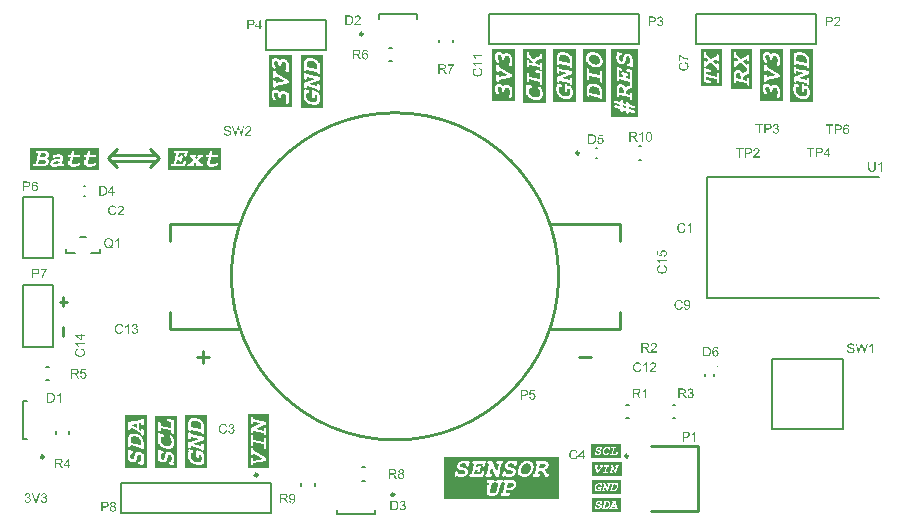
<source format=gto>
G04*
G04 #@! TF.GenerationSoftware,Altium Limited,Altium Designer,20.1.14 (287)*
G04*
G04 Layer_Color=65535*
%FSLAX25Y25*%
%MOIN*%
G70*
G04*
G04 #@! TF.SameCoordinates,90A7C2A2-6745-46E1-82FD-39DD7986B322*
G04*
G04*
G04 #@! TF.FilePolarity,Positive*
G04*
G01*
G75*
%ADD10C,0.00394*%
%ADD11C,0.01000*%
%ADD12C,0.00984*%
%ADD13C,0.00787*%
%ADD14C,0.00500*%
G36*
X181171Y14595D02*
D01*
Y7200D01*
X142809D01*
Y14595D01*
Y21203D01*
X181171D01*
Y14595D01*
D02*
G37*
G36*
X9418Y9228D02*
X9441Y9226D01*
X9468Y9224D01*
X9498Y9221D01*
X9530Y9216D01*
X9567Y9209D01*
X9605Y9202D01*
X9645Y9193D01*
X9686Y9183D01*
X9728Y9169D01*
X9771Y9154D01*
X9812Y9136D01*
X9854Y9117D01*
X9856Y9116D01*
X9864Y9112D01*
X9875Y9105D01*
X9890Y9097D01*
X9909Y9086D01*
X9930Y9072D01*
X9952Y9057D01*
X9979Y9038D01*
X10004Y9017D01*
X10032Y8994D01*
X10060Y8968D01*
X10087Y8942D01*
X10115Y8913D01*
X10141Y8882D01*
X10167Y8847D01*
X10189Y8813D01*
X10191Y8811D01*
X10195Y8804D01*
X10200Y8794D01*
X10209Y8780D01*
X10217Y8761D01*
X10228Y8740D01*
X10238Y8716D01*
X10248Y8688D01*
X10259Y8659D01*
X10271Y8628D01*
X10279Y8593D01*
X10288Y8557D01*
X10297Y8520D01*
X10302Y8481D01*
X10306Y8441D01*
X10307Y8401D01*
Y8399D01*
Y8392D01*
Y8380D01*
X10306Y8366D01*
X10304Y8347D01*
X10302Y8327D01*
X10299Y8302D01*
X10293Y8276D01*
X10286Y8247D01*
X10279Y8218D01*
X10271Y8186D01*
X10261Y8154D01*
X10247Y8123D01*
X10231Y8090D01*
X10214Y8057D01*
X10195Y8024D01*
X10193Y8022D01*
X10189Y8017D01*
X10183Y8008D01*
X10174Y7996D01*
X10162Y7982D01*
X10148Y7965D01*
X10131Y7946D01*
X10112Y7927D01*
X10091Y7906D01*
X10067Y7884D01*
X10039Y7861D01*
X10010Y7839D01*
X9977Y7816D01*
X9942Y7794D01*
X9906Y7773D01*
X9866Y7754D01*
X9870D01*
X9878Y7750D01*
X9894Y7747D01*
X9913Y7740D01*
X9937Y7733D01*
X9965Y7723D01*
X9994Y7711D01*
X10027Y7695D01*
X10062Y7678D01*
X10098Y7659D01*
X10134Y7636D01*
X10170Y7612D01*
X10207Y7584D01*
X10242Y7553D01*
X10274Y7519D01*
X10306Y7482D01*
X10307Y7481D01*
X10312Y7474D01*
X10319Y7462D01*
X10330Y7446D01*
X10342Y7425D01*
X10356Y7401D01*
X10369Y7373D01*
X10385Y7340D01*
X10399Y7306D01*
X10413Y7266D01*
X10427Y7225D01*
X10439Y7180D01*
X10449Y7131D01*
X10456Y7079D01*
X10461Y7026D01*
X10463Y6969D01*
Y6967D01*
Y6963D01*
Y6958D01*
Y6949D01*
X10461Y6941D01*
Y6929D01*
X10459Y6915D01*
X10458Y6899D01*
X10454Y6863D01*
X10447Y6821D01*
X10437Y6775D01*
X10425Y6723D01*
X10409Y6669D01*
X10389Y6612D01*
X10364Y6553D01*
X10335Y6493D01*
X10300Y6432D01*
X10259Y6373D01*
X10212Y6315D01*
X10186Y6287D01*
X10158Y6259D01*
X10155Y6256D01*
X10150Y6252D01*
X10145Y6247D01*
X10127Y6233D01*
X10103Y6214D01*
X10074Y6192D01*
X10037Y6168D01*
X9996Y6142D01*
X9947Y6116D01*
X9895Y6088D01*
X9837Y6062D01*
X9773Y6038D01*
X9705Y6015D01*
X9631Y5996D01*
X9555Y5982D01*
X9473Y5974D01*
X9387Y5970D01*
X9368D01*
X9357Y5972D01*
X9347D01*
X9333Y5974D01*
X9318D01*
X9281Y5977D01*
X9240Y5984D01*
X9193Y5991D01*
X9141Y6002D01*
X9087Y6015D01*
X9032Y6031D01*
X8973Y6052D01*
X8914Y6076D01*
X8856Y6103D01*
X8799Y6138D01*
X8742Y6176D01*
X8688Y6219D01*
X8684Y6223D01*
X8676Y6232D01*
X8662Y6245D01*
X8645Y6264D01*
X8622Y6289D01*
X8598Y6320D01*
X8572Y6354D01*
X8544Y6394D01*
X8517Y6439D01*
X8489Y6488D01*
X8463Y6541D01*
X8439Y6598D01*
X8416Y6661D01*
X8397Y6726D01*
X8383Y6796D01*
X8373Y6868D01*
X8764Y6920D01*
Y6918D01*
Y6917D01*
X8766Y6911D01*
X8767Y6906D01*
X8771Y6889D01*
X8778Y6866D01*
X8785Y6839D01*
X8793Y6806D01*
X8805Y6771D01*
X8818Y6735D01*
X8833Y6695D01*
X8850Y6655D01*
X8870Y6616D01*
X8890Y6576D01*
X8913Y6538D01*
X8937Y6501D01*
X8965Y6469D01*
X8994Y6439D01*
X8996Y6437D01*
X9001Y6432D01*
X9011Y6425D01*
X9024Y6417D01*
X9039Y6405D01*
X9058Y6392D01*
X9081Y6379D01*
X9105Y6367D01*
X9132Y6353D01*
X9162Y6339D01*
X9195Y6327D01*
X9229Y6315D01*
X9268Y6306D01*
X9306Y6299D01*
X9347Y6294D01*
X9390Y6292D01*
X9402D01*
X9416Y6294D01*
X9437Y6296D01*
X9460Y6297D01*
X9487Y6302D01*
X9518Y6308D01*
X9551Y6316D01*
X9588Y6327D01*
X9626Y6339D01*
X9664Y6354D01*
X9703Y6373D01*
X9742Y6396D01*
X9781Y6420D01*
X9819Y6450D01*
X9856Y6484D01*
X9857Y6486D01*
X9864Y6493D01*
X9873Y6503D01*
X9885Y6519D01*
X9901Y6538D01*
X9916Y6560D01*
X9933Y6586D01*
X9952Y6616D01*
X9970Y6649D01*
X9987Y6685D01*
X10003Y6725D01*
X10018Y6766D01*
X10030Y6811D01*
X10039Y6858D01*
X10046Y6908D01*
X10048Y6960D01*
Y6963D01*
Y6972D01*
X10046Y6986D01*
X10044Y7005D01*
X10042Y7027D01*
X10039Y7055D01*
X10032Y7085D01*
X10025Y7117D01*
X10017Y7152D01*
X10004Y7186D01*
X9991Y7225D01*
X9973Y7261D01*
X9952Y7299D01*
X9930Y7335D01*
X9902Y7372D01*
X9871Y7405D01*
X9870Y7406D01*
X9863Y7411D01*
X9854Y7420D01*
X9840Y7432D01*
X9823Y7444D01*
X9800Y7460D01*
X9776Y7475D01*
X9748Y7493D01*
X9719Y7508D01*
X9684Y7524D01*
X9648Y7539D01*
X9608Y7552D01*
X9565Y7564D01*
X9520Y7572D01*
X9473Y7577D01*
X9423Y7579D01*
X9402D01*
X9392Y7577D01*
X9378D01*
X9364Y7576D01*
X9347Y7574D01*
X9328Y7572D01*
X9306Y7569D01*
X9283Y7565D01*
X9259Y7560D01*
X9205Y7550D01*
X9146Y7536D01*
X9190Y7880D01*
X9196D01*
X9203Y7879D01*
X9212D01*
X9233Y7877D01*
X9252Y7875D01*
X9262D01*
X9276Y7877D01*
X9295D01*
X9316Y7879D01*
X9342Y7882D01*
X9371Y7886D01*
X9402Y7892D01*
X9437Y7899D01*
X9472Y7908D01*
X9510Y7918D01*
X9548Y7930D01*
X9588Y7946D01*
X9627Y7963D01*
X9665Y7984D01*
X9703Y8007D01*
X9705Y8008D01*
X9712Y8014D01*
X9723Y8020D01*
X9735Y8031D01*
X9750Y8045D01*
X9767Y8062D01*
X9785Y8083D01*
X9804Y8107D01*
X9823Y8133D01*
X9840Y8162D01*
X9857Y8195D01*
X9873Y8231D01*
X9885Y8271D01*
X9895Y8315D01*
X9902Y8361D01*
X9904Y8410D01*
Y8411D01*
Y8420D01*
X9902Y8430D01*
Y8446D01*
X9899Y8463D01*
X9897Y8486D01*
X9892Y8510D01*
X9885Y8536D01*
X9878Y8564D01*
X9868Y8591D01*
X9856Y8621D01*
X9842Y8652D01*
X9825Y8681D01*
X9805Y8711D01*
X9783Y8738D01*
X9757Y8766D01*
X9755Y8768D01*
X9750Y8773D01*
X9742Y8780D01*
X9731Y8788D01*
X9715Y8799D01*
X9698Y8811D01*
X9679Y8823D01*
X9655Y8837D01*
X9631Y8851D01*
X9601Y8863D01*
X9570Y8875D01*
X9537Y8885D01*
X9501Y8894D01*
X9465Y8903D01*
X9423Y8906D01*
X9382Y8908D01*
X9371D01*
X9359Y8906D01*
X9344D01*
X9323Y8903D01*
X9300Y8901D01*
X9276Y8896D01*
X9248Y8891D01*
X9217Y8882D01*
X9188Y8873D01*
X9155Y8861D01*
X9124Y8847D01*
X9091Y8832D01*
X9060Y8811D01*
X9029Y8790D01*
X8999Y8764D01*
X8998Y8763D01*
X8992Y8757D01*
X8986Y8749D01*
X8975Y8737D01*
X8963Y8723D01*
X8949Y8704D01*
X8934Y8681D01*
X8918Y8657D01*
X8901Y8628D01*
X8885Y8597D01*
X8868Y8560D01*
X8852Y8522D01*
X8838Y8481D01*
X8825Y8434D01*
X8812Y8385D01*
X8804Y8333D01*
X8411Y8403D01*
Y8404D01*
X8413Y8408D01*
Y8413D01*
X8415Y8420D01*
X8416Y8429D01*
X8420Y8441D01*
X8427Y8468D01*
X8435Y8501D01*
X8447Y8539D01*
X8461Y8581D01*
X8479Y8628D01*
X8499Y8676D01*
X8524Y8725D01*
X8550Y8776D01*
X8579Y8827D01*
X8613Y8877D01*
X8652Y8925D01*
X8693Y8970D01*
X8738Y9013D01*
X8742Y9015D01*
X8750Y9022D01*
X8764Y9034D01*
X8785Y9048D01*
X8809Y9064D01*
X8838Y9083D01*
X8875Y9102D01*
X8913Y9122D01*
X8958Y9141D01*
X9006Y9161D01*
X9058Y9179D01*
X9114Y9197D01*
X9174Y9209D01*
X9236Y9221D01*
X9304Y9228D01*
X9373Y9230D01*
X9399D01*
X9418Y9228D01*
D02*
G37*
G36*
X3962D02*
X3984Y9226D01*
X4012Y9224D01*
X4041Y9221D01*
X4074Y9216D01*
X4110Y9209D01*
X4148Y9202D01*
X4188Y9193D01*
X4230Y9183D01*
X4271Y9169D01*
X4315Y9154D01*
X4356Y9136D01*
X4397Y9117D01*
X4399Y9116D01*
X4408Y9112D01*
X4418Y9105D01*
X4434Y9097D01*
X4453Y9086D01*
X4474Y9072D01*
X4496Y9057D01*
X4522Y9038D01*
X4548Y9017D01*
X4576Y8994D01*
X4603Y8968D01*
X4631Y8942D01*
X4659Y8913D01*
X4685Y8882D01*
X4711Y8847D01*
X4733Y8813D01*
X4735Y8811D01*
X4738Y8804D01*
X4744Y8794D01*
X4752Y8780D01*
X4761Y8761D01*
X4771Y8740D01*
X4782Y8716D01*
X4792Y8688D01*
X4802Y8659D01*
X4814Y8628D01*
X4823Y8593D01*
X4832Y8557D01*
X4840Y8520D01*
X4846Y8481D01*
X4849Y8441D01*
X4851Y8401D01*
Y8399D01*
Y8392D01*
Y8380D01*
X4849Y8366D01*
X4847Y8347D01*
X4846Y8327D01*
X4842Y8302D01*
X4837Y8276D01*
X4830Y8247D01*
X4823Y8218D01*
X4814Y8186D01*
X4804Y8154D01*
X4790Y8123D01*
X4775Y8090D01*
X4757Y8057D01*
X4738Y8024D01*
X4737Y8022D01*
X4733Y8017D01*
X4726Y8008D01*
X4718Y7996D01*
X4705Y7982D01*
X4692Y7965D01*
X4674Y7946D01*
X4655Y7927D01*
X4634Y7906D01*
X4610Y7884D01*
X4583Y7861D01*
X4553Y7839D01*
X4520Y7816D01*
X4486Y7794D01*
X4449Y7773D01*
X4410Y7754D01*
X4413D01*
X4422Y7750D01*
X4437Y7747D01*
X4456Y7740D01*
X4481Y7733D01*
X4508Y7723D01*
X4538Y7711D01*
X4571Y7695D01*
X4605Y7678D01*
X4641Y7659D01*
X4678Y7636D01*
X4714Y7612D01*
X4750Y7584D01*
X4785Y7553D01*
X4818Y7519D01*
X4849Y7482D01*
X4851Y7481D01*
X4856Y7474D01*
X4863Y7462D01*
X4873Y7446D01*
X4885Y7425D01*
X4899Y7401D01*
X4913Y7373D01*
X4929Y7340D01*
X4942Y7306D01*
X4956Y7266D01*
X4970Y7225D01*
X4982Y7180D01*
X4993Y7131D01*
X5000Y7079D01*
X5005Y7026D01*
X5006Y6969D01*
Y6967D01*
Y6963D01*
Y6958D01*
Y6949D01*
X5005Y6941D01*
Y6929D01*
X5003Y6915D01*
X5001Y6899D01*
X4998Y6863D01*
X4991Y6821D01*
X4981Y6775D01*
X4968Y6723D01*
X4953Y6669D01*
X4932Y6612D01*
X4908Y6553D01*
X4879Y6493D01*
X4844Y6432D01*
X4802Y6373D01*
X4756Y6315D01*
X4730Y6287D01*
X4702Y6259D01*
X4699Y6256D01*
X4693Y6252D01*
X4688Y6247D01*
X4671Y6233D01*
X4647Y6214D01*
X4617Y6192D01*
X4581Y6168D01*
X4539Y6142D01*
X4491Y6116D01*
X4439Y6088D01*
X4380Y6062D01*
X4316Y6038D01*
X4249Y6015D01*
X4174Y5996D01*
X4098Y5982D01*
X4017Y5974D01*
X3930Y5970D01*
X3911D01*
X3901Y5972D01*
X3891D01*
X3877Y5974D01*
X3861D01*
X3825Y5977D01*
X3783Y5984D01*
X3737Y5991D01*
X3685Y6002D01*
X3631Y6015D01*
X3576Y6031D01*
X3517Y6052D01*
X3458Y6076D01*
X3399Y6103D01*
X3342Y6138D01*
X3285Y6176D01*
X3232Y6219D01*
X3228Y6223D01*
X3219Y6232D01*
X3206Y6245D01*
X3188Y6264D01*
X3166Y6289D01*
X3142Y6320D01*
X3116Y6354D01*
X3088Y6394D01*
X3060Y6439D01*
X3032Y6488D01*
X3007Y6541D01*
X2982Y6598D01*
X2960Y6661D01*
X2941Y6726D01*
X2927Y6796D01*
X2917Y6868D01*
X3308Y6920D01*
Y6918D01*
Y6917D01*
X3309Y6911D01*
X3311Y6906D01*
X3314Y6889D01*
X3322Y6866D01*
X3328Y6839D01*
X3337Y6806D01*
X3349Y6771D01*
X3361Y6735D01*
X3377Y6695D01*
X3394Y6655D01*
X3413Y6616D01*
X3434Y6576D01*
X3456Y6538D01*
X3481Y6501D01*
X3508Y6469D01*
X3538Y6439D01*
X3539Y6437D01*
X3545Y6432D01*
X3555Y6425D01*
X3567Y6417D01*
X3583Y6405D01*
X3602Y6392D01*
X3624Y6379D01*
X3648Y6367D01*
X3676Y6353D01*
X3706Y6339D01*
X3738Y6327D01*
X3773Y6315D01*
X3811Y6306D01*
X3849Y6299D01*
X3891Y6294D01*
X3934Y6292D01*
X3946D01*
X3960Y6294D01*
X3981Y6296D01*
X4003Y6297D01*
X4031Y6302D01*
X4062Y6308D01*
X4095Y6316D01*
X4131Y6327D01*
X4169Y6339D01*
X4207Y6354D01*
X4247Y6373D01*
X4285Y6396D01*
X4325Y6420D01*
X4363Y6450D01*
X4399Y6484D01*
X4401Y6486D01*
X4408Y6493D01*
X4417Y6503D01*
X4429Y6519D01*
X4444Y6538D01*
X4460Y6560D01*
X4477Y6586D01*
X4496Y6616D01*
X4513Y6649D01*
X4531Y6685D01*
X4546Y6725D01*
X4562Y6766D01*
X4574Y6811D01*
X4583Y6858D01*
X4589Y6908D01*
X4591Y6960D01*
Y6963D01*
Y6972D01*
X4589Y6986D01*
X4588Y7005D01*
X4586Y7027D01*
X4583Y7055D01*
X4576Y7085D01*
X4569Y7117D01*
X4560Y7152D01*
X4548Y7186D01*
X4534Y7225D01*
X4517Y7261D01*
X4496Y7299D01*
X4474Y7335D01*
X4446Y7372D01*
X4415Y7405D01*
X4413Y7406D01*
X4406Y7411D01*
X4397Y7420D01*
X4384Y7432D01*
X4366Y7444D01*
X4344Y7460D01*
X4320Y7475D01*
X4292Y7493D01*
X4263Y7508D01*
X4228Y7524D01*
X4192Y7539D01*
X4152Y7552D01*
X4109Y7564D01*
X4064Y7572D01*
X4017Y7577D01*
X3967Y7579D01*
X3946D01*
X3936Y7577D01*
X3922D01*
X3908Y7576D01*
X3891Y7574D01*
X3872Y7572D01*
X3849Y7569D01*
X3827Y7565D01*
X3802Y7560D01*
X3749Y7550D01*
X3690Y7536D01*
X3733Y7880D01*
X3740D01*
X3747Y7879D01*
X3756D01*
X3776Y7877D01*
X3796Y7875D01*
X3806D01*
X3820Y7877D01*
X3839D01*
X3859Y7879D01*
X3885Y7882D01*
X3915Y7886D01*
X3946Y7892D01*
X3981Y7899D01*
X4015Y7908D01*
X4053Y7918D01*
X4091Y7930D01*
X4131Y7946D01*
X4171Y7963D01*
X4209Y7984D01*
X4247Y8007D01*
X4249Y8008D01*
X4256Y8014D01*
X4266Y8020D01*
X4278Y8031D01*
X4294Y8045D01*
X4311Y8062D01*
X4328Y8083D01*
X4347Y8107D01*
X4366Y8133D01*
X4384Y8162D01*
X4401Y8195D01*
X4417Y8231D01*
X4429Y8271D01*
X4439Y8315D01*
X4446Y8361D01*
X4448Y8410D01*
Y8411D01*
Y8420D01*
X4446Y8430D01*
Y8446D01*
X4442Y8463D01*
X4441Y8486D01*
X4436Y8510D01*
X4429Y8536D01*
X4422Y8564D01*
X4411Y8591D01*
X4399Y8621D01*
X4385Y8652D01*
X4368Y8681D01*
X4349Y8711D01*
X4327Y8738D01*
X4301Y8766D01*
X4299Y8768D01*
X4294Y8773D01*
X4285Y8780D01*
X4275Y8788D01*
X4259Y8799D01*
X4242Y8811D01*
X4223Y8823D01*
X4199Y8837D01*
X4174Y8851D01*
X4145Y8863D01*
X4114Y8875D01*
X4081Y8885D01*
X4045Y8894D01*
X4008Y8903D01*
X3967Y8906D01*
X3925Y8908D01*
X3915D01*
X3903Y8906D01*
X3887D01*
X3866Y8903D01*
X3844Y8901D01*
X3820Y8896D01*
X3792Y8891D01*
X3761Y8882D01*
X3731Y8873D01*
X3699Y8861D01*
X3667Y8847D01*
X3635Y8832D01*
X3603Y8811D01*
X3572Y8790D01*
X3543Y8764D01*
X3541Y8763D01*
X3536Y8757D01*
X3529Y8749D01*
X3519Y8737D01*
X3507Y8723D01*
X3493Y8704D01*
X3477Y8681D01*
X3462Y8657D01*
X3444Y8628D01*
X3429Y8597D01*
X3411Y8560D01*
X3396Y8522D01*
X3382Y8481D01*
X3368Y8434D01*
X3356Y8385D01*
X3347Y8333D01*
X2955Y8403D01*
Y8404D01*
X2956Y8408D01*
Y8413D01*
X2958Y8420D01*
X2960Y8429D01*
X2963Y8441D01*
X2970Y8468D01*
X2979Y8501D01*
X2991Y8539D01*
X3005Y8581D01*
X3022Y8628D01*
X3043Y8676D01*
X3067Y8725D01*
X3093Y8776D01*
X3122Y8827D01*
X3157Y8877D01*
X3195Y8925D01*
X3237Y8970D01*
X3282Y9013D01*
X3285Y9015D01*
X3294Y9022D01*
X3308Y9034D01*
X3328Y9048D01*
X3353Y9064D01*
X3382Y9083D01*
X3418Y9102D01*
X3456Y9122D01*
X3501Y9141D01*
X3550Y9161D01*
X3602Y9179D01*
X3657Y9197D01*
X3718Y9209D01*
X3780Y9221D01*
X3847Y9228D01*
X3917Y9230D01*
X3943D01*
X3962Y9228D01*
D02*
G37*
G36*
X6899Y6026D02*
X6467D01*
X5230Y9217D01*
X5686D01*
X6517Y6898D01*
X6519Y6894D01*
X6522Y6886D01*
X6527Y6870D01*
X6534Y6851D01*
X6543Y6825D01*
X6551Y6797D01*
X6564Y6764D01*
X6576Y6728D01*
X6588Y6688D01*
X6601Y6649D01*
X6615Y6605D01*
X6629Y6560D01*
X6659Y6467D01*
X6685Y6375D01*
X6686Y6379D01*
X6688Y6387D01*
X6691Y6401D01*
X6698Y6420D01*
X6705Y6444D01*
X6714Y6472D01*
X6723Y6503D01*
X6735Y6538D01*
X6747Y6576D01*
X6759Y6617D01*
X6773Y6661D01*
X6788Y6706D01*
X6821Y6801D01*
X6856Y6898D01*
X7719Y9217D01*
X8150D01*
X6899Y6026D01*
D02*
G37*
G36*
X276900Y132127D02*
X276926Y132125D01*
X276959Y132122D01*
X276995Y132118D01*
X277037Y132112D01*
X277082Y132103D01*
X277130Y132091D01*
X277179Y132077D01*
X277230Y132060D01*
X277282Y132041D01*
X277334Y132016D01*
X277384Y131987D01*
X277433Y131956D01*
X277480Y131918D01*
X277483Y131916D01*
X277490Y131907D01*
X277502Y131895D01*
X277518Y131880D01*
X277537Y131857D01*
X277559Y131831D01*
X277582Y131800D01*
X277606Y131765D01*
X277632Y131726D01*
X277656Y131683D01*
X277680Y131634D01*
X277704Y131582D01*
X277725Y131527D01*
X277743Y131466D01*
X277758Y131402D01*
X277768Y131335D01*
X277379Y131304D01*
Y131307D01*
X277377Y131314D01*
X277374Y131326D01*
X277369Y131342D01*
X277364Y131361D01*
X277358Y131383D01*
X277350Y131407D01*
X277341Y131433D01*
X277320Y131487D01*
X277294Y131542D01*
X277281Y131570D01*
X277265Y131594D01*
X277248Y131618D01*
X277230Y131639D01*
X277229Y131641D01*
X277223Y131646D01*
X277215Y131655D01*
X277203Y131665D01*
X277187Y131679D01*
X277168Y131693D01*
X277146Y131707D01*
X277121Y131724D01*
X277095Y131740D01*
X277064Y131753D01*
X277033Y131769D01*
X276999Y131781D01*
X276962Y131791D01*
X276922Y131800D01*
X276883Y131805D01*
X276839Y131807D01*
X276820D01*
X276808Y131805D01*
X276791Y131804D01*
X276772Y131802D01*
X276751Y131798D01*
X276727Y131795D01*
X276677Y131781D01*
X276649Y131774D01*
X276621Y131764D01*
X276594Y131752D01*
X276564Y131738D01*
X276538Y131722D01*
X276511Y131703D01*
X276509Y131702D01*
X276502Y131696D01*
X276493Y131689D01*
X276480Y131679D01*
X276464Y131663D01*
X276447Y131646D01*
X276426Y131627D01*
X276405Y131603D01*
X276383Y131577D01*
X276359Y131547D01*
X276334Y131515D01*
X276310Y131480D01*
X276286Y131442D01*
X276262Y131401D01*
X276239Y131356D01*
X276218Y131309D01*
X276217Y131305D01*
X276213Y131297D01*
X276208Y131281D01*
X276201Y131260D01*
X276194Y131234D01*
X276184Y131202D01*
X276175Y131164D01*
X276165Y131119D01*
X276154Y131070D01*
X276144Y131015D01*
X276135Y130954D01*
X276127Y130888D01*
X276120Y130816D01*
X276113Y130740D01*
X276109Y130657D01*
X276108Y130570D01*
X276109Y130572D01*
X276115Y130580D01*
X276121Y130591D01*
X276134Y130606D01*
X276147Y130624D01*
X276163Y130645D01*
X276182Y130667D01*
X276204Y130691D01*
X276229Y130717D01*
X276255Y130743D01*
X276282Y130771D01*
X276313Y130797D01*
X276346Y130823D01*
X276381Y130847D01*
X276416Y130869D01*
X276454Y130890D01*
X276455Y130892D01*
X276462Y130895D01*
X276474Y130901D01*
X276490Y130907D01*
X276507Y130914D01*
X276530Y130923D01*
X276556Y130933D01*
X276583Y130944D01*
X276614Y130952D01*
X276647Y130963D01*
X276684Y130971D01*
X276720Y130980D01*
X276760Y130985D01*
X276800Y130991D01*
X276841Y130994D01*
X276883Y130996D01*
X276900D01*
X276909Y130994D01*
X276921D01*
X276933Y130992D01*
X276948Y130991D01*
X276981Y130987D01*
X277021Y130980D01*
X277064Y130971D01*
X277113Y130959D01*
X277163Y130944D01*
X277217Y130925D01*
X277272Y130902D01*
X277329Y130875D01*
X277384Y130840D01*
X277441Y130802D01*
X277497Y130757D01*
X277549Y130707D01*
X277552Y130703D01*
X277561Y130693D01*
X277575Y130677D01*
X277592Y130655D01*
X277613Y130625D01*
X277637Y130591D01*
X277661Y130551D01*
X277687Y130506D01*
X277713Y130454D01*
X277737Y130397D01*
X277762Y130336D01*
X277782Y130271D01*
X277800Y130200D01*
X277813Y130124D01*
X277822Y130044D01*
X277825Y129961D01*
Y129958D01*
Y129947D01*
Y129932D01*
X277824Y129911D01*
X277822Y129883D01*
X277819Y129852D01*
X277815Y129817D01*
X277810Y129778D01*
X277803Y129736D01*
X277794Y129693D01*
X277784Y129646D01*
X277770Y129598D01*
X277756Y129549D01*
X277739Y129501D01*
X277718Y129451D01*
X277696Y129402D01*
X277694Y129399D01*
X277691Y129390D01*
X277682Y129378D01*
X277672Y129361D01*
X277659Y129338D01*
X277642Y129314D01*
X277625Y129286D01*
X277602Y129257D01*
X277578Y129226D01*
X277552Y129193D01*
X277523Y129160D01*
X277490Y129127D01*
X277457Y129094D01*
X277419Y129065D01*
X277381Y129036D01*
X277339Y129008D01*
X277338Y129006D01*
X277329Y129003D01*
X277317Y128996D01*
X277300Y128987D01*
X277279Y128977D01*
X277253Y128965D01*
X277223Y128953D01*
X277191Y128940D01*
X277154Y128927D01*
X277115Y128914D01*
X277071Y128902D01*
X277026Y128892D01*
X276979Y128883D01*
X276929Y128876D01*
X276879Y128873D01*
X276826Y128871D01*
X276805D01*
X276793Y128873D01*
X276779D01*
X276762Y128875D01*
X276744Y128876D01*
X276724Y128880D01*
X276703Y128882D01*
X276654Y128890D01*
X276601Y128901D01*
X276542Y128916D01*
X276480Y128935D01*
X276416Y128959D01*
X276350Y128989D01*
X276282Y129024D01*
X276215Y129065D01*
X276182Y129087D01*
X276149Y129112D01*
X276118Y129139D01*
X276087Y129167D01*
X276056Y129198D01*
X276026Y129231D01*
Y129233D01*
X276023Y129235D01*
X276019Y129241D01*
X276012Y129248D01*
X276006Y129259D01*
X275999Y129269D01*
X275988Y129285D01*
X275978Y129300D01*
X275968Y129319D01*
X275955Y129340D01*
X275941Y129362D01*
X275928Y129388D01*
X275914Y129416D01*
X275900Y129447D01*
X275886Y129480D01*
X275872Y129515D01*
X275857Y129551D01*
X275843Y129593D01*
X275829Y129634D01*
X275815Y129679D01*
X275801Y129726D01*
X275789Y129776D01*
X275777Y129828D01*
X275765Y129883D01*
X275755Y129940D01*
X275746Y130001D01*
X275737Y130065D01*
X275730Y130129D01*
X275724Y130198D01*
X275720Y130269D01*
X275718Y130342D01*
X275717Y130418D01*
Y130421D01*
Y130428D01*
Y130440D01*
Y130458D01*
X275718Y130480D01*
Y130506D01*
X275720Y130535D01*
X275722Y130568D01*
X275724Y130606D01*
X275727Y130646D01*
X275730Y130688D01*
X275734Y130733D01*
X275739Y130779D01*
X275746Y130830D01*
X275751Y130882D01*
X275760Y130933D01*
X275777Y131042D01*
X275800Y131153D01*
X275827Y131265D01*
X275862Y131376D01*
X275900Y131483D01*
X275922Y131535D01*
X275947Y131586D01*
X275971Y131634D01*
X275999Y131679D01*
X276028Y131722D01*
X276059Y131764D01*
X276061Y131765D01*
X276063Y131767D01*
X276068Y131772D01*
X276073Y131779D01*
X276090Y131798D01*
X276115Y131821D01*
X276144Y131849D01*
X276180Y131880D01*
X276223Y131913D01*
X276272Y131947D01*
X276327Y131980D01*
X276388Y132013D01*
X276454Y132044D01*
X276524Y132072D01*
X276602Y132096D01*
X276684Y132113D01*
X276727Y132120D01*
X276772Y132125D01*
X276817Y132127D01*
X276864Y132129D01*
X276890D01*
X276900Y132127D01*
D02*
G37*
G36*
X274201Y132115D02*
X274267D01*
X274303Y132113D01*
X274341Y132112D01*
X274381Y132110D01*
X274461Y132103D01*
X274500Y132099D01*
X274538Y132096D01*
X274575Y132091D01*
X274608Y132086D01*
X274611D01*
X274618Y132084D01*
X274630Y132082D01*
X274647Y132079D01*
X274667Y132073D01*
X274691Y132068D01*
X274717Y132061D01*
X274746Y132053D01*
X274776Y132044D01*
X274807Y132032D01*
X274874Y132006D01*
X274940Y131975D01*
X274971Y131957D01*
X275002Y131937D01*
X275004Y131935D01*
X275009Y131932D01*
X275018Y131925D01*
X275028Y131916D01*
X275042Y131906D01*
X275058Y131892D01*
X275075Y131875D01*
X275094Y131857D01*
X275115Y131836D01*
X275135Y131812D01*
X275156Y131788D01*
X275177Y131760D01*
X275199Y131729D01*
X275220Y131698D01*
X275239Y131663D01*
X275258Y131627D01*
X275260Y131625D01*
X275262Y131618D01*
X275267Y131608D01*
X275274Y131593D01*
X275281Y131573D01*
X275289Y131553D01*
X275298Y131527D01*
X275307Y131499D01*
X275315Y131468D01*
X275324Y131435D01*
X275333Y131399D01*
X275340Y131361D01*
X275346Y131321D01*
X275352Y131279D01*
X275353Y131236D01*
X275355Y131193D01*
Y131191D01*
Y131188D01*
Y131183D01*
Y131176D01*
X275353Y131165D01*
Y131153D01*
X275352Y131141D01*
Y131125D01*
X275346Y131091D01*
X275341Y131049D01*
X275333Y131004D01*
X275322Y130954D01*
X275308Y130902D01*
X275291Y130847D01*
X275270Y130790D01*
X275246Y130731D01*
X275217Y130672D01*
X275182Y130615D01*
X275141Y130558D01*
X275096Y130504D01*
X275092Y130501D01*
X275083Y130492D01*
X275068Y130478D01*
X275058Y130470D01*
X275044Y130461D01*
X275030Y130451D01*
X275014Y130439D01*
X274997Y130427D01*
X274978Y130414D01*
X274957Y130402D01*
X274933Y130390D01*
X274909Y130376D01*
X274881Y130364D01*
X274852Y130350D01*
X274820Y130336D01*
X274788Y130324D01*
X274753Y130312D01*
X274717Y130300D01*
X274677Y130288D01*
X274635Y130276D01*
X274592Y130267D01*
X274545Y130257D01*
X274497Y130248D01*
X274447Y130241D01*
X274395Y130234D01*
X274340Y130229D01*
X274283Y130226D01*
X274222Y130222D01*
X273341D01*
Y128925D01*
X272918D01*
Y132117D01*
X274175D01*
X274201Y132115D01*
D02*
G37*
G36*
X272485Y131740D02*
X271428D01*
Y128925D01*
X271006D01*
Y131740D01*
X269954D01*
Y132117D01*
X272485D01*
Y131740D01*
D02*
G37*
G36*
X278373Y59148D02*
X278404Y59146D01*
X278438Y59144D01*
X278480Y59141D01*
X278525Y59136D01*
X278572Y59129D01*
X278622Y59122D01*
X278674Y59113D01*
X278727Y59101D01*
X278781Y59089D01*
X278835Y59073D01*
X278887Y59056D01*
X278938Y59035D01*
X278942Y59034D01*
X278951Y59030D01*
X278964Y59023D01*
X278983Y59015D01*
X279006Y59003D01*
X279032Y58987D01*
X279061Y58970D01*
X279092Y58951D01*
X279125Y58928D01*
X279160Y58902D01*
X279194Y58874D01*
X279229Y58845D01*
X279264Y58812D01*
X279296Y58776D01*
X279326Y58738D01*
X279355Y58698D01*
X279357Y58696D01*
X279362Y58688D01*
X279369Y58675D01*
X279378Y58660D01*
X279390Y58637D01*
X279402Y58613D01*
X279416Y58584D01*
X279430Y58553D01*
X279445Y58516D01*
X279459Y58478D01*
X279471Y58437D01*
X279483Y58394D01*
X279494Y58347D01*
X279502Y58298D01*
X279509Y58248D01*
X279513Y58196D01*
X279108Y58165D01*
Y58167D01*
Y58169D01*
X279106Y58179D01*
X279104Y58195D01*
X279099Y58215D01*
X279094Y58240D01*
X279087Y58269D01*
X279079Y58302D01*
X279068Y58337D01*
X279054Y58373D01*
X279039Y58409D01*
X279021Y58447D01*
X279001Y58485D01*
X278976Y58523D01*
X278951Y58558D01*
X278919Y58591D01*
X278887Y58622D01*
X278885Y58624D01*
X278878Y58629D01*
X278867Y58636D01*
X278852Y58646D01*
X278831Y58658D01*
X278807Y58672D01*
X278779Y58686D01*
X278746Y58700D01*
X278708Y58714D01*
X278668Y58729D01*
X278622Y58741D01*
X278572Y58753D01*
X278518Y58764D01*
X278459Y58771D01*
X278397Y58776D01*
X278329Y58778D01*
X278303D01*
X278293Y58776D01*
X278267D01*
X278236Y58774D01*
X278200Y58771D01*
X278160Y58766D01*
X278117Y58760D01*
X278072Y58753D01*
X278025Y58743D01*
X277978Y58733D01*
X277933Y58719D01*
X277888Y58703D01*
X277845Y58684D01*
X277805Y58662D01*
X277771Y58637D01*
X277769Y58636D01*
X277764Y58631D01*
X277755Y58624D01*
X277743Y58613D01*
X277731Y58599D01*
X277715Y58582D01*
X277700Y58563D01*
X277684Y58542D01*
X277667Y58520D01*
X277651Y58494D01*
X277636Y58464D01*
X277624Y58435D01*
X277611Y58404D01*
X277603Y58369D01*
X277598Y58335D01*
X277596Y58298D01*
Y58297D01*
Y58292D01*
X277598Y58281D01*
Y58271D01*
X277599Y58255D01*
X277603Y58238D01*
X277606Y58219D01*
X277611Y58200D01*
X277618Y58177D01*
X277627Y58155D01*
X277636Y58131D01*
X277648Y58108D01*
X277663Y58084D01*
X277679Y58060D01*
X277698Y58037D01*
X277720Y58016D01*
X277722Y58015D01*
X277727Y58011D01*
X277734Y58006D01*
X277748Y57997D01*
X277764Y57987D01*
X277786Y57975D01*
X277812Y57961D01*
X277845Y57946D01*
X277885Y57930D01*
X277930Y57911D01*
X277954Y57902D01*
X277982Y57892D01*
X278009Y57883D01*
X278041Y57873D01*
X278073Y57862D01*
X278106Y57852D01*
X278142Y57842D01*
X278182Y57831D01*
X278222Y57821D01*
X278265Y57810D01*
X278310Y57798D01*
X278357Y57788D01*
X278359D01*
X278362Y57786D01*
X278369Y57785D01*
X278380Y57783D01*
X278392Y57779D01*
X278405Y57778D01*
X278423Y57772D01*
X278440Y57769D01*
X278461Y57764D01*
X278483Y57759D01*
X278530Y57746D01*
X278584Y57734D01*
X278639Y57719D01*
X278698Y57703D01*
X278757Y57688D01*
X278816Y57670D01*
X278873Y57653D01*
X278928Y57636D01*
X278980Y57618D01*
X279025Y57601D01*
X279046Y57593D01*
X279065Y57584D01*
X279068Y57582D01*
X279077Y57579D01*
X279091Y57570D01*
X279110Y57561D01*
X279134Y57548D01*
X279160Y57534D01*
X279189Y57515D01*
X279220Y57496D01*
X279253Y57473D01*
X279288Y57449D01*
X279321Y57421D01*
X279355Y57394D01*
X279388Y57363D01*
X279419Y57330D01*
X279449Y57295D01*
X279475Y57259D01*
X279476Y57257D01*
X279480Y57250D01*
X279487Y57240D01*
X279495Y57224D01*
X279506Y57205D01*
X279516Y57183D01*
X279528Y57157D01*
X279542Y57129D01*
X279554Y57096D01*
X279566Y57061D01*
X279577Y57023D01*
X279587Y56984D01*
X279596Y56942D01*
X279603Y56899D01*
X279606Y56852D01*
X279608Y56805D01*
Y56802D01*
Y56793D01*
X279606Y56781D01*
Y56762D01*
X279603Y56740D01*
X279601Y56712D01*
X279596Y56683D01*
X279591Y56650D01*
X279582Y56613D01*
X279573Y56575D01*
X279561Y56536D01*
X279547Y56494D01*
X279530Y56453D01*
X279511Y56409D01*
X279488Y56368D01*
X279463Y56324D01*
X279461Y56323D01*
X279456Y56314D01*
X279447Y56304D01*
X279435Y56288D01*
X279421Y56269D01*
X279402Y56247D01*
X279381Y56222D01*
X279355Y56196D01*
X279328Y56169D01*
X279296Y56141D01*
X279262Y56112D01*
X279225Y56082D01*
X279184Y56053D01*
X279141Y56025D01*
X279094Y55999D01*
X279044Y55975D01*
X279040Y55973D01*
X279032Y55970D01*
X279016Y55963D01*
X278995Y55956D01*
X278970Y55946D01*
X278940Y55935D01*
X278904Y55925D01*
X278864Y55913D01*
X278821Y55901D01*
X278774Y55890D01*
X278722Y55880D01*
X278668Y55870D01*
X278611Y55863D01*
X278553Y55856D01*
X278492Y55852D01*
X278428Y55850D01*
X278399D01*
X278386Y55852D01*
X278355D01*
X278319Y55854D01*
X278276Y55857D01*
X278227Y55861D01*
X278175Y55866D01*
X278118Y55873D01*
X278061Y55882D01*
X278001Y55890D01*
X277938Y55902D01*
X277878Y55918D01*
X277817Y55933D01*
X277759Y55953D01*
X277701Y55975D01*
X277698Y55977D01*
X277689Y55980D01*
X277674Y55989D01*
X277653Y55999D01*
X277629Y56011D01*
X277599Y56029D01*
X277568Y56048D01*
X277534Y56070D01*
X277499Y56094D01*
X277461Y56124D01*
X277423Y56155D01*
X277385Y56188D01*
X277347Y56226D01*
X277309Y56266D01*
X277274Y56309D01*
X277241Y56354D01*
X277239Y56357D01*
X277234Y56366D01*
X277226Y56380D01*
X277215Y56399D01*
X277203Y56423D01*
X277188Y56451D01*
X277174Y56484D01*
X277156Y56522D01*
X277141Y56561D01*
X277125Y56607D01*
X277112Y56653D01*
X277098Y56703D01*
X277085Y56757D01*
X277077Y56812D01*
X277070Y56869D01*
X277066Y56928D01*
X277466Y56965D01*
Y56961D01*
X277468Y56954D01*
X277470Y56942D01*
X277471Y56925D01*
X277477Y56904D01*
X277480Y56880D01*
X277487Y56854D01*
X277494Y56824D01*
X277501Y56795D01*
X277511Y56762D01*
X277534Y56696D01*
X277563Y56631D01*
X277579Y56599D01*
X277598Y56570D01*
X277599Y56568D01*
X277603Y56563D01*
X277608Y56556D01*
X277617Y56544D01*
X277629Y56532D01*
X277643Y56516D01*
X277658Y56501D01*
X277677Y56482D01*
X277698Y56463D01*
X277722Y56442D01*
X277748Y56423D01*
X277776Y56402D01*
X277809Y56382D01*
X277841Y56361D01*
X277878Y56342D01*
X277918Y56323D01*
X277919Y56321D01*
X277928Y56319D01*
X277940Y56314D01*
X277956Y56307D01*
X277976Y56300D01*
X278001Y56293D01*
X278030Y56285D01*
X278061Y56276D01*
X278096Y56266D01*
X278134Y56257D01*
X278174Y56250D01*
X278217Y56243D01*
X278262Y56236D01*
X278309Y56231D01*
X278359Y56229D01*
X278409Y56228D01*
X278433D01*
X278449Y56229D01*
X278471D01*
X278496Y56231D01*
X278523Y56233D01*
X278553Y56236D01*
X278585Y56240D01*
X278618Y56245D01*
X278689Y56257D01*
X278764Y56274D01*
X278835Y56299D01*
X278836Y56300D01*
X278843Y56302D01*
X278852Y56305D01*
X278866Y56312D01*
X278879Y56319D01*
X278899Y56328D01*
X278918Y56338D01*
X278938Y56350D01*
X278983Y56378D01*
X279028Y56413D01*
X279072Y56451D01*
X279092Y56473D01*
X279110Y56496D01*
X279111Y56498D01*
X279113Y56501D01*
X279118Y56508D01*
X279123Y56518D01*
X279130Y56530D01*
X279139Y56544D01*
X279148Y56560D01*
X279156Y56577D01*
X279163Y56598D01*
X279172Y56619D01*
X279187Y56665D01*
X279198Y56717D01*
X279200Y56743D01*
X279201Y56771D01*
Y56773D01*
Y56778D01*
Y56785D01*
X279200Y56795D01*
X279198Y56809D01*
X279196Y56824D01*
X279194Y56840D01*
X279191Y56859D01*
X279181Y56901D01*
X279165Y56944D01*
X279155Y56966D01*
X279142Y56989D01*
X279129Y57011D01*
X279113Y57032D01*
X279111Y57034D01*
X279110Y57037D01*
X279104Y57042D01*
X279096Y57051D01*
X279087Y57060D01*
X279075Y57072D01*
X279061Y57084D01*
X279046Y57098D01*
X279027Y57112D01*
X279006Y57127D01*
X278982Y57143D01*
X278956Y57158D01*
X278926Y57176D01*
X278895Y57191D01*
X278862Y57207D01*
X278826Y57221D01*
X278824D01*
X278819Y57222D01*
X278812Y57226D01*
X278800Y57231D01*
X278783Y57236D01*
X278762Y57241D01*
X278738Y57250D01*
X278707Y57259D01*
X278672Y57269D01*
X278630Y57281D01*
X278585Y57293D01*
X278532Y57307D01*
X278475Y57323D01*
X278409Y57340D01*
X278374Y57349D01*
X278338Y57357D01*
X278298Y57366D01*
X278258Y57376D01*
X278257D01*
X278253Y57378D01*
X278248Y57380D01*
X278239Y57381D01*
X278229Y57383D01*
X278217Y57387D01*
X278203Y57390D01*
X278187Y57394D01*
X278151Y57404D01*
X278110Y57414D01*
X278065Y57427D01*
X278016Y57440D01*
X277966Y57456D01*
X277914Y57472D01*
X277864Y57487D01*
X277814Y57504D01*
X277765Y57522D01*
X277720Y57541D01*
X277679Y57558D01*
X277643Y57575D01*
X277641Y57577D01*
X277632Y57580D01*
X277620Y57587D01*
X277605Y57596D01*
X277586Y57608D01*
X277565Y57622D01*
X277539Y57639D01*
X277513Y57657D01*
X277487Y57677D01*
X277457Y57700D01*
X277430Y57724D01*
X277400Y57752D01*
X277373Y57779D01*
X277347Y57809D01*
X277323Y57840D01*
X277300Y57873D01*
X277298Y57875D01*
X277295Y57881D01*
X277290Y57890D01*
X277283Y57904D01*
X277274Y57921D01*
X277265Y57940D01*
X277255Y57964D01*
X277245Y57989D01*
X277234Y58018D01*
X277224Y58048D01*
X277215Y58080D01*
X277207Y58117D01*
X277200Y58153D01*
X277194Y58191D01*
X277191Y58231D01*
X277189Y58271D01*
Y58274D01*
Y58281D01*
X277191Y58295D01*
Y58312D01*
X277193Y58333D01*
X277196Y58359D01*
X277201Y58387D01*
X277207Y58418D01*
X277214Y58452D01*
X277222Y58487D01*
X277234Y58525D01*
X277246Y58563D01*
X277262Y58603D01*
X277281Y58643D01*
X277302Y58683D01*
X277326Y58722D01*
X277328Y58724D01*
X277333Y58731D01*
X277340Y58743D01*
X277352Y58757D01*
X277366Y58774D01*
X277383Y58795D01*
X277404Y58817D01*
X277428Y58840D01*
X277454Y58866D01*
X277483Y58892D01*
X277516Y58918D01*
X277553Y58945D01*
X277591Y58971D01*
X277632Y58996D01*
X277677Y59020D01*
X277726Y59041D01*
X277729Y59042D01*
X277738Y59046D01*
X277752Y59051D01*
X277772Y59058D01*
X277797Y59066D01*
X277826Y59075D01*
X277861Y59086D01*
X277899Y59096D01*
X277940Y59105D01*
X277985Y59115D01*
X278034Y59124D01*
X278085Y59132D01*
X278139Y59139D01*
X278194Y59144D01*
X278253Y59148D01*
X278312Y59150D01*
X278347D01*
X278373Y59148D01*
D02*
G37*
G36*
X283127Y55904D02*
X282718D01*
X282045Y58337D01*
Y58338D01*
X282044Y58340D01*
X282042Y58350D01*
X282037Y58366D01*
X282032Y58385D01*
X282025Y58409D01*
X282018Y58437D01*
X282009Y58466D01*
X282000Y58497D01*
X281983Y58561D01*
X281975Y58592D01*
X281968Y58622D01*
X281961Y58650D01*
X281954Y58674D01*
X281948Y58695D01*
X281945Y58710D01*
Y58708D01*
X281943Y58700D01*
X281940Y58689D01*
X281936Y58674D01*
X281933Y58655D01*
X281928Y58632D01*
X281921Y58608D01*
X281916Y58580D01*
X281909Y58553D01*
X281902Y58522D01*
X281885Y58459D01*
X281869Y58397D01*
X281852Y58337D01*
X281175Y55904D01*
X280745D01*
X279897Y59096D01*
X280329D01*
X280815Y57003D01*
Y57001D01*
X280817Y56999D01*
Y56994D01*
X280819Y56989D01*
X280822Y56970D01*
X280829Y56946D01*
X280836Y56916D01*
X280843Y56881D01*
X280852Y56842D01*
X280862Y56798D01*
X280873Y56750D01*
X280883Y56698D01*
X280895Y56644D01*
X280905Y56589D01*
X280918Y56530D01*
X280928Y56472D01*
X280950Y56350D01*
Y56352D01*
X280952Y56356D01*
X280954Y56362D01*
X280956Y56373D01*
X280959Y56385D01*
X280962Y56399D01*
X280966Y56414D01*
X280969Y56432D01*
X280980Y56472D01*
X280990Y56516D01*
X281002Y56565D01*
X281014Y56615D01*
X281027Y56667D01*
X281039Y56719D01*
X281051Y56769D01*
X281063Y56814D01*
X281073Y56856D01*
X281078Y56875D01*
X281082Y56892D01*
X281085Y56907D01*
X281089Y56921D01*
X281092Y56932D01*
X281094Y56940D01*
X281703Y59096D01*
X282211D01*
X282668Y57480D01*
Y57478D01*
X282670Y57473D01*
X282673Y57464D01*
X282675Y57452D01*
X282680Y57439D01*
X282685Y57421D01*
X282691Y57401D01*
X282696Y57378D01*
X282703Y57352D01*
X282712Y57324D01*
X282718Y57295D01*
X282727Y57262D01*
X282736Y57227D01*
X282744Y57191D01*
X282755Y57153D01*
X282765Y57113D01*
X282784Y57029D01*
X282805Y56940D01*
X282826Y56847D01*
X282846Y56750D01*
X282866Y56651D01*
X282885Y56551D01*
X282902Y56451D01*
X282917Y56350D01*
Y56352D01*
Y56354D01*
X282921Y56364D01*
X282924Y56382D01*
X282928Y56404D01*
X282935Y56433D01*
X282942Y56466D01*
X282950Y56506D01*
X282961Y56551D01*
X282971Y56599D01*
X282983Y56653D01*
X282995Y56710D01*
X283011Y56771D01*
X283025Y56835D01*
X283042Y56902D01*
X283059Y56972D01*
X283077Y57044D01*
X283576Y59096D01*
X284002D01*
X283127Y55904D01*
D02*
G37*
G36*
X285713D02*
X285320D01*
Y58400D01*
X285319Y58399D01*
X285313Y58395D01*
X285307Y58387D01*
X285294Y58378D01*
X285280Y58366D01*
X285263Y58350D01*
X285244Y58335D01*
X285222Y58316D01*
X285196Y58297D01*
X285168Y58276D01*
X285139Y58253D01*
X285106Y58229D01*
X285069Y58205D01*
X285031Y58181D01*
X284992Y58157D01*
X284950Y58131D01*
X284948Y58129D01*
X284940Y58125D01*
X284928Y58118D01*
X284912Y58108D01*
X284891Y58098D01*
X284867Y58084D01*
X284841Y58070D01*
X284812Y58055D01*
X284781Y58039D01*
X284748Y58022D01*
X284679Y57989D01*
X284608Y57956D01*
X284537Y57928D01*
Y58307D01*
X284538D01*
X284540Y58309D01*
X284545Y58311D01*
X284550Y58314D01*
X284570Y58323D01*
X284592Y58335D01*
X284620Y58350D01*
X284654Y58368D01*
X284691Y58388D01*
X284732Y58413D01*
X284775Y58438D01*
X284822Y58468D01*
X284869Y58497D01*
X284917Y58532D01*
X284967Y58566D01*
X285016Y58603D01*
X285064Y58643D01*
X285111Y58683D01*
X285114Y58684D01*
X285121Y58693D01*
X285135Y58705D01*
X285151Y58720D01*
X285172Y58740D01*
X285194Y58762D01*
X285220Y58790D01*
X285248Y58817D01*
X285275Y58850D01*
X285305Y58883D01*
X285364Y58954D01*
X285389Y58992D01*
X285416Y59030D01*
X285440Y59070D01*
X285460Y59108D01*
X285713D01*
Y55904D01*
D02*
G37*
G36*
X34359Y90999D02*
X33967D01*
Y93496D01*
X33965Y93494D01*
X33960Y93490D01*
X33953Y93482D01*
X33941Y93473D01*
X33927Y93461D01*
X33909Y93445D01*
X33891Y93430D01*
X33868Y93411D01*
X33842Y93392D01*
X33814Y93371D01*
X33785Y93349D01*
X33752Y93324D01*
X33716Y93300D01*
X33678Y93276D01*
X33638Y93252D01*
X33596Y93226D01*
X33595Y93224D01*
X33586Y93221D01*
X33574Y93214D01*
X33558Y93203D01*
X33538Y93193D01*
X33513Y93179D01*
X33487Y93165D01*
X33458Y93150D01*
X33427Y93134D01*
X33394Y93117D01*
X33325Y93084D01*
X33254Y93051D01*
X33183Y93023D01*
Y93402D01*
X33185D01*
X33186Y93404D01*
X33192Y93406D01*
X33197Y93409D01*
X33216Y93418D01*
X33238Y93430D01*
X33266Y93445D01*
X33301Y93463D01*
X33337Y93484D01*
X33378Y93508D01*
X33422Y93534D01*
X33468Y93563D01*
X33515Y93593D01*
X33564Y93627D01*
X33614Y93662D01*
X33662Y93698D01*
X33711Y93738D01*
X33757Y93778D01*
X33761Y93779D01*
X33768Y93788D01*
X33781Y93800D01*
X33797Y93816D01*
X33818Y93835D01*
X33840Y93857D01*
X33866Y93885D01*
X33894Y93913D01*
X33922Y93945D01*
X33951Y93978D01*
X34010Y94049D01*
X34036Y94087D01*
X34062Y94125D01*
X34086Y94165D01*
X34107Y94203D01*
X34359D01*
Y90999D01*
D02*
G37*
G36*
X30993Y94246D02*
X31007D01*
X31024Y94245D01*
X31043Y94243D01*
X31062Y94241D01*
X31109Y94238D01*
X31159Y94231D01*
X31214Y94222D01*
X31275Y94210D01*
X31337Y94196D01*
X31405Y94179D01*
X31472Y94160D01*
X31539Y94136D01*
X31609Y94106D01*
X31678Y94075D01*
X31745Y94037D01*
X31747D01*
X31749Y94035D01*
X31754Y94032D01*
X31761Y94027D01*
X31780Y94015D01*
X31804Y93999D01*
X31833Y93977D01*
X31868Y93951D01*
X31906Y93919D01*
X31946Y93885D01*
X31989Y93845D01*
X32034Y93802D01*
X32079Y93753D01*
X32124Y93701D01*
X32167Y93644D01*
X32211Y93584D01*
X32250Y93518D01*
X32287Y93449D01*
Y93447D01*
X32289Y93445D01*
X32292Y93439D01*
X32295Y93432D01*
X32299Y93423D01*
X32304Y93411D01*
X32309Y93397D01*
X32316Y93383D01*
X32323Y93366D01*
X32330Y93347D01*
X32346Y93305D01*
X32363Y93255D01*
X32380Y93202D01*
X32397Y93141D01*
X32415Y93075D01*
X32430Y93004D01*
X32444Y92930D01*
X32456Y92852D01*
X32465Y92769D01*
X32472Y92684D01*
X32474Y92596D01*
Y92594D01*
Y92591D01*
Y92586D01*
Y92579D01*
Y92568D01*
Y92558D01*
X32472Y92544D01*
Y92530D01*
X32470Y92496D01*
X32467Y92456D01*
X32463Y92409D01*
X32458Y92361D01*
X32453Y92307D01*
X32444Y92250D01*
X32436Y92193D01*
X32423Y92132D01*
X32410Y92070D01*
X32394Y92010D01*
X32375Y91949D01*
X32354Y91888D01*
X32353Y91885D01*
X32349Y91875D01*
X32342Y91857D01*
X32332Y91835D01*
X32320Y91809D01*
X32304Y91776D01*
X32285Y91741D01*
X32264Y91702D01*
X32240Y91660D01*
X32214Y91617D01*
X32185Y91570D01*
X32152Y91525D01*
X32116Y91477D01*
X32078Y91430D01*
X32036Y91385D01*
X31993Y91340D01*
X31996Y91338D01*
X32006Y91331D01*
X32022Y91321D01*
X32043Y91307D01*
X32069Y91290D01*
X32098Y91271D01*
X32133Y91250D01*
X32171Y91228D01*
X32211Y91203D01*
X32254Y91179D01*
X32299Y91155D01*
X32346Y91131D01*
X32441Y91084D01*
X32487Y91063D01*
X32534Y91044D01*
X32411Y90752D01*
X32410D01*
X32408Y90754D01*
X32403Y90755D01*
X32396Y90757D01*
X32387Y90760D01*
X32377Y90766D01*
X32353Y90776D01*
X32321Y90788D01*
X32285Y90806D01*
X32243Y90825D01*
X32197Y90847D01*
X32147Y90873D01*
X32093Y90902D01*
X32036Y90934D01*
X31977Y90970D01*
X31915Y91008D01*
X31853Y91049D01*
X31789Y91094D01*
X31725Y91143D01*
X31723D01*
X31721Y91141D01*
X31716Y91138D01*
X31709Y91134D01*
X31700Y91131D01*
X31688Y91126D01*
X31676Y91119D01*
X31662Y91112D01*
X31629Y91098D01*
X31590Y91080D01*
X31545Y91063D01*
X31495Y91044D01*
X31437Y91025D01*
X31377Y91008D01*
X31313Y90991D01*
X31244Y90977D01*
X31173Y90965D01*
X31098Y90954D01*
X31020Y90947D01*
X30941Y90946D01*
X30911D01*
X30899Y90947D01*
X30884D01*
X30868Y90949D01*
X30849Y90951D01*
X30830Y90952D01*
X30785Y90956D01*
X30735Y90963D01*
X30680Y90972D01*
X30621Y90982D01*
X30558Y90996D01*
X30493Y91013D01*
X30425Y91034D01*
X30358Y91056D01*
X30289Y91084D01*
X30221Y91117D01*
X30154Y91153D01*
X30152D01*
X30150Y91155D01*
X30145Y91158D01*
X30138Y91164D01*
X30121Y91176D01*
X30097Y91191D01*
X30067Y91214D01*
X30033Y91240D01*
X29994Y91271D01*
X29955Y91305D01*
X29912Y91345D01*
X29866Y91388D01*
X29822Y91437D01*
X29777Y91491D01*
X29732Y91546D01*
X29688Y91608D01*
X29649Y91672D01*
X29610Y91741D01*
Y91743D01*
X29609Y91747D01*
X29605Y91752D01*
X29602Y91759D01*
X29598Y91767D01*
X29593Y91780D01*
X29588Y91793D01*
X29581Y91809D01*
X29574Y91824D01*
X29567Y91843D01*
X29550Y91887D01*
X29533Y91935D01*
X29515Y91991D01*
X29498Y92051D01*
X29481Y92117D01*
X29465Y92186D01*
X29450Y92260D01*
X29438Y92340D01*
X29429Y92421D01*
X29422Y92506D01*
X29420Y92594D01*
Y92596D01*
Y92599D01*
Y92606D01*
Y92615D01*
Y92627D01*
X29422Y92641D01*
Y92657D01*
X29424Y92674D01*
X29425Y92695D01*
Y92715D01*
X29429Y92740D01*
X29431Y92764D01*
X29436Y92819D01*
X29444Y92880D01*
X29455Y92944D01*
X29467Y93011D01*
X29482Y93084D01*
X29502Y93156D01*
X29524Y93231D01*
X29548Y93305D01*
X29578Y93381D01*
X29612Y93454D01*
Y93456D01*
X29614Y93459D01*
X29617Y93464D01*
X29621Y93471D01*
X29626Y93480D01*
X29633Y93490D01*
X29649Y93518D01*
X29668Y93551D01*
X29692Y93587D01*
X29719Y93629D01*
X29752Y93674D01*
X29789Y93721D01*
X29830Y93769D01*
X29875Y93817D01*
X29924Y93866D01*
X29976Y93914D01*
X30033Y93961D01*
X30093Y94004D01*
X30157Y94044D01*
X30159D01*
X30161Y94046D01*
X30166Y94049D01*
X30173Y94053D01*
X30181Y94058D01*
X30193Y94063D01*
X30206Y94070D01*
X30220Y94075D01*
X30252Y94091D01*
X30292Y94108D01*
X30339Y94127D01*
X30389Y94146D01*
X30446Y94165D01*
X30507Y94184D01*
X30572Y94201D01*
X30642Y94217D01*
X30714Y94229D01*
X30790Y94239D01*
X30868Y94246D01*
X30950Y94248D01*
X30981D01*
X30993Y94246D01*
D02*
G37*
G36*
X209013Y126425D02*
X208620D01*
Y128921D01*
X208618Y128919D01*
X208613Y128916D01*
X208606Y128907D01*
X208594Y128899D01*
X208580Y128887D01*
X208563Y128871D01*
X208544Y128856D01*
X208522Y128837D01*
X208496Y128817D01*
X208468Y128797D01*
X208438Y128774D01*
X208406Y128750D01*
X208369Y128726D01*
X208331Y128701D01*
X208292Y128677D01*
X208250Y128651D01*
X208248Y128650D01*
X208240Y128646D01*
X208227Y128639D01*
X208212Y128629D01*
X208191Y128619D01*
X208167Y128605D01*
X208141Y128591D01*
X208112Y128575D01*
X208080Y128560D01*
X208048Y128542D01*
X207978Y128509D01*
X207907Y128477D01*
X207837Y128449D01*
Y128828D01*
X207838D01*
X207840Y128830D01*
X207845Y128831D01*
X207850Y128835D01*
X207869Y128843D01*
X207892Y128856D01*
X207920Y128871D01*
X207954Y128888D01*
X207991Y128909D01*
X208032Y128933D01*
X208075Y128959D01*
X208122Y128989D01*
X208169Y129018D01*
X208217Y129053D01*
X208267Y129087D01*
X208316Y129124D01*
X208364Y129163D01*
X208411Y129203D01*
X208414Y129205D01*
X208421Y129214D01*
X208435Y129226D01*
X208451Y129241D01*
X208471Y129260D01*
X208494Y129283D01*
X208520Y129311D01*
X208547Y129338D01*
X208575Y129371D01*
X208605Y129404D01*
X208663Y129475D01*
X208689Y129513D01*
X208715Y129551D01*
X208740Y129591D01*
X208760Y129629D01*
X209013D01*
Y126425D01*
D02*
G37*
G36*
X205966Y129615D02*
X206001D01*
X206043Y129612D01*
X206087Y129610D01*
X206138Y129606D01*
X206188Y129601D01*
X206241Y129596D01*
X206349Y129580D01*
X206402Y129570D01*
X206452Y129560D01*
X206501Y129546D01*
X206544Y129530D01*
X206546Y129528D01*
X206555Y129527D01*
X206565Y129522D01*
X206580Y129513D01*
X206599Y129504D01*
X206622Y129492D01*
X206646Y129477D01*
X206672Y129459D01*
X206700Y129440D01*
X206729Y129418D01*
X206759Y129393D01*
X206788Y129366D01*
X206818Y129335D01*
X206845Y129302D01*
X206873Y129265D01*
X206899Y129226D01*
X206901Y129224D01*
X206904Y129215D01*
X206911Y129203D01*
X206920Y129188D01*
X206930Y129167D01*
X206940Y129143D01*
X206953Y129115D01*
X206966Y129084D01*
X206978Y129051D01*
X206991Y129013D01*
X207001Y128973D01*
X207011Y128932D01*
X207020Y128888D01*
X207027Y128842D01*
X207030Y128793D01*
X207032Y128745D01*
Y128743D01*
Y128741D01*
Y128736D01*
Y128729D01*
X207030Y128712D01*
X207029Y128688D01*
X207025Y128658D01*
X207020Y128625D01*
X207013Y128587D01*
X207004Y128546D01*
X206992Y128503D01*
X206978Y128456D01*
X206961Y128409D01*
X206939Y128361D01*
X206914Y128312D01*
X206885Y128264D01*
X206850Y128217D01*
X206812Y128172D01*
X206811Y128170D01*
X206802Y128162D01*
X206790Y128150D01*
X206771Y128136D01*
X206747Y128117D01*
X206719Y128096D01*
X206684Y128072D01*
X206645Y128048D01*
X206601Y128023D01*
X206551Y127997D01*
X206494Y127973D01*
X206434Y127949D01*
X206368Y127928D01*
X206295Y127907D01*
X206217Y127890D01*
X206134Y127876D01*
X206136D01*
X206141Y127873D01*
X206150Y127868D01*
X206162Y127863D01*
X206176Y127856D01*
X206191Y127847D01*
X206210Y127837D01*
X206229Y127826D01*
X206271Y127802D01*
X206312Y127776D01*
X206352Y127747D01*
X206371Y127733D01*
X206388Y127717D01*
X206390Y127715D01*
X206397Y127710D01*
X206407Y127700D01*
X206420Y127686D01*
X206437Y127670D01*
X206456Y127650D01*
X206479Y127627D01*
X206503Y127601D01*
X206529Y127572D01*
X206556Y127539D01*
X206584Y127504D01*
X206615Y127466D01*
X206646Y127427D01*
X206677Y127385D01*
X206709Y127340D01*
X206740Y127293D01*
X207295Y126425D01*
X206762D01*
X206340Y127087D01*
X206338Y127091D01*
X206331Y127100D01*
X206323Y127115D01*
X206309Y127136D01*
X206293Y127158D01*
X206276Y127188D01*
X206255Y127217D01*
X206233Y127252D01*
X206209Y127286D01*
X206184Y127323D01*
X206134Y127395D01*
X206108Y127432D01*
X206082Y127466D01*
X206058Y127499D01*
X206036Y127529D01*
X206034Y127530D01*
X206030Y127535D01*
X206024Y127542D01*
X206015Y127553D01*
X206004Y127567D01*
X205992Y127580D01*
X205965Y127612D01*
X205930Y127648D01*
X205895Y127682D01*
X205857Y127715D01*
X205838Y127729D01*
X205821Y127741D01*
X205819D01*
X205818Y127745D01*
X205812Y127747D01*
X205805Y127752D01*
X205786Y127762D01*
X205762Y127774D01*
X205733Y127788D01*
X205700Y127802D01*
X205665Y127816D01*
X205629Y127826D01*
X205626D01*
X205622Y127828D01*
X205615D01*
X205607Y127830D01*
X205598Y127831D01*
X205586Y127833D01*
X205572Y127835D01*
X205556D01*
X205539Y127837D01*
X205520Y127838D01*
X205499Y127840D01*
X205475D01*
X205451Y127842D01*
X204902D01*
Y126425D01*
X204480D01*
Y129617D01*
X205951D01*
X205966Y129615D01*
D02*
G37*
G36*
X211101Y129627D02*
X211123Y129625D01*
X211149Y129624D01*
X211179Y129620D01*
X211212Y129617D01*
X211245Y129610D01*
X211281Y129603D01*
X211319Y129596D01*
X211357Y129586D01*
X211395Y129573D01*
X211435Y129560D01*
X211473Y129544D01*
X211509Y129525D01*
X211511Y129523D01*
X211518Y129520D01*
X211528Y129515D01*
X211542Y129506D01*
X211558Y129496D01*
X211577Y129482D01*
X211599Y129468D01*
X211622Y129449D01*
X211646Y129430D01*
X211672Y129407D01*
X211700Y129383D01*
X211725Y129357D01*
X211753Y129328D01*
X211779Y129297D01*
X211805Y129264D01*
X211829Y129227D01*
X211831Y129226D01*
X211835Y129219D01*
X211841Y129208D01*
X211850Y129193D01*
X211860Y129174D01*
X211873Y129151D01*
X211886Y129125D01*
X211902Y129096D01*
X211918Y129063D01*
X211933Y129027D01*
X211949Y128987D01*
X211966Y128946D01*
X211982Y128901D01*
X211997Y128854D01*
X212013Y128805D01*
X212027Y128753D01*
X212028Y128750D01*
X212030Y128741D01*
X212034Y128724D01*
X212039Y128701D01*
X212044Y128674D01*
X212049Y128639D01*
X212056Y128600D01*
X212063Y128554D01*
X212070Y128503D01*
X212077Y128445D01*
X212082Y128385D01*
X212087Y128317D01*
X212092Y128245D01*
X212096Y128167D01*
X212099Y128086D01*
Y127999D01*
Y127997D01*
Y127992D01*
Y127985D01*
Y127975D01*
Y127961D01*
Y127945D01*
X212098Y127927D01*
Y127906D01*
Y127883D01*
X212096Y127859D01*
X212094Y127831D01*
X212092Y127804D01*
X212089Y127741D01*
X212085Y127676D01*
X212078Y127605D01*
X212071Y127530D01*
X212061Y127454D01*
X212051Y127378D01*
X212037Y127304D01*
X212021Y127229D01*
X212004Y127158D01*
X211983Y127091D01*
Y127089D01*
X211982Y127087D01*
X211980Y127082D01*
X211978Y127075D01*
X211971Y127058D01*
X211961Y127034D01*
X211949Y127006D01*
X211935Y126971D01*
X211918Y126935D01*
X211897Y126895D01*
X211874Y126854D01*
X211848Y126809D01*
X211819Y126766D01*
X211788Y126721D01*
X211755Y126677D01*
X211719Y126636D01*
X211679Y126594D01*
X211637Y126558D01*
X211634Y126556D01*
X211627Y126549D01*
X211615Y126541D01*
X211596Y126529D01*
X211573Y126515D01*
X211547Y126499D01*
X211514Y126482D01*
X211480Y126465D01*
X211440Y126447D01*
X211395Y126430D01*
X211348Y126415D01*
X211297Y126401D01*
X211241Y126389D01*
X211184Y126380D01*
X211122Y126373D01*
X211058Y126371D01*
X211037D01*
X211027Y126373D01*
X211013D01*
X210999Y126375D01*
X210982Y126376D01*
X210963Y126378D01*
X210942Y126382D01*
X210899Y126389D01*
X210848Y126399D01*
X210795Y126413D01*
X210738Y126430D01*
X210677Y126451D01*
X210618Y126479D01*
X210558Y126510D01*
X210497Y126548D01*
X210440Y126591D01*
X210411Y126615D01*
X210385Y126643D01*
X210359Y126671D01*
X210333Y126700D01*
Y126702D01*
X210329Y126705D01*
X210326Y126710D01*
X210319Y126719D01*
X210312Y126729D01*
X210303Y126743D01*
X210295Y126759D01*
X210284Y126776D01*
X210272Y126797D01*
X210260Y126819D01*
X210246Y126845D01*
X210232Y126875D01*
X210219Y126904D01*
X210205Y126939D01*
X210191Y126973D01*
X210175Y127013D01*
X210162Y127053D01*
X210146Y127098D01*
X210132Y127143D01*
X210118Y127193D01*
X210104Y127245D01*
X210091Y127298D01*
X210079Y127357D01*
X210067Y127416D01*
X210056Y127480D01*
X210047Y127546D01*
X210039Y127613D01*
X210032Y127684D01*
X210027Y127759D01*
X210021Y127837D01*
X210020Y127916D01*
X210018Y127999D01*
Y128001D01*
Y128006D01*
Y128013D01*
Y128023D01*
Y128037D01*
Y128054D01*
X210020Y128072D01*
Y128093D01*
X210021Y128117D01*
Y128141D01*
X210023Y128167D01*
X210025Y128196D01*
X210028Y128259D01*
X210032Y128324D01*
X210039Y128395D01*
X210046Y128470D01*
X210056Y128546D01*
X210067Y128622D01*
X210080Y128698D01*
X210096Y128771D01*
X210113Y128842D01*
X210134Y128909D01*
Y128911D01*
X210136Y128913D01*
X210137Y128918D01*
X210139Y128925D01*
X210146Y128942D01*
X210156Y128966D01*
X210169Y128996D01*
X210182Y129028D01*
X210200Y129065D01*
X210220Y129106D01*
X210243Y129148D01*
X210269Y129191D01*
X210298Y129236D01*
X210329Y129279D01*
X210362Y129324D01*
X210399Y129366D01*
X210438Y129406D01*
X210480Y129442D01*
X210483Y129444D01*
X210490Y129451D01*
X210504Y129459D01*
X210522Y129471D01*
X210544Y129485D01*
X210572Y129501D01*
X210603Y129518D01*
X210639Y129535D01*
X210679Y129553D01*
X210722Y129570D01*
X210769Y129586D01*
X210821Y129599D01*
X210876Y129612D01*
X210933Y129620D01*
X210994Y129627D01*
X211058Y129629D01*
X211084D01*
X211101Y129627D01*
D02*
G37*
G36*
X212681Y59300D02*
X212694D01*
X212708Y59298D01*
X212725D01*
X212744Y59297D01*
X212764Y59295D01*
X212808Y59288D01*
X212859Y59281D01*
X212912Y59271D01*
X212969Y59257D01*
X213028Y59240D01*
X213089Y59219D01*
X213149Y59195D01*
X213210Y59165D01*
X213267Y59132D01*
X213324Y59093D01*
X213376Y59048D01*
X213379Y59044D01*
X213388Y59036D01*
X213400Y59022D01*
X213418Y59003D01*
X213438Y58977D01*
X213461Y58947D01*
X213485Y58913D01*
X213511Y58873D01*
X213535Y58830D01*
X213559Y58781D01*
X213582Y58729D01*
X213603Y58674D01*
X213620Y58615D01*
X213632Y58551D01*
X213641Y58485D01*
X213644Y58416D01*
Y58415D01*
Y58408D01*
Y58397D01*
X213642Y58383D01*
Y58366D01*
X213641Y58345D01*
X213637Y58323D01*
X213634Y58297D01*
X213630Y58269D01*
X213625Y58240D01*
X213611Y58176D01*
X213591Y58108D01*
X213578Y58074D01*
X213564Y58039D01*
Y58037D01*
X213561Y58030D01*
X213556Y58020D01*
X213549Y58006D01*
X213540Y57991D01*
X213530Y57970D01*
X213518Y57947D01*
X213502Y57921D01*
X213487Y57894D01*
X213468Y57863D01*
X213445Y57832D01*
X213423Y57797D01*
X213397Y57762D01*
X213369Y57726D01*
X213338Y57688D01*
X213305Y57650D01*
X213303Y57648D01*
X213296Y57641D01*
X213286Y57629D01*
X213270Y57612D01*
X213250Y57591D01*
X213226Y57567D01*
X213196Y57537D01*
X213161Y57503D01*
X213122Y57465D01*
X213078Y57423D01*
X213028Y57376D01*
X212975Y57326D01*
X212914Y57273D01*
X212848Y57214D01*
X212777Y57153D01*
X212701Y57088D01*
X212700D01*
X212698Y57084D01*
X212693Y57081D01*
X212686Y57076D01*
X212668Y57060D01*
X212644Y57039D01*
X212616Y57017D01*
X212584Y56989D01*
X212549Y56958D01*
X212513Y56927D01*
X212435Y56859D01*
X212397Y56826D01*
X212360Y56793D01*
X212328Y56762D01*
X212296Y56735D01*
X212270Y56709D01*
X212248Y56686D01*
X212246Y56684D01*
X212243Y56681D01*
X212238Y56676D01*
X212231Y56669D01*
X212222Y56659D01*
X212213Y56646D01*
X212189Y56621D01*
X212163Y56588D01*
X212136Y56551D01*
X212108Y56513D01*
X212082Y56473D01*
X213648D01*
Y56098D01*
X211539D01*
Y56100D01*
Y56105D01*
Y56112D01*
Y56122D01*
Y56134D01*
X211540Y56150D01*
Y56165D01*
X211542Y56185D01*
X211547Y56226D01*
X211556Y56271D01*
X211568Y56319D01*
X211584Y56370D01*
X211585Y56371D01*
X211587Y56380D01*
X211592Y56390D01*
X211599Y56406D01*
X211608Y56425D01*
X211618Y56449D01*
X211632Y56475D01*
X211646Y56503D01*
X211663Y56534D01*
X211682Y56567D01*
X211703Y56603D01*
X211727Y56639D01*
X211752Y56676D01*
X211779Y56716D01*
X211810Y56754D01*
X211841Y56793D01*
X211843Y56795D01*
X211850Y56804D01*
X211860Y56814D01*
X211874Y56830D01*
X211893Y56851D01*
X211916Y56875D01*
X211942Y56902D01*
X211973Y56932D01*
X212007Y56967D01*
X212046Y57004D01*
X212087Y57044D01*
X212134Y57086D01*
X212184Y57131D01*
X212238Y57178D01*
X212295Y57228D01*
X212355Y57278D01*
X212357Y57280D01*
X212360Y57283D01*
X212369Y57288D01*
X212378Y57297D01*
X212390Y57307D01*
X212404Y57319D01*
X212421Y57333D01*
X212440Y57349D01*
X212459Y57366D01*
X212482Y57383D01*
X212530Y57425D01*
X212582Y57472D01*
X212637Y57522D01*
X212696Y57575D01*
X212755Y57629D01*
X212814Y57686D01*
X212871Y57741D01*
X212924Y57799D01*
X212975Y57852D01*
X213020Y57904D01*
X213040Y57928D01*
X213058Y57953D01*
X213059Y57956D01*
X213066Y57965D01*
X213075Y57977D01*
X213087Y57996D01*
X213101Y58018D01*
X213117Y58044D01*
X213132Y58074D01*
X213149Y58107D01*
X213167Y58141D01*
X213182Y58178D01*
X213198Y58217D01*
X213212Y58257D01*
X213224Y58299D01*
X213232Y58342D01*
X213239Y58383D01*
X213241Y58425D01*
Y58428D01*
Y58435D01*
X213239Y58447D01*
Y58465D01*
X213236Y58484D01*
X213232Y58508D01*
X213227Y58534D01*
X213220Y58561D01*
X213212Y58591D01*
X213199Y58624D01*
X213187Y58657D01*
X213170Y58690D01*
X213151Y58722D01*
X213129Y58755D01*
X213103Y58786D01*
X213073Y58818D01*
X213071Y58819D01*
X213066Y58824D01*
X213056Y58833D01*
X213044Y58843D01*
X213026Y58856D01*
X213007Y58868D01*
X212983Y58883D01*
X212957Y58899D01*
X212928Y58913D01*
X212895Y58928D01*
X212859Y58940D01*
X212821Y58954D01*
X212779Y58963D01*
X212736Y58972D01*
X212689Y58977D01*
X212641Y58978D01*
X212629D01*
X212613Y58977D01*
X212594D01*
X212570Y58973D01*
X212542Y58970D01*
X212511Y58965D01*
X212478Y58958D01*
X212442Y58949D01*
X212405Y58937D01*
X212367Y58923D01*
X212329Y58908D01*
X212291Y58887D01*
X212255Y58864D01*
X212219Y58838D01*
X212186Y58809D01*
X212184Y58807D01*
X212179Y58800D01*
X212170Y58792D01*
X212160Y58778D01*
X212146Y58760D01*
X212132Y58740D01*
X212117Y58715D01*
X212101Y58686D01*
X212085Y58655D01*
X212070Y58620D01*
X212054Y58581D01*
X212042Y58539D01*
X212032Y58494D01*
X212023Y58446D01*
X212016Y58394D01*
X212014Y58338D01*
X211611Y58380D01*
Y58382D01*
Y58385D01*
X211613Y58392D01*
Y58399D01*
X211615Y58411D01*
X211617Y58423D01*
X211620Y58437D01*
X211622Y58454D01*
X211629Y58491D01*
X211639Y58534D01*
X211651Y58582D01*
X211667Y58634D01*
X211684Y58688D01*
X211706Y58745D01*
X211731Y58802D01*
X211760Y58859D01*
X211793Y58915D01*
X211833Y58968D01*
X211874Y59018D01*
X211923Y59065D01*
X211926Y59068D01*
X211935Y59075D01*
X211950Y59088D01*
X211973Y59101D01*
X211999Y59120D01*
X212032Y59139D01*
X212071Y59162D01*
X212115Y59184D01*
X212165Y59205D01*
X212219Y59228D01*
X212279Y59247D01*
X212343Y59266D01*
X212412Y59280D01*
X212487Y59292D01*
X212566Y59298D01*
X212649Y59302D01*
X212670D01*
X212681Y59300D01*
D02*
G37*
G36*
X210018Y59288D02*
X210053D01*
X210094Y59285D01*
X210139Y59283D01*
X210189Y59280D01*
X210240Y59274D01*
X210293Y59269D01*
X210400Y59254D01*
X210454Y59243D01*
X210504Y59233D01*
X210553Y59219D01*
X210596Y59203D01*
X210598Y59202D01*
X210606Y59200D01*
X210617Y59195D01*
X210632Y59186D01*
X210651Y59177D01*
X210674Y59165D01*
X210698Y59150D01*
X210724Y59132D01*
X210752Y59113D01*
X210781Y59091D01*
X210810Y59067D01*
X210840Y59039D01*
X210869Y59008D01*
X210897Y58975D01*
X210925Y58939D01*
X210950Y58899D01*
X210952Y58897D01*
X210956Y58889D01*
X210963Y58876D01*
X210971Y58861D01*
X210982Y58840D01*
X210992Y58816D01*
X211004Y58788D01*
X211018Y58757D01*
X211030Y58724D01*
X211042Y58686D01*
X211053Y58646D01*
X211063Y58605D01*
X211072Y58561D01*
X211079Y58515D01*
X211082Y58466D01*
X211084Y58418D01*
Y58416D01*
Y58415D01*
Y58409D01*
Y58402D01*
X211082Y58385D01*
X211080Y58361D01*
X211077Y58331D01*
X211072Y58299D01*
X211065Y58261D01*
X211056Y58219D01*
X211044Y58176D01*
X211030Y58129D01*
X211013Y58082D01*
X210990Y58034D01*
X210966Y57986D01*
X210937Y57937D01*
X210902Y57890D01*
X210864Y57845D01*
X210862Y57844D01*
X210854Y57835D01*
X210841Y57823D01*
X210823Y57809D01*
X210798Y57790D01*
X210771Y57769D01*
X210736Y57745D01*
X210696Y57721D01*
X210653Y57696D01*
X210603Y57671D01*
X210546Y57646D01*
X210485Y57622D01*
X210419Y57601D01*
X210347Y57581D01*
X210269Y57563D01*
X210186Y57550D01*
X210188D01*
X210193Y57546D01*
X210201Y57541D01*
X210213Y57536D01*
X210227Y57529D01*
X210243Y57520D01*
X210262Y57510D01*
X210281Y57499D01*
X210322Y57475D01*
X210364Y57449D01*
X210404Y57420D01*
X210423Y57406D01*
X210440Y57390D01*
X210442Y57389D01*
X210449Y57383D01*
X210459Y57373D01*
X210471Y57359D01*
X210489Y57344D01*
X210508Y57323D01*
X210530Y57300D01*
X210554Y57274D01*
X210580Y57245D01*
X210608Y57212D01*
X210636Y57178D01*
X210667Y57139D01*
X210698Y57100D01*
X210729Y57058D01*
X210760Y57013D01*
X210791Y56967D01*
X211347Y56098D01*
X210814D01*
X210392Y56761D01*
X210390Y56764D01*
X210383Y56773D01*
X210374Y56788D01*
X210361Y56809D01*
X210345Y56832D01*
X210328Y56861D01*
X210307Y56890D01*
X210284Y56925D01*
X210260Y56960D01*
X210236Y56996D01*
X210186Y57069D01*
X210160Y57105D01*
X210134Y57139D01*
X210110Y57172D01*
X210087Y57202D01*
X210086Y57204D01*
X210082Y57209D01*
X210075Y57216D01*
X210067Y57226D01*
X210056Y57240D01*
X210044Y57254D01*
X210016Y57285D01*
X209982Y57321D01*
X209947Y57356D01*
X209909Y57389D01*
X209890Y57402D01*
X209873Y57415D01*
X209871D01*
X209869Y57418D01*
X209864Y57420D01*
X209857Y57425D01*
X209838Y57435D01*
X209814Y57447D01*
X209785Y57461D01*
X209752Y57475D01*
X209717Y57489D01*
X209681Y57499D01*
X209677D01*
X209674Y57501D01*
X209667D01*
X209658Y57503D01*
X209649Y57504D01*
X209637Y57506D01*
X209624Y57508D01*
X209608D01*
X209591Y57510D01*
X209572Y57511D01*
X209551Y57513D01*
X209527D01*
X209503Y57515D01*
X208954D01*
Y56098D01*
X208532D01*
Y59290D01*
X210002D01*
X210018Y59288D01*
D02*
G37*
G36*
X233316Y58002D02*
X233342Y58000D01*
X233375Y57997D01*
X233411Y57994D01*
X233453Y57987D01*
X233498Y57978D01*
X233546Y57966D01*
X233595Y57952D01*
X233647Y57935D01*
X233699Y57916D01*
X233750Y57891D01*
X233801Y57862D01*
X233849Y57831D01*
X233896Y57793D01*
X233899Y57791D01*
X233906Y57783D01*
X233918Y57770D01*
X233934Y57755D01*
X233953Y57732D01*
X233975Y57706D01*
X233998Y57675D01*
X234022Y57641D01*
X234048Y57601D01*
X234072Y57558D01*
X234096Y57509D01*
X234121Y57457D01*
X234141Y57402D01*
X234159Y57341D01*
X234174Y57277D01*
X234185Y57210D01*
X233795Y57179D01*
Y57182D01*
X233794Y57189D01*
X233790Y57201D01*
X233785Y57217D01*
X233780Y57236D01*
X233775Y57258D01*
X233766Y57283D01*
X233757Y57309D01*
X233736Y57362D01*
X233711Y57418D01*
X233697Y57445D01*
X233681Y57469D01*
X233664Y57494D01*
X233647Y57514D01*
X233645Y57516D01*
X233640Y57521D01*
X233631Y57530D01*
X233619Y57540D01*
X233603Y57554D01*
X233584Y57568D01*
X233562Y57582D01*
X233538Y57599D01*
X233512Y57615D01*
X233481Y57629D01*
X233449Y57644D01*
X233415Y57656D01*
X233378Y57667D01*
X233339Y57675D01*
X233299Y57680D01*
X233256Y57682D01*
X233237D01*
X233225Y57680D01*
X233207Y57679D01*
X233188Y57677D01*
X233167Y57674D01*
X233143Y57670D01*
X233093Y57656D01*
X233065Y57649D01*
X233038Y57639D01*
X233010Y57627D01*
X232980Y57613D01*
X232955Y57597D01*
X232927Y57578D01*
X232925Y57577D01*
X232918Y57572D01*
X232910Y57565D01*
X232896Y57554D01*
X232880Y57539D01*
X232863Y57521D01*
X232842Y57502D01*
X232821Y57478D01*
X232799Y57452D01*
X232775Y57423D01*
X232750Y57390D01*
X232726Y57355D01*
X232702Y57317D01*
X232678Y57276D01*
X232655Y57231D01*
X232634Y57184D01*
X232633Y57181D01*
X232629Y57172D01*
X232624Y57156D01*
X232617Y57135D01*
X232610Y57110D01*
X232600Y57077D01*
X232591Y57039D01*
X232581Y56994D01*
X232571Y56945D01*
X232560Y56890D01*
X232552Y56829D01*
X232543Y56763D01*
X232536Y56691D01*
X232529Y56615D01*
X232525Y56532D01*
X232524Y56445D01*
X232525Y56447D01*
X232531Y56456D01*
X232538Y56466D01*
X232550Y56482D01*
X232564Y56499D01*
X232579Y56520D01*
X232598Y56542D01*
X232621Y56566D01*
X232645Y56592D01*
X232671Y56618D01*
X232698Y56646D01*
X232730Y56672D01*
X232763Y56698D01*
X232797Y56722D01*
X232832Y56744D01*
X232870Y56765D01*
X232872Y56767D01*
X232878Y56770D01*
X232891Y56776D01*
X232906Y56783D01*
X232923Y56789D01*
X232946Y56798D01*
X232972Y56809D01*
X233000Y56819D01*
X233031Y56828D01*
X233064Y56838D01*
X233100Y56847D01*
X233136Y56855D01*
X233176Y56860D01*
X233216Y56866D01*
X233257Y56869D01*
X233299Y56871D01*
X233316D01*
X233325Y56869D01*
X233337D01*
X233349Y56867D01*
X233365Y56866D01*
X233398Y56862D01*
X233437Y56855D01*
X233481Y56847D01*
X233529Y56835D01*
X233579Y56819D01*
X233633Y56800D01*
X233688Y56777D01*
X233745Y56750D01*
X233801Y56715D01*
X233858Y56677D01*
X233913Y56632D01*
X233965Y56582D01*
X233968Y56578D01*
X233977Y56568D01*
X233991Y56552D01*
X234008Y56530D01*
X234029Y56501D01*
X234053Y56466D01*
X234077Y56426D01*
X234103Y56381D01*
X234129Y56329D01*
X234154Y56272D01*
X234178Y56212D01*
X234198Y56146D01*
X234216Y56075D01*
X234230Y55999D01*
X234238Y55919D01*
X234242Y55836D01*
Y55833D01*
Y55822D01*
Y55807D01*
X234240Y55786D01*
X234238Y55758D01*
X234235Y55727D01*
X234231Y55693D01*
X234226Y55653D01*
X234219Y55611D01*
X234211Y55568D01*
X234200Y55521D01*
X234186Y55473D01*
X234173Y55424D01*
X234155Y55376D01*
X234134Y55326D01*
X234112Y55278D01*
X234110Y55274D01*
X234107Y55265D01*
X234098Y55253D01*
X234088Y55236D01*
X234076Y55213D01*
X234058Y55189D01*
X234041Y55162D01*
X234018Y55132D01*
X233994Y55101D01*
X233968Y55068D01*
X233939Y55035D01*
X233906Y55002D01*
X233873Y54970D01*
X233835Y54940D01*
X233797Y54911D01*
X233756Y54883D01*
X233754Y54881D01*
X233745Y54878D01*
X233733Y54871D01*
X233716Y54862D01*
X233695Y54852D01*
X233669Y54840D01*
X233640Y54828D01*
X233607Y54816D01*
X233571Y54802D01*
X233531Y54790D01*
X233487Y54777D01*
X233442Y54767D01*
X233396Y54759D01*
X233346Y54752D01*
X233295Y54748D01*
X233242Y54746D01*
X233221D01*
X233209Y54748D01*
X233195D01*
X233178Y54750D01*
X233160Y54752D01*
X233140Y54755D01*
X233119Y54757D01*
X233070Y54765D01*
X233017Y54776D01*
X232958Y54791D01*
X232896Y54810D01*
X232832Y54835D01*
X232766Y54864D01*
X232698Y54899D01*
X232631Y54940D01*
X232598Y54963D01*
X232565Y54987D01*
X232534Y55014D01*
X232503Y55042D01*
X232472Y55073D01*
X232442Y55106D01*
Y55108D01*
X232439Y55110D01*
X232436Y55117D01*
X232429Y55124D01*
X232422Y55134D01*
X232415Y55144D01*
X232404Y55160D01*
X232394Y55175D01*
X232384Y55194D01*
X232372Y55215D01*
X232358Y55238D01*
X232344Y55264D01*
X232330Y55291D01*
X232316Y55322D01*
X232302Y55355D01*
X232289Y55390D01*
X232273Y55426D01*
X232259Y55468D01*
X232245Y55509D01*
X232231Y55554D01*
X232218Y55601D01*
X232206Y55651D01*
X232193Y55703D01*
X232181Y55758D01*
X232171Y55816D01*
X232162Y55876D01*
X232154Y55940D01*
X232147Y56004D01*
X232140Y56073D01*
X232136Y56144D01*
X232135Y56217D01*
X232133Y56293D01*
Y56296D01*
Y56303D01*
Y56315D01*
Y56333D01*
X232135Y56355D01*
Y56381D01*
X232136Y56411D01*
X232138Y56444D01*
X232140Y56482D01*
X232143Y56521D01*
X232147Y56563D01*
X232150Y56608D01*
X232155Y56655D01*
X232162Y56705D01*
X232167Y56757D01*
X232176Y56809D01*
X232193Y56918D01*
X232216Y57028D01*
X232244Y57141D01*
X232278Y57251D01*
X232316Y57359D01*
X232339Y57411D01*
X232363Y57461D01*
X232387Y57509D01*
X232415Y57554D01*
X232444Y57597D01*
X232475Y57639D01*
X232477Y57641D01*
X232479Y57642D01*
X232484Y57648D01*
X232489Y57655D01*
X232506Y57674D01*
X232531Y57696D01*
X232560Y57724D01*
X232596Y57755D01*
X232640Y57788D01*
X232688Y57822D01*
X232744Y57855D01*
X232804Y57888D01*
X232870Y57919D01*
X232941Y57947D01*
X233019Y57971D01*
X233100Y57988D01*
X233143Y57995D01*
X233188Y58000D01*
X233233Y58002D01*
X233280Y58004D01*
X233306D01*
X233316Y58002D01*
D02*
G37*
G36*
X230280Y57990D02*
X230316D01*
X230356Y57988D01*
X230399Y57987D01*
X230444Y57983D01*
X230491Y57980D01*
X230586Y57973D01*
X230631Y57968D01*
X230676Y57961D01*
X230719Y57954D01*
X230757Y57945D01*
X230761D01*
X230770Y57942D01*
X230783Y57938D01*
X230802Y57933D01*
X230827Y57926D01*
X230854Y57917D01*
X230886Y57905D01*
X230918Y57893D01*
X230955Y57879D01*
X230991Y57862D01*
X231031Y57843D01*
X231071Y57822D01*
X231110Y57800D01*
X231149Y57774D01*
X231188Y57746D01*
X231225Y57717D01*
X231228Y57715D01*
X231235Y57706D01*
X231249Y57694D01*
X231266Y57679D01*
X231287Y57658D01*
X231311Y57632D01*
X231337Y57603D01*
X231366Y57570D01*
X231396Y57532D01*
X231427Y57490D01*
X231460Y57445D01*
X231491Y57397D01*
X231520Y57345D01*
X231550Y57291D01*
X231577Y57232D01*
X231602Y57172D01*
Y57170D01*
X231604Y57168D01*
X231605Y57163D01*
X231607Y57156D01*
X231610Y57148D01*
X231614Y57139D01*
X231621Y57113D01*
X231631Y57082D01*
X231642Y57044D01*
X231654Y57001D01*
X231666Y56952D01*
X231676Y56898D01*
X231688Y56840D01*
X231699Y56777D01*
X231709Y56712D01*
X231716Y56641D01*
X231723Y56568D01*
X231726Y56492D01*
X231728Y56412D01*
Y56411D01*
Y56409D01*
Y56404D01*
Y56397D01*
Y56388D01*
Y56378D01*
X231726Y56352D01*
Y56319D01*
X231723Y56283D01*
X231721Y56241D01*
X231718Y56196D01*
X231712Y56146D01*
X231707Y56096D01*
X231700Y56042D01*
X231692Y55987D01*
X231683Y55931D01*
X231671Y55876D01*
X231659Y55821D01*
X231643Y55767D01*
X231642Y55764D01*
X231640Y55755D01*
X231635Y55739D01*
X231628Y55720D01*
X231619Y55696D01*
X231609Y55668D01*
X231598Y55637D01*
X231584Y55604D01*
X231569Y55568D01*
X231553Y55530D01*
X231515Y55454D01*
X231474Y55376D01*
X231450Y55340D01*
X231425Y55303D01*
X231423Y55302D01*
X231420Y55295D01*
X231411Y55286D01*
X231403Y55274D01*
X231389Y55259D01*
X231375Y55239D01*
X231358Y55220D01*
X231339Y55198D01*
X231318Y55175D01*
X231295Y55151D01*
X231247Y55103D01*
X231192Y55056D01*
X231164Y55034D01*
X231135Y55013D01*
X231133Y55011D01*
X231128Y55008D01*
X231119Y55002D01*
X231107Y54996D01*
X231091Y54987D01*
X231072Y54976D01*
X231052Y54966D01*
X231027Y54954D01*
X231001Y54940D01*
X230972Y54928D01*
X230941Y54914D01*
X230908Y54900D01*
X230872Y54888D01*
X230835Y54876D01*
X230796Y54864D01*
X230754Y54854D01*
X230752D01*
X230744Y54852D01*
X230732Y54848D01*
X230714Y54845D01*
X230694Y54842D01*
X230667Y54836D01*
X230638Y54831D01*
X230607Y54828D01*
X230571Y54822D01*
X230531Y54817D01*
X230488Y54812D01*
X230443Y54809D01*
X230396Y54805D01*
X230346Y54802D01*
X230294Y54800D01*
X229088D01*
Y57992D01*
X230249D01*
X230280Y57990D01*
D02*
G37*
G36*
X226537Y26398D02*
X226144D01*
Y28894D01*
X226142Y28893D01*
X226137Y28889D01*
X226130Y28881D01*
X226118Y28872D01*
X226104Y28860D01*
X226087Y28844D01*
X226068Y28829D01*
X226045Y28810D01*
X226019Y28791D01*
X225992Y28770D01*
X225962Y28747D01*
X225929Y28723D01*
X225893Y28699D01*
X225855Y28675D01*
X225815Y28651D01*
X225774Y28624D01*
X225772Y28623D01*
X225763Y28619D01*
X225751Y28612D01*
X225736Y28602D01*
X225715Y28592D01*
X225691Y28578D01*
X225665Y28564D01*
X225635Y28548D01*
X225604Y28533D01*
X225571Y28515D01*
X225502Y28483D01*
X225431Y28450D01*
X225360Y28422D01*
Y28801D01*
X225362D01*
X225364Y28803D01*
X225369Y28804D01*
X225374Y28808D01*
X225393Y28817D01*
X225416Y28829D01*
X225443Y28844D01*
X225478Y28861D01*
X225514Y28882D01*
X225556Y28907D01*
X225599Y28932D01*
X225646Y28962D01*
X225693Y28991D01*
X225741Y29026D01*
X225791Y29061D01*
X225839Y29097D01*
X225888Y29137D01*
X225935Y29176D01*
X225938Y29178D01*
X225945Y29187D01*
X225959Y29199D01*
X225974Y29215D01*
X225995Y29234D01*
X226018Y29256D01*
X226044Y29284D01*
X226071Y29311D01*
X226099Y29344D01*
X226128Y29377D01*
X226187Y29448D01*
X226213Y29486D01*
X226239Y29524D01*
X226263Y29564D01*
X226284Y29602D01*
X226537D01*
Y26398D01*
D02*
G37*
G36*
X223527Y29588D02*
X223592D01*
X223629Y29586D01*
X223667Y29585D01*
X223706Y29583D01*
X223786Y29576D01*
X223826Y29573D01*
X223864Y29569D01*
X223900Y29564D01*
X223933Y29559D01*
X223937D01*
X223943Y29557D01*
X223955Y29555D01*
X223973Y29552D01*
X223992Y29547D01*
X224016Y29541D01*
X224042Y29535D01*
X224071Y29526D01*
X224101Y29517D01*
X224132Y29505D01*
X224200Y29479D01*
X224265Y29448D01*
X224296Y29431D01*
X224327Y29410D01*
X224329Y29408D01*
X224334Y29405D01*
X224343Y29398D01*
X224353Y29389D01*
X224367Y29379D01*
X224383Y29365D01*
X224400Y29348D01*
X224419Y29330D01*
X224440Y29310D01*
X224461Y29285D01*
X224481Y29261D01*
X224502Y29234D01*
X224525Y29202D01*
X224546Y29171D01*
X224565Y29137D01*
X224584Y29100D01*
X224585Y29099D01*
X224587Y29092D01*
X224592Y29081D01*
X224599Y29066D01*
X224606Y29047D01*
X224615Y29026D01*
X224623Y29000D01*
X224632Y28972D01*
X224641Y28941D01*
X224649Y28908D01*
X224658Y28872D01*
X224665Y28834D01*
X224672Y28794D01*
X224677Y28753D01*
X224679Y28709D01*
X224680Y28666D01*
Y28664D01*
Y28661D01*
Y28656D01*
Y28649D01*
X224679Y28638D01*
Y28626D01*
X224677Y28614D01*
Y28599D01*
X224672Y28564D01*
X224667Y28523D01*
X224658Y28477D01*
X224647Y28427D01*
X224634Y28375D01*
X224616Y28320D01*
X224596Y28263D01*
X224571Y28204D01*
X224542Y28145D01*
X224507Y28088D01*
X224466Y28031D01*
X224421Y27977D01*
X224417Y27974D01*
X224409Y27965D01*
X224393Y27952D01*
X224383Y27943D01*
X224369Y27934D01*
X224355Y27924D01*
X224340Y27912D01*
X224322Y27900D01*
X224303Y27887D01*
X224283Y27875D01*
X224258Y27863D01*
X224234Y27850D01*
X224206Y27837D01*
X224177Y27823D01*
X224146Y27810D01*
X224113Y27798D01*
X224078Y27786D01*
X224042Y27773D01*
X224002Y27761D01*
X223961Y27749D01*
X223918Y27740D01*
X223871Y27730D01*
X223822Y27722D01*
X223772Y27715D01*
X223720Y27708D01*
X223665Y27702D01*
X223608Y27699D01*
X223547Y27696D01*
X222667D01*
Y26398D01*
X222243D01*
Y29590D01*
X223500D01*
X223527Y29588D01*
D02*
G37*
G36*
X6418Y113127D02*
X6444Y113125D01*
X6477Y113122D01*
X6513Y113118D01*
X6555Y113111D01*
X6600Y113103D01*
X6648Y113091D01*
X6697Y113077D01*
X6749Y113060D01*
X6801Y113041D01*
X6853Y113016D01*
X6903Y112987D01*
X6951Y112956D01*
X6998Y112918D01*
X7001Y112916D01*
X7008Y112907D01*
X7020Y112895D01*
X7036Y112880D01*
X7055Y112857D01*
X7077Y112831D01*
X7100Y112800D01*
X7124Y112766D01*
X7150Y112726D01*
X7174Y112682D01*
X7198Y112634D01*
X7223Y112582D01*
X7243Y112527D01*
X7261Y112466D01*
X7276Y112402D01*
X7287Y112335D01*
X6897Y112304D01*
Y112307D01*
X6896Y112314D01*
X6892Y112326D01*
X6887Y112342D01*
X6882Y112361D01*
X6877Y112383D01*
X6868Y112407D01*
X6859Y112433D01*
X6839Y112487D01*
X6813Y112542D01*
X6799Y112570D01*
X6783Y112594D01*
X6766Y112619D01*
X6749Y112639D01*
X6747Y112641D01*
X6742Y112646D01*
X6733Y112655D01*
X6721Y112665D01*
X6705Y112679D01*
X6686Y112693D01*
X6664Y112707D01*
X6640Y112724D01*
X6614Y112740D01*
X6583Y112753D01*
X6551Y112769D01*
X6517Y112781D01*
X6481Y112792D01*
X6441Y112800D01*
X6401Y112805D01*
X6358Y112807D01*
X6339D01*
X6327Y112805D01*
X6309Y112804D01*
X6290Y112802D01*
X6269Y112798D01*
X6245Y112795D01*
X6195Y112781D01*
X6167Y112774D01*
X6140Y112764D01*
X6112Y112752D01*
X6083Y112738D01*
X6057Y112722D01*
X6029Y112703D01*
X6027Y112701D01*
X6020Y112696D01*
X6012Y112689D01*
X5998Y112679D01*
X5982Y112663D01*
X5965Y112646D01*
X5944Y112627D01*
X5923Y112603D01*
X5901Y112577D01*
X5877Y112548D01*
X5852Y112515D01*
X5828Y112480D01*
X5804Y112442D01*
X5780Y112400D01*
X5757Y112355D01*
X5737Y112309D01*
X5735Y112305D01*
X5731Y112297D01*
X5726Y112281D01*
X5719Y112260D01*
X5712Y112234D01*
X5702Y112201D01*
X5693Y112163D01*
X5683Y112118D01*
X5673Y112070D01*
X5662Y112015D01*
X5654Y111954D01*
X5645Y111888D01*
X5638Y111816D01*
X5631Y111740D01*
X5628Y111657D01*
X5626Y111570D01*
X5628Y111572D01*
X5633Y111580D01*
X5640Y111591D01*
X5652Y111606D01*
X5666Y111624D01*
X5681Y111644D01*
X5700Y111667D01*
X5723Y111691D01*
X5747Y111717D01*
X5773Y111743D01*
X5801Y111771D01*
X5832Y111797D01*
X5865Y111823D01*
X5899Y111847D01*
X5934Y111869D01*
X5972Y111890D01*
X5974Y111892D01*
X5980Y111895D01*
X5993Y111900D01*
X6008Y111907D01*
X6025Y111914D01*
X6048Y111923D01*
X6074Y111933D01*
X6102Y111944D01*
X6133Y111952D01*
X6166Y111963D01*
X6202Y111971D01*
X6238Y111980D01*
X6278Y111985D01*
X6318Y111990D01*
X6359Y111994D01*
X6401Y111996D01*
X6418D01*
X6427Y111994D01*
X6439D01*
X6451Y111992D01*
X6467Y111990D01*
X6499Y111987D01*
X6539Y111980D01*
X6583Y111971D01*
X6631Y111959D01*
X6681Y111944D01*
X6735Y111925D01*
X6790Y111902D01*
X6847Y111874D01*
X6903Y111840D01*
X6960Y111802D01*
X7015Y111757D01*
X7067Y111707D01*
X7070Y111703D01*
X7079Y111693D01*
X7093Y111677D01*
X7110Y111655D01*
X7131Y111625D01*
X7155Y111591D01*
X7179Y111551D01*
X7205Y111506D01*
X7231Y111454D01*
X7255Y111397D01*
X7280Y111337D01*
X7300Y111271D01*
X7318Y111200D01*
X7332Y111124D01*
X7340Y111044D01*
X7344Y110961D01*
Y110958D01*
Y110947D01*
Y110932D01*
X7342Y110911D01*
X7340Y110883D01*
X7337Y110852D01*
X7333Y110818D01*
X7328Y110778D01*
X7321Y110736D01*
X7313Y110693D01*
X7302Y110646D01*
X7288Y110598D01*
X7275Y110549D01*
X7257Y110501D01*
X7237Y110451D01*
X7214Y110402D01*
X7212Y110399D01*
X7209Y110390D01*
X7200Y110378D01*
X7190Y110361D01*
X7178Y110338D01*
X7160Y110314D01*
X7143Y110286D01*
X7121Y110257D01*
X7096Y110226D01*
X7070Y110193D01*
X7041Y110160D01*
X7008Y110127D01*
X6975Y110094D01*
X6937Y110065D01*
X6899Y110036D01*
X6858Y110008D01*
X6856Y110006D01*
X6847Y110003D01*
X6835Y109996D01*
X6818Y109987D01*
X6797Y109977D01*
X6771Y109965D01*
X6742Y109952D01*
X6709Y109940D01*
X6673Y109927D01*
X6633Y109915D01*
X6589Y109902D01*
X6544Y109892D01*
X6498Y109883D01*
X6448Y109876D01*
X6397Y109873D01*
X6344Y109871D01*
X6323D01*
X6311Y109873D01*
X6297D01*
X6280Y109875D01*
X6262Y109876D01*
X6242Y109880D01*
X6221Y109882D01*
X6173Y109890D01*
X6119Y109901D01*
X6060Y109916D01*
X5998Y109935D01*
X5934Y109959D01*
X5868Y109989D01*
X5801Y110023D01*
X5733Y110065D01*
X5700Y110088D01*
X5667Y110112D01*
X5636Y110139D01*
X5605Y110167D01*
X5574Y110198D01*
X5545Y110231D01*
Y110233D01*
X5541Y110234D01*
X5538Y110241D01*
X5531Y110248D01*
X5524Y110259D01*
X5517Y110269D01*
X5506Y110285D01*
X5496Y110300D01*
X5486Y110319D01*
X5474Y110340D01*
X5460Y110363D01*
X5446Y110389D01*
X5432Y110416D01*
X5418Y110447D01*
X5404Y110480D01*
X5391Y110515D01*
X5375Y110551D01*
X5361Y110593D01*
X5347Y110634D01*
X5333Y110679D01*
X5320Y110726D01*
X5308Y110776D01*
X5296Y110828D01*
X5283Y110883D01*
X5273Y110940D01*
X5264Y111001D01*
X5256Y111065D01*
X5249Y111129D01*
X5242Y111198D01*
X5238Y111269D01*
X5237Y111342D01*
X5235Y111418D01*
Y111421D01*
Y111428D01*
Y111440D01*
Y111458D01*
X5237Y111480D01*
Y111506D01*
X5238Y111536D01*
X5240Y111568D01*
X5242Y111606D01*
X5245Y111646D01*
X5249Y111688D01*
X5252Y111733D01*
X5257Y111779D01*
X5264Y111830D01*
X5269Y111881D01*
X5278Y111933D01*
X5296Y112042D01*
X5318Y112153D01*
X5346Y112266D01*
X5380Y112376D01*
X5418Y112484D01*
X5441Y112535D01*
X5465Y112586D01*
X5489Y112634D01*
X5517Y112679D01*
X5546Y112722D01*
X5577Y112764D01*
X5579Y112766D01*
X5581Y112767D01*
X5586Y112772D01*
X5591Y112779D01*
X5609Y112798D01*
X5633Y112821D01*
X5662Y112848D01*
X5698Y112880D01*
X5742Y112913D01*
X5790Y112947D01*
X5846Y112980D01*
X5906Y113013D01*
X5972Y113044D01*
X6043Y113072D01*
X6121Y113096D01*
X6202Y113113D01*
X6245Y113120D01*
X6290Y113125D01*
X6335Y113127D01*
X6382Y113129D01*
X6408D01*
X6418Y113127D01*
D02*
G37*
G36*
X3719Y113115D02*
X3785D01*
X3822Y113113D01*
X3860Y113111D01*
X3899Y113110D01*
X3979Y113103D01*
X4019Y113099D01*
X4057Y113096D01*
X4093Y113091D01*
X4126Y113085D01*
X4129D01*
X4136Y113084D01*
X4149Y113082D01*
X4166Y113079D01*
X4185Y113073D01*
X4209Y113068D01*
X4235Y113061D01*
X4264Y113053D01*
X4294Y113044D01*
X4325Y113032D01*
X4392Y113006D01*
X4458Y112975D01*
X4489Y112958D01*
X4520Y112937D01*
X4522Y112935D01*
X4527Y112932D01*
X4536Y112925D01*
X4546Y112916D01*
X4560Y112906D01*
X4576Y112892D01*
X4593Y112874D01*
X4612Y112857D01*
X4633Y112836D01*
X4654Y112812D01*
X4674Y112788D01*
X4695Y112760D01*
X4718Y112729D01*
X4738Y112698D01*
X4757Y112663D01*
X4776Y112627D01*
X4778Y112625D01*
X4780Y112619D01*
X4785Y112608D01*
X4792Y112592D01*
X4799Y112574D01*
X4808Y112553D01*
X4816Y112527D01*
X4825Y112499D01*
X4834Y112468D01*
X4842Y112435D01*
X4851Y112399D01*
X4858Y112361D01*
X4865Y112321D01*
X4870Y112279D01*
X4872Y112236D01*
X4873Y112193D01*
Y112191D01*
Y112188D01*
Y112182D01*
Y112176D01*
X4872Y112165D01*
Y112153D01*
X4870Y112141D01*
Y112125D01*
X4865Y112091D01*
X4860Y112049D01*
X4851Y112004D01*
X4840Y111954D01*
X4827Y111902D01*
X4809Y111847D01*
X4789Y111790D01*
X4764Y111731D01*
X4735Y111672D01*
X4700Y111615D01*
X4659Y111558D01*
X4614Y111504D01*
X4610Y111501D01*
X4602Y111492D01*
X4586Y111478D01*
X4576Y111470D01*
X4562Y111461D01*
X4548Y111451D01*
X4532Y111439D01*
X4515Y111426D01*
X4496Y111414D01*
X4475Y111402D01*
X4451Y111390D01*
X4427Y111376D01*
X4399Y111364D01*
X4370Y111350D01*
X4339Y111337D01*
X4306Y111324D01*
X4271Y111312D01*
X4235Y111300D01*
X4195Y111288D01*
X4154Y111276D01*
X4110Y111267D01*
X4064Y111257D01*
X4015Y111248D01*
X3965Y111241D01*
X3913Y111234D01*
X3858Y111229D01*
X3801Y111226D01*
X3740Y111222D01*
X2860D01*
Y109925D01*
X2436D01*
Y113117D01*
X3694D01*
X3719Y113115D01*
D02*
G37*
G36*
X214800Y168128D02*
X214822Y168126D01*
X214850Y168124D01*
X214879Y168121D01*
X214912Y168116D01*
X214949Y168109D01*
X214986Y168102D01*
X215026Y168093D01*
X215068Y168083D01*
X215109Y168069D01*
X215153Y168053D01*
X215194Y168036D01*
X215236Y168017D01*
X215237Y168016D01*
X215246Y168012D01*
X215256Y168005D01*
X215272Y167997D01*
X215291Y167986D01*
X215312Y167972D01*
X215334Y167957D01*
X215360Y167938D01*
X215386Y167917D01*
X215414Y167894D01*
X215441Y167868D01*
X215469Y167842D01*
X215497Y167813D01*
X215523Y167782D01*
X215549Y167747D01*
X215571Y167713D01*
X215573Y167711D01*
X215577Y167704D01*
X215582Y167694D01*
X215590Y167680D01*
X215599Y167661D01*
X215609Y167640D01*
X215620Y167616D01*
X215630Y167588D01*
X215640Y167559D01*
X215653Y167528D01*
X215661Y167493D01*
X215670Y167457D01*
X215679Y167420D01*
X215684Y167381D01*
X215687Y167341D01*
X215689Y167301D01*
Y167299D01*
Y167292D01*
Y167280D01*
X215687Y167266D01*
X215686Y167247D01*
X215684Y167227D01*
X215680Y167202D01*
X215675Y167176D01*
X215668Y167147D01*
X215661Y167118D01*
X215653Y167087D01*
X215642Y167054D01*
X215628Y167023D01*
X215613Y166990D01*
X215596Y166957D01*
X215577Y166924D01*
X215575Y166922D01*
X215571Y166917D01*
X215564Y166908D01*
X215556Y166896D01*
X215544Y166882D01*
X215530Y166865D01*
X215512Y166846D01*
X215493Y166827D01*
X215473Y166806D01*
X215448Y166784D01*
X215421Y166761D01*
X215391Y166739D01*
X215358Y166716D01*
X215324Y166694D01*
X215288Y166673D01*
X215248Y166654D01*
X215251D01*
X215260Y166650D01*
X215276Y166647D01*
X215295Y166640D01*
X215319Y166633D01*
X215346Y166623D01*
X215376Y166611D01*
X215409Y166595D01*
X215443Y166578D01*
X215480Y166559D01*
X215516Y166536D01*
X215552Y166512D01*
X215589Y166484D01*
X215623Y166453D01*
X215656Y166419D01*
X215687Y166382D01*
X215689Y166381D01*
X215694Y166374D01*
X215701Y166362D01*
X215711Y166346D01*
X215723Y166325D01*
X215737Y166301D01*
X215751Y166273D01*
X215767Y166241D01*
X215781Y166206D01*
X215794Y166166D01*
X215808Y166125D01*
X215820Y166080D01*
X215831Y166031D01*
X215838Y165979D01*
X215843Y165926D01*
X215845Y165869D01*
Y165867D01*
Y165863D01*
Y165858D01*
Y165849D01*
X215843Y165841D01*
Y165829D01*
X215841Y165815D01*
X215839Y165799D01*
X215836Y165763D01*
X215829Y165721D01*
X215819Y165675D01*
X215807Y165623D01*
X215791Y165569D01*
X215770Y165512D01*
X215746Y165453D01*
X215717Y165393D01*
X215682Y165332D01*
X215640Y165273D01*
X215594Y165215D01*
X215568Y165187D01*
X215540Y165159D01*
X215537Y165156D01*
X215531Y165152D01*
X215526Y165147D01*
X215509Y165133D01*
X215485Y165114D01*
X215455Y165092D01*
X215419Y165068D01*
X215377Y165042D01*
X215329Y165016D01*
X215277Y164988D01*
X215218Y164962D01*
X215154Y164938D01*
X215087Y164915D01*
X215013Y164896D01*
X214936Y164882D01*
X214855Y164874D01*
X214769Y164870D01*
X214750D01*
X214739Y164872D01*
X214729D01*
X214715Y164874D01*
X214699D01*
X214663Y164877D01*
X214621Y164884D01*
X214575Y164891D01*
X214523Y164901D01*
X214469Y164915D01*
X214414Y164931D01*
X214355Y164952D01*
X214296Y164976D01*
X214237Y165004D01*
X214180Y165038D01*
X214123Y165076D01*
X214070Y165120D01*
X214066Y165123D01*
X214057Y165132D01*
X214044Y165145D01*
X214026Y165164D01*
X214004Y165189D01*
X213980Y165220D01*
X213954Y165254D01*
X213926Y165294D01*
X213898Y165339D01*
X213871Y165388D01*
X213845Y165441D01*
X213821Y165498D01*
X213798Y165561D01*
X213779Y165626D01*
X213765Y165696D01*
X213755Y165768D01*
X214146Y165820D01*
Y165818D01*
Y165817D01*
X214147Y165812D01*
X214149Y165806D01*
X214153Y165789D01*
X214160Y165767D01*
X214166Y165739D01*
X214175Y165706D01*
X214187Y165671D01*
X214199Y165635D01*
X214215Y165595D01*
X214232Y165555D01*
X214251Y165516D01*
X214272Y165476D01*
X214295Y165438D01*
X214319Y165401D01*
X214347Y165369D01*
X214376Y165339D01*
X214378Y165337D01*
X214383Y165332D01*
X214393Y165325D01*
X214405Y165317D01*
X214421Y165305D01*
X214440Y165293D01*
X214462Y165279D01*
X214487Y165267D01*
X214514Y165253D01*
X214544Y165239D01*
X214577Y165227D01*
X214611Y165215D01*
X214649Y165206D01*
X214687Y165199D01*
X214729Y165194D01*
X214772Y165192D01*
X214784D01*
X214798Y165194D01*
X214819Y165196D01*
X214841Y165197D01*
X214869Y165202D01*
X214900Y165208D01*
X214933Y165216D01*
X214969Y165227D01*
X215007Y165239D01*
X215045Y165254D01*
X215085Y165273D01*
X215123Y165296D01*
X215163Y165320D01*
X215201Y165349D01*
X215237Y165384D01*
X215239Y165386D01*
X215246Y165393D01*
X215255Y165403D01*
X215267Y165419D01*
X215282Y165438D01*
X215298Y165460D01*
X215315Y165486D01*
X215334Y165516D01*
X215352Y165549D01*
X215369Y165585D01*
X215385Y165625D01*
X215400Y165666D01*
X215412Y165711D01*
X215421Y165758D01*
X215428Y165808D01*
X215429Y165860D01*
Y165863D01*
Y165872D01*
X215428Y165886D01*
X215426Y165905D01*
X215424Y165927D01*
X215421Y165955D01*
X215414Y165984D01*
X215407Y166017D01*
X215398Y166052D01*
X215386Y166086D01*
X215372Y166125D01*
X215355Y166161D01*
X215334Y166199D01*
X215312Y166235D01*
X215284Y166272D01*
X215253Y166305D01*
X215251Y166306D01*
X215244Y166311D01*
X215236Y166320D01*
X215222Y166332D01*
X215205Y166344D01*
X215182Y166360D01*
X215158Y166375D01*
X215130Y166393D01*
X215101Y166408D01*
X215066Y166424D01*
X215030Y166439D01*
X214990Y166452D01*
X214947Y166464D01*
X214902Y166472D01*
X214855Y166478D01*
X214805Y166479D01*
X214784D01*
X214774Y166478D01*
X214760D01*
X214746Y166476D01*
X214729Y166474D01*
X214710Y166472D01*
X214687Y166469D01*
X214665Y166465D01*
X214640Y166460D01*
X214587Y166450D01*
X214528Y166436D01*
X214571Y166780D01*
X214578D01*
X214585Y166779D01*
X214594D01*
X214615Y166777D01*
X214634Y166775D01*
X214644D01*
X214658Y166777D01*
X214677D01*
X214698Y166779D01*
X214724Y166782D01*
X214753Y166785D01*
X214784Y166792D01*
X214819Y166799D01*
X214853Y166808D01*
X214891Y166818D01*
X214930Y166830D01*
X214969Y166846D01*
X215009Y166863D01*
X215047Y166884D01*
X215085Y166906D01*
X215087Y166908D01*
X215094Y166913D01*
X215104Y166920D01*
X215116Y166931D01*
X215132Y166945D01*
X215149Y166962D01*
X215166Y166983D01*
X215185Y167007D01*
X215205Y167033D01*
X215222Y167062D01*
X215239Y167095D01*
X215255Y167131D01*
X215267Y167171D01*
X215277Y167215D01*
X215284Y167261D01*
X215286Y167310D01*
Y167311D01*
Y167320D01*
X215284Y167330D01*
Y167346D01*
X215281Y167363D01*
X215279Y167386D01*
X215274Y167410D01*
X215267Y167436D01*
X215260Y167464D01*
X215249Y167491D01*
X215237Y167521D01*
X215224Y167552D01*
X215206Y167581D01*
X215187Y167611D01*
X215165Y167638D01*
X215139Y167666D01*
X215137Y167668D01*
X215132Y167673D01*
X215123Y167680D01*
X215113Y167689D01*
X215097Y167699D01*
X215080Y167711D01*
X215061Y167723D01*
X215037Y167737D01*
X215013Y167751D01*
X214983Y167763D01*
X214952Y167775D01*
X214919Y167785D01*
X214883Y167794D01*
X214846Y167803D01*
X214805Y167806D01*
X214763Y167808D01*
X214753D01*
X214741Y167806D01*
X214725D01*
X214705Y167803D01*
X214682Y167801D01*
X214658Y167796D01*
X214630Y167791D01*
X214599Y167782D01*
X214570Y167773D01*
X214537Y167761D01*
X214506Y167747D01*
X214473Y167732D01*
X214442Y167711D01*
X214410Y167690D01*
X214381Y167664D01*
X214379Y167663D01*
X214374Y167657D01*
X214367Y167649D01*
X214357Y167637D01*
X214345Y167623D01*
X214331Y167604D01*
X214315Y167581D01*
X214300Y167557D01*
X214282Y167528D01*
X214267Y167497D01*
X214250Y167460D01*
X214234Y167422D01*
X214220Y167381D01*
X214206Y167334D01*
X214194Y167285D01*
X214186Y167234D01*
X213793Y167303D01*
Y167304D01*
X213795Y167308D01*
Y167313D01*
X213796Y167320D01*
X213798Y167329D01*
X213802Y167341D01*
X213808Y167368D01*
X213817Y167401D01*
X213829Y167439D01*
X213843Y167481D01*
X213860Y167528D01*
X213881Y167576D01*
X213905Y167624D01*
X213931Y167676D01*
X213961Y167727D01*
X213995Y167777D01*
X214033Y167825D01*
X214075Y167870D01*
X214120Y167913D01*
X214123Y167915D01*
X214132Y167922D01*
X214146Y167934D01*
X214166Y167948D01*
X214191Y167964D01*
X214220Y167983D01*
X214257Y168002D01*
X214295Y168022D01*
X214339Y168041D01*
X214388Y168061D01*
X214440Y168079D01*
X214495Y168097D01*
X214556Y168109D01*
X214618Y168121D01*
X214686Y168128D01*
X214755Y168130D01*
X214781D01*
X214800Y168128D01*
D02*
G37*
G36*
X212219Y168116D02*
X212284D01*
X212321Y168114D01*
X212359Y168112D01*
X212399Y168111D01*
X212478Y168104D01*
X212518Y168100D01*
X212556Y168097D01*
X212592Y168092D01*
X212625Y168086D01*
X212629D01*
X212635Y168085D01*
X212648Y168083D01*
X212665Y168079D01*
X212684Y168074D01*
X212708Y168069D01*
X212734Y168062D01*
X212764Y168053D01*
X212793Y168045D01*
X212824Y168033D01*
X212892Y168007D01*
X212957Y167976D01*
X212988Y167958D01*
X213019Y167938D01*
X213021Y167936D01*
X213026Y167932D01*
X213035Y167926D01*
X213046Y167917D01*
X213059Y167906D01*
X213075Y167893D01*
X213092Y167875D01*
X213111Y167858D01*
X213132Y167837D01*
X213153Y167813D01*
X213174Y167789D01*
X213194Y167761D01*
X213217Y167730D01*
X213238Y167699D01*
X213257Y167664D01*
X213276Y167628D01*
X213277Y167626D01*
X213279Y167619D01*
X213284Y167609D01*
X213291Y167593D01*
X213298Y167574D01*
X213307Y167554D01*
X213315Y167528D01*
X213324Y167500D01*
X213333Y167469D01*
X213341Y167436D01*
X213350Y167400D01*
X213357Y167361D01*
X213364Y167322D01*
X213369Y167280D01*
X213371Y167237D01*
X213372Y167194D01*
Y167192D01*
Y167189D01*
Y167183D01*
Y167176D01*
X213371Y167166D01*
Y167154D01*
X213369Y167142D01*
Y167126D01*
X213364Y167092D01*
X213359Y167050D01*
X213350Y167005D01*
X213340Y166955D01*
X213326Y166903D01*
X213308Y166848D01*
X213288Y166791D01*
X213264Y166732D01*
X213234Y166673D01*
X213199Y166616D01*
X213158Y166559D01*
X213113Y166505D01*
X213109Y166502D01*
X213101Y166493D01*
X213085Y166479D01*
X213075Y166471D01*
X213061Y166462D01*
X213047Y166452D01*
X213032Y166439D01*
X213014Y166427D01*
X212995Y166415D01*
X212975Y166403D01*
X212950Y166391D01*
X212926Y166377D01*
X212898Y166365D01*
X212869Y166351D01*
X212838Y166337D01*
X212805Y166325D01*
X212770Y166313D01*
X212734Y166301D01*
X212694Y166289D01*
X212653Y166277D01*
X212610Y166268D01*
X212563Y166258D01*
X212514Y166249D01*
X212464Y166242D01*
X212412Y166235D01*
X212357Y166230D01*
X212300Y166227D01*
X212239Y166223D01*
X211359D01*
Y164926D01*
X210935D01*
Y168118D01*
X212193D01*
X212219Y168116D01*
D02*
G37*
G36*
X273861Y168100D02*
X273875D01*
X273889Y168098D01*
X273906D01*
X273925Y168097D01*
X273944Y168095D01*
X273989Y168088D01*
X274039Y168081D01*
X274093Y168071D01*
X274150Y168057D01*
X274209Y168040D01*
X274269Y168019D01*
X274330Y167995D01*
X274391Y167965D01*
X274448Y167932D01*
X274505Y167893D01*
X274557Y167848D01*
X274560Y167844D01*
X274569Y167836D01*
X274581Y167822D01*
X274598Y167803D01*
X274619Y167777D01*
X274641Y167747D01*
X274666Y167713D01*
X274692Y167673D01*
X274716Y167630D01*
X274740Y167581D01*
X274763Y167529D01*
X274783Y167474D01*
X274800Y167415D01*
X274813Y167351D01*
X274821Y167285D01*
X274825Y167216D01*
Y167215D01*
Y167208D01*
Y167197D01*
X274823Y167183D01*
Y167166D01*
X274821Y167145D01*
X274818Y167123D01*
X274814Y167097D01*
X274811Y167069D01*
X274806Y167040D01*
X274792Y166976D01*
X274771Y166908D01*
X274759Y166874D01*
X274745Y166839D01*
Y166837D01*
X274742Y166830D01*
X274736Y166820D01*
X274730Y166806D01*
X274721Y166791D01*
X274711Y166770D01*
X274698Y166747D01*
X274683Y166721D01*
X274667Y166694D01*
X274648Y166663D01*
X274626Y166631D01*
X274603Y166597D01*
X274577Y166562D01*
X274550Y166526D01*
X274518Y166488D01*
X274486Y166450D01*
X274484Y166448D01*
X274477Y166441D01*
X274467Y166429D01*
X274451Y166412D01*
X274430Y166391D01*
X274406Y166367D01*
X274377Y166337D01*
X274342Y166303D01*
X274302Y166265D01*
X274259Y166223D01*
X274209Y166176D01*
X274155Y166126D01*
X274095Y166073D01*
X274029Y166014D01*
X273958Y165953D01*
X273882Y165888D01*
X273880D01*
X273878Y165884D01*
X273873Y165881D01*
X273866Y165875D01*
X273849Y165860D01*
X273825Y165839D01*
X273797Y165817D01*
X273764Y165789D01*
X273730Y165758D01*
X273693Y165727D01*
X273616Y165659D01*
X273577Y165626D01*
X273541Y165594D01*
X273508Y165562D01*
X273477Y165535D01*
X273451Y165509D01*
X273429Y165486D01*
X273427Y165484D01*
X273423Y165481D01*
X273418Y165476D01*
X273411Y165469D01*
X273403Y165459D01*
X273394Y165446D01*
X273370Y165420D01*
X273344Y165388D01*
X273316Y165351D01*
X273288Y165313D01*
X273263Y165273D01*
X274828D01*
Y164898D01*
X272719D01*
Y164900D01*
Y164905D01*
Y164912D01*
Y164922D01*
Y164934D01*
X272721Y164950D01*
Y164965D01*
X272723Y164985D01*
X272728Y165026D01*
X272737Y165071D01*
X272749Y165120D01*
X272764Y165170D01*
X272766Y165171D01*
X272768Y165180D01*
X272773Y165190D01*
X272780Y165206D01*
X272789Y165225D01*
X272799Y165249D01*
X272813Y165275D01*
X272827Y165303D01*
X272844Y165334D01*
X272863Y165367D01*
X272884Y165403D01*
X272908Y165439D01*
X272932Y165476D01*
X272960Y165516D01*
X272991Y165554D01*
X273022Y165594D01*
X273024Y165595D01*
X273031Y165604D01*
X273041Y165614D01*
X273055Y165630D01*
X273074Y165651D01*
X273096Y165675D01*
X273122Y165702D01*
X273154Y165732D01*
X273188Y165767D01*
X273226Y165805D01*
X273268Y165844D01*
X273314Y165886D01*
X273365Y165931D01*
X273418Y165978D01*
X273475Y166028D01*
X273536Y166078D01*
X273538Y166080D01*
X273541Y166083D01*
X273550Y166088D01*
X273558Y166097D01*
X273570Y166107D01*
X273584Y166119D01*
X273602Y166133D01*
X273621Y166149D01*
X273640Y166166D01*
X273662Y166183D01*
X273711Y166225D01*
X273762Y166272D01*
X273818Y166322D01*
X273877Y166375D01*
X273936Y166429D01*
X273994Y166486D01*
X274051Y166542D01*
X274105Y166599D01*
X274155Y166652D01*
X274200Y166704D01*
X274221Y166728D01*
X274238Y166753D01*
X274240Y166756D01*
X274247Y166765D01*
X274256Y166777D01*
X274268Y166796D01*
X274282Y166818D01*
X274297Y166844D01*
X274313Y166874D01*
X274330Y166906D01*
X274347Y166941D01*
X274363Y166978D01*
X274378Y167017D01*
X274392Y167057D01*
X274404Y167099D01*
X274413Y167142D01*
X274420Y167183D01*
X274422Y167225D01*
Y167228D01*
Y167235D01*
X274420Y167247D01*
Y167265D01*
X274416Y167284D01*
X274413Y167308D01*
X274408Y167334D01*
X274401Y167361D01*
X274392Y167391D01*
X274380Y167424D01*
X274368Y167457D01*
X274351Y167490D01*
X274332Y167522D01*
X274309Y167555D01*
X274283Y167586D01*
X274254Y167618D01*
X274252Y167619D01*
X274247Y167624D01*
X274236Y167633D01*
X274224Y167643D01*
X274207Y167656D01*
X274188Y167668D01*
X274164Y167683D01*
X274138Y167699D01*
X274109Y167713D01*
X274076Y167728D01*
X274039Y167740D01*
X274001Y167754D01*
X273960Y167763D01*
X273917Y167772D01*
X273870Y167777D01*
X273821Y167779D01*
X273809D01*
X273794Y167777D01*
X273775D01*
X273750Y167773D01*
X273723Y167770D01*
X273692Y167765D01*
X273659Y167758D01*
X273622Y167749D01*
X273586Y167737D01*
X273548Y167723D01*
X273510Y167708D01*
X273472Y167687D01*
X273436Y167664D01*
X273399Y167638D01*
X273366Y167609D01*
X273365Y167607D01*
X273359Y167600D01*
X273351Y167592D01*
X273340Y167578D01*
X273327Y167561D01*
X273313Y167540D01*
X273297Y167516D01*
X273282Y167486D01*
X273266Y167455D01*
X273250Y167420D01*
X273235Y167381D01*
X273223Y167339D01*
X273212Y167294D01*
X273204Y167246D01*
X273197Y167194D01*
X273195Y167138D01*
X272792Y167180D01*
Y167182D01*
Y167185D01*
X272794Y167192D01*
Y167199D01*
X272795Y167211D01*
X272797Y167223D01*
X272801Y167237D01*
X272802Y167254D01*
X272809Y167291D01*
X272820Y167334D01*
X272832Y167382D01*
X272847Y167434D01*
X272865Y167488D01*
X272887Y167545D01*
X272911Y167602D01*
X272941Y167659D01*
X272974Y167715D01*
X273013Y167768D01*
X273055Y167818D01*
X273103Y167865D01*
X273107Y167868D01*
X273115Y167875D01*
X273131Y167887D01*
X273154Y167901D01*
X273180Y167920D01*
X273212Y167939D01*
X273252Y167962D01*
X273295Y167984D01*
X273346Y168005D01*
X273399Y168028D01*
X273460Y168047D01*
X273524Y168066D01*
X273593Y168079D01*
X273667Y168092D01*
X273747Y168098D01*
X273830Y168102D01*
X273851D01*
X273861Y168100D01*
D02*
G37*
G36*
X271235Y168088D02*
X271301D01*
X271337Y168086D01*
X271375Y168085D01*
X271415Y168083D01*
X271495Y168076D01*
X271534Y168073D01*
X271572Y168069D01*
X271609Y168064D01*
X271641Y168059D01*
X271645D01*
X271652Y168057D01*
X271664Y168055D01*
X271681Y168052D01*
X271700Y168047D01*
X271725Y168041D01*
X271750Y168035D01*
X271780Y168026D01*
X271809Y168017D01*
X271841Y168005D01*
X271908Y167979D01*
X271974Y167948D01*
X272005Y167931D01*
X272036Y167910D01*
X272038Y167908D01*
X272043Y167905D01*
X272052Y167898D01*
X272062Y167889D01*
X272076Y167879D01*
X272091Y167865D01*
X272109Y167848D01*
X272128Y167830D01*
X272148Y167810D01*
X272169Y167785D01*
X272190Y167761D01*
X272211Y167734D01*
X272233Y167702D01*
X272254Y167671D01*
X272273Y167637D01*
X272292Y167600D01*
X272294Y167599D01*
X272295Y167592D01*
X272301Y167581D01*
X272308Y167566D01*
X272315Y167547D01*
X272323Y167526D01*
X272332Y167500D01*
X272340Y167472D01*
X272349Y167441D01*
X272358Y167408D01*
X272366Y167372D01*
X272373Y167334D01*
X272380Y167294D01*
X272385Y167253D01*
X272387Y167209D01*
X272389Y167166D01*
Y167164D01*
Y167161D01*
Y167156D01*
Y167149D01*
X272387Y167138D01*
Y167126D01*
X272385Y167114D01*
Y167099D01*
X272380Y167064D01*
X272375Y167023D01*
X272366Y166978D01*
X272356Y166927D01*
X272342Y166875D01*
X272325Y166820D01*
X272304Y166763D01*
X272280Y166704D01*
X272251Y166645D01*
X272216Y166588D01*
X272174Y166531D01*
X272129Y166478D01*
X272126Y166474D01*
X272117Y166465D01*
X272102Y166452D01*
X272091Y166443D01*
X272077Y166434D01*
X272064Y166424D01*
X272048Y166412D01*
X272031Y166400D01*
X272012Y166388D01*
X271991Y166375D01*
X271967Y166363D01*
X271943Y166349D01*
X271915Y166337D01*
X271885Y166323D01*
X271854Y166310D01*
X271821Y166298D01*
X271787Y166286D01*
X271750Y166273D01*
X271711Y166261D01*
X271669Y166249D01*
X271626Y166241D01*
X271579Y166230D01*
X271531Y166221D01*
X271481Y166215D01*
X271429Y166208D01*
X271373Y166202D01*
X271316Y166199D01*
X271256Y166195D01*
X270375D01*
Y164898D01*
X269951D01*
Y168090D01*
X271209D01*
X271235Y168088D01*
D02*
G37*
G36*
X81606Y165027D02*
X82039D01*
Y164667D01*
X81606D01*
Y163904D01*
X81215D01*
Y164667D01*
X79829D01*
Y165027D01*
X81286Y167096D01*
X81606D01*
Y165027D01*
D02*
G37*
G36*
X78425Y167094D02*
X78490D01*
X78527Y167093D01*
X78565Y167091D01*
X78605Y167089D01*
X78684Y167082D01*
X78724Y167079D01*
X78762Y167075D01*
X78798Y167070D01*
X78831Y167065D01*
X78835D01*
X78842Y167063D01*
X78854Y167061D01*
X78871Y167058D01*
X78890Y167053D01*
X78914Y167048D01*
X78940Y167041D01*
X78970Y167032D01*
X78999Y167023D01*
X79030Y167011D01*
X79098Y166985D01*
X79163Y166954D01*
X79194Y166937D01*
X79226Y166916D01*
X79227Y166914D01*
X79233Y166911D01*
X79241Y166904D01*
X79251Y166895D01*
X79265Y166885D01*
X79281Y166871D01*
X79298Y166854D01*
X79317Y166836D01*
X79338Y166816D01*
X79359Y166791D01*
X79380Y166767D01*
X79400Y166740D01*
X79423Y166708D01*
X79444Y166677D01*
X79463Y166643D01*
X79482Y166606D01*
X79483Y166605D01*
X79485Y166598D01*
X79490Y166587D01*
X79497Y166572D01*
X79504Y166553D01*
X79513Y166532D01*
X79521Y166506D01*
X79530Y166478D01*
X79539Y166447D01*
X79547Y166414D01*
X79556Y166378D01*
X79563Y166340D01*
X79570Y166300D01*
X79575Y166259D01*
X79577Y166215D01*
X79579Y166172D01*
Y166170D01*
Y166167D01*
Y166162D01*
Y166155D01*
X79577Y166144D01*
Y166132D01*
X79575Y166120D01*
Y166105D01*
X79570Y166070D01*
X79565Y166028D01*
X79556Y165983D01*
X79546Y165933D01*
X79532Y165882D01*
X79514Y165826D01*
X79494Y165769D01*
X79470Y165710D01*
X79440Y165651D01*
X79405Y165594D01*
X79364Y165537D01*
X79319Y165484D01*
X79316Y165480D01*
X79307Y165471D01*
X79291Y165458D01*
X79281Y165449D01*
X79267Y165440D01*
X79253Y165430D01*
X79238Y165418D01*
X79220Y165406D01*
X79201Y165394D01*
X79181Y165382D01*
X79156Y165369D01*
X79132Y165356D01*
X79105Y165343D01*
X79075Y165330D01*
X79044Y165316D01*
X79011Y165304D01*
X78977Y165292D01*
X78940Y165279D01*
X78900Y165267D01*
X78859Y165255D01*
X78816Y165247D01*
X78769Y165236D01*
X78720Y165227D01*
X78670Y165221D01*
X78618Y165214D01*
X78563Y165208D01*
X78506Y165205D01*
X78445Y165202D01*
X77565D01*
Y163904D01*
X77141D01*
Y167096D01*
X78399D01*
X78425Y167094D01*
D02*
G37*
G36*
X70581Y131648D02*
X70612Y131646D01*
X70647Y131644D01*
X70688Y131641D01*
X70733Y131636D01*
X70780Y131629D01*
X70830Y131622D01*
X70882Y131613D01*
X70936Y131601D01*
X70989Y131589D01*
X71043Y131573D01*
X71095Y131556D01*
X71147Y131535D01*
X71150Y131534D01*
X71159Y131530D01*
X71173Y131523D01*
X71192Y131515D01*
X71214Y131502D01*
X71240Y131487D01*
X71270Y131470D01*
X71301Y131451D01*
X71334Y131428D01*
X71368Y131402D01*
X71403Y131375D01*
X71438Y131345D01*
X71472Y131312D01*
X71505Y131276D01*
X71534Y131238D01*
X71564Y131198D01*
X71566Y131196D01*
X71571Y131188D01*
X71578Y131175D01*
X71586Y131160D01*
X71598Y131138D01*
X71610Y131113D01*
X71624Y131084D01*
X71638Y131053D01*
X71654Y131016D01*
X71668Y130978D01*
X71680Y130937D01*
X71692Y130894D01*
X71702Y130847D01*
X71711Y130798D01*
X71718Y130748D01*
X71721Y130696D01*
X71316Y130665D01*
Y130667D01*
Y130669D01*
X71315Y130679D01*
X71313Y130695D01*
X71308Y130715D01*
X71302Y130740D01*
X71296Y130769D01*
X71287Y130802D01*
X71277Y130836D01*
X71263Y130873D01*
X71247Y130909D01*
X71230Y130947D01*
X71209Y130985D01*
X71185Y131023D01*
X71159Y131058D01*
X71128Y131091D01*
X71095Y131122D01*
X71093Y131124D01*
X71086Y131129D01*
X71076Y131136D01*
X71060Y131146D01*
X71040Y131158D01*
X71015Y131172D01*
X70988Y131186D01*
X70955Y131200D01*
X70917Y131214D01*
X70877Y131229D01*
X70830Y131241D01*
X70780Y131253D01*
X70727Y131264D01*
X70668Y131271D01*
X70605Y131276D01*
X70538Y131278D01*
X70512D01*
X70502Y131276D01*
X70476D01*
X70445Y131274D01*
X70408Y131271D01*
X70368Y131265D01*
X70325Y131260D01*
X70280Y131253D01*
X70233Y131243D01*
X70187Y131233D01*
X70142Y131219D01*
X70097Y131203D01*
X70053Y131184D01*
X70014Y131162D01*
X69979Y131138D01*
X69977Y131136D01*
X69972Y131131D01*
X69964Y131124D01*
X69951Y131113D01*
X69939Y131099D01*
X69924Y131082D01*
X69908Y131063D01*
X69893Y131042D01*
X69875Y131020D01*
X69860Y130994D01*
X69844Y130965D01*
X69832Y130935D01*
X69820Y130904D01*
X69811Y130869D01*
X69806Y130835D01*
X69804Y130798D01*
Y130797D01*
Y130791D01*
X69806Y130781D01*
Y130771D01*
X69808Y130755D01*
X69811Y130738D01*
X69815Y130719D01*
X69820Y130700D01*
X69827Y130677D01*
X69836Y130655D01*
X69844Y130631D01*
X69856Y130608D01*
X69872Y130584D01*
X69887Y130560D01*
X69906Y130537D01*
X69929Y130516D01*
X69931Y130515D01*
X69936Y130511D01*
X69943Y130506D01*
X69957Y130497D01*
X69972Y130487D01*
X69995Y130475D01*
X70021Y130461D01*
X70053Y130446D01*
X70093Y130430D01*
X70138Y130411D01*
X70162Y130402D01*
X70190Y130392D01*
X70218Y130383D01*
X70249Y130373D01*
X70282Y130362D01*
X70315Y130352D01*
X70351Y130342D01*
X70391Y130331D01*
X70431Y130321D01*
X70474Y130310D01*
X70519Y130298D01*
X70566Y130288D01*
X70567D01*
X70571Y130286D01*
X70578Y130285D01*
X70588Y130283D01*
X70600Y130279D01*
X70614Y130278D01*
X70631Y130272D01*
X70649Y130269D01*
X70669Y130264D01*
X70692Y130259D01*
X70739Y130246D01*
X70792Y130234D01*
X70848Y130219D01*
X70906Y130203D01*
X70965Y130188D01*
X71024Y130170D01*
X71081Y130153D01*
X71136Y130136D01*
X71188Y130119D01*
X71233Y130101D01*
X71254Y130093D01*
X71273Y130084D01*
X71277Y130082D01*
X71285Y130079D01*
X71299Y130070D01*
X71318Y130061D01*
X71342Y130048D01*
X71368Y130034D01*
X71398Y130015D01*
X71429Y129996D01*
X71462Y129973D01*
X71496Y129949D01*
X71529Y129921D01*
X71564Y129894D01*
X71597Y129862D01*
X71628Y129830D01*
X71657Y129795D01*
X71683Y129759D01*
X71685Y129757D01*
X71688Y129750D01*
X71695Y129740D01*
X71704Y129724D01*
X71714Y129705D01*
X71725Y129683D01*
X71737Y129657D01*
X71751Y129629D01*
X71763Y129596D01*
X71775Y129561D01*
X71785Y129523D01*
X71796Y129484D01*
X71804Y129442D01*
X71811Y129399D01*
X71815Y129352D01*
X71816Y129305D01*
Y129302D01*
Y129293D01*
X71815Y129281D01*
Y129262D01*
X71811Y129240D01*
X71809Y129212D01*
X71804Y129183D01*
X71799Y129150D01*
X71790Y129113D01*
X71782Y129075D01*
X71770Y129035D01*
X71756Y128994D01*
X71738Y128953D01*
X71719Y128909D01*
X71697Y128868D01*
X71671Y128824D01*
X71669Y128823D01*
X71664Y128814D01*
X71655Y128804D01*
X71643Y128788D01*
X71630Y128769D01*
X71610Y128747D01*
X71590Y128722D01*
X71564Y128697D01*
X71536Y128669D01*
X71505Y128641D01*
X71470Y128612D01*
X71434Y128582D01*
X71393Y128553D01*
X71349Y128525D01*
X71302Y128499D01*
X71252Y128475D01*
X71249Y128473D01*
X71240Y128470D01*
X71225Y128463D01*
X71204Y128456D01*
X71178Y128446D01*
X71149Y128435D01*
X71112Y128425D01*
X71073Y128413D01*
X71029Y128401D01*
X70982Y128390D01*
X70931Y128380D01*
X70877Y128369D01*
X70820Y128363D01*
X70761Y128356D01*
X70701Y128352D01*
X70636Y128350D01*
X70607D01*
X70595Y128352D01*
X70564D01*
X70527Y128354D01*
X70484Y128357D01*
X70436Y128361D01*
X70384Y128366D01*
X70327Y128373D01*
X70270Y128382D01*
X70209Y128390D01*
X70147Y128402D01*
X70086Y128418D01*
X70026Y128434D01*
X69967Y128453D01*
X69910Y128475D01*
X69906Y128477D01*
X69898Y128480D01*
X69882Y128489D01*
X69862Y128499D01*
X69837Y128511D01*
X69808Y128529D01*
X69777Y128548D01*
X69742Y128570D01*
X69708Y128594D01*
X69669Y128624D01*
X69631Y128655D01*
X69593Y128688D01*
X69555Y128726D01*
X69517Y128766D01*
X69483Y128809D01*
X69450Y128854D01*
X69448Y128857D01*
X69443Y128866D01*
X69434Y128880D01*
X69424Y128899D01*
X69412Y128923D01*
X69396Y128951D01*
X69382Y128984D01*
X69365Y129022D01*
X69349Y129061D01*
X69334Y129106D01*
X69320Y129153D01*
X69306Y129203D01*
X69294Y129257D01*
X69285Y129312D01*
X69278Y129369D01*
X69275Y129428D01*
X69675Y129465D01*
Y129461D01*
X69676Y129454D01*
X69678Y129442D01*
X69680Y129425D01*
X69685Y129404D01*
X69688Y129380D01*
X69695Y129354D01*
X69702Y129324D01*
X69709Y129295D01*
X69720Y129262D01*
X69742Y129196D01*
X69771Y129131D01*
X69787Y129100D01*
X69806Y129070D01*
X69808Y129068D01*
X69811Y129063D01*
X69816Y129056D01*
X69825Y129044D01*
X69837Y129032D01*
X69851Y129016D01*
X69867Y129001D01*
X69886Y128982D01*
X69906Y128963D01*
X69931Y128942D01*
X69957Y128923D01*
X69984Y128902D01*
X70017Y128882D01*
X70050Y128861D01*
X70086Y128842D01*
X70126Y128823D01*
X70128Y128821D01*
X70136Y128819D01*
X70149Y128814D01*
X70164Y128807D01*
X70185Y128800D01*
X70209Y128793D01*
X70239Y128785D01*
X70270Y128776D01*
X70304Y128766D01*
X70342Y128757D01*
X70382Y128750D01*
X70425Y128743D01*
X70470Y128736D01*
X70517Y128731D01*
X70567Y128729D01*
X70618Y128728D01*
X70642D01*
X70657Y128729D01*
X70680D01*
X70704Y128731D01*
X70732Y128733D01*
X70761Y128736D01*
X70794Y128740D01*
X70827Y128745D01*
X70898Y128757D01*
X70972Y128774D01*
X71043Y128798D01*
X71045Y128800D01*
X71052Y128802D01*
X71060Y128805D01*
X71074Y128812D01*
X71088Y128819D01*
X71107Y128828D01*
X71126Y128838D01*
X71147Y128850D01*
X71192Y128878D01*
X71237Y128913D01*
X71280Y128951D01*
X71301Y128973D01*
X71318Y128996D01*
X71320Y128998D01*
X71322Y129001D01*
X71327Y129008D01*
X71332Y129018D01*
X71339Y129030D01*
X71347Y129044D01*
X71356Y129060D01*
X71365Y129077D01*
X71372Y129098D01*
X71380Y129119D01*
X71396Y129165D01*
X71406Y129217D01*
X71408Y129243D01*
X71410Y129271D01*
Y129272D01*
Y129278D01*
Y129285D01*
X71408Y129295D01*
X71406Y129309D01*
X71405Y129324D01*
X71403Y129340D01*
X71399Y129359D01*
X71389Y129401D01*
X71373Y129444D01*
X71363Y129466D01*
X71351Y129489D01*
X71337Y129511D01*
X71322Y129532D01*
X71320Y129534D01*
X71318Y129537D01*
X71313Y129542D01*
X71304Y129551D01*
X71296Y129560D01*
X71284Y129572D01*
X71270Y129584D01*
X71254Y129598D01*
X71235Y129612D01*
X71214Y129627D01*
X71190Y129643D01*
X71164Y129658D01*
X71135Y129676D01*
X71104Y129691D01*
X71071Y129707D01*
X71034Y129721D01*
X71033D01*
X71027Y129722D01*
X71021Y129726D01*
X71008Y129731D01*
X70991Y129736D01*
X70970Y129741D01*
X70946Y129750D01*
X70915Y129759D01*
X70880Y129769D01*
X70839Y129781D01*
X70794Y129793D01*
X70740Y129807D01*
X70683Y129823D01*
X70618Y129840D01*
X70583Y129849D01*
X70547Y129857D01*
X70507Y129866D01*
X70467Y129876D01*
X70465D01*
X70462Y129878D01*
X70457Y129880D01*
X70448Y129882D01*
X70438Y129883D01*
X70425Y129887D01*
X70412Y129890D01*
X70396Y129894D01*
X70360Y129904D01*
X70318Y129914D01*
X70273Y129927D01*
X70225Y129940D01*
X70175Y129956D01*
X70123Y129972D01*
X70073Y129987D01*
X70022Y130004D01*
X69974Y130022D01*
X69929Y130041D01*
X69887Y130058D01*
X69851Y130075D01*
X69849Y130077D01*
X69841Y130080D01*
X69829Y130087D01*
X69813Y130096D01*
X69794Y130108D01*
X69773Y130122D01*
X69747Y130139D01*
X69721Y130157D01*
X69695Y130177D01*
X69666Y130200D01*
X69638Y130224D01*
X69609Y130252D01*
X69581Y130279D01*
X69555Y130309D01*
X69531Y130340D01*
X69508Y130373D01*
X69507Y130375D01*
X69503Y130382D01*
X69498Y130390D01*
X69491Y130404D01*
X69483Y130421D01*
X69474Y130440D01*
X69464Y130464D01*
X69453Y130489D01*
X69443Y130518D01*
X69432Y130548D01*
X69424Y130580D01*
X69415Y130617D01*
X69408Y130653D01*
X69403Y130691D01*
X69399Y130731D01*
X69398Y130771D01*
Y130774D01*
Y130781D01*
X69399Y130795D01*
Y130812D01*
X69401Y130833D01*
X69405Y130859D01*
X69410Y130887D01*
X69415Y130918D01*
X69422Y130952D01*
X69431Y130987D01*
X69443Y131025D01*
X69455Y131063D01*
X69471Y131103D01*
X69490Y131143D01*
X69510Y131183D01*
X69534Y131222D01*
X69536Y131224D01*
X69541Y131231D01*
X69548Y131243D01*
X69560Y131257D01*
X69574Y131274D01*
X69592Y131295D01*
X69612Y131317D01*
X69637Y131340D01*
X69662Y131366D01*
X69692Y131392D01*
X69725Y131418D01*
X69761Y131445D01*
X69799Y131471D01*
X69841Y131496D01*
X69886Y131520D01*
X69934Y131541D01*
X69938Y131542D01*
X69946Y131546D01*
X69960Y131551D01*
X69981Y131558D01*
X70005Y131567D01*
X70034Y131575D01*
X70069Y131586D01*
X70107Y131596D01*
X70149Y131605D01*
X70194Y131615D01*
X70242Y131624D01*
X70294Y131632D01*
X70348Y131639D01*
X70403Y131644D01*
X70462Y131648D01*
X70521Y131650D01*
X70555D01*
X70581Y131648D01*
D02*
G37*
G36*
X75335Y128404D02*
X74927D01*
X74254Y130836D01*
Y130838D01*
X74252Y130840D01*
X74251Y130850D01*
X74245Y130866D01*
X74240Y130885D01*
X74233Y130909D01*
X74226Y130937D01*
X74218Y130966D01*
X74209Y130997D01*
X74192Y131061D01*
X74183Y131093D01*
X74176Y131122D01*
X74169Y131150D01*
X74162Y131174D01*
X74157Y131195D01*
X74154Y131210D01*
Y131208D01*
X74152Y131200D01*
X74148Y131189D01*
X74145Y131174D01*
X74142Y131155D01*
X74136Y131132D01*
X74129Y131108D01*
X74124Y131080D01*
X74117Y131053D01*
X74110Y131022D01*
X74093Y130959D01*
X74077Y130897D01*
X74060Y130836D01*
X73384Y128404D01*
X72953D01*
X72105Y131596D01*
X72538D01*
X73024Y129503D01*
Y129501D01*
X73026Y129499D01*
Y129494D01*
X73027Y129489D01*
X73031Y129470D01*
X73038Y129446D01*
X73045Y129416D01*
X73052Y129382D01*
X73060Y129342D01*
X73071Y129298D01*
X73081Y129250D01*
X73091Y129198D01*
X73103Y129145D01*
X73114Y129089D01*
X73126Y129030D01*
X73136Y128972D01*
X73159Y128850D01*
Y128852D01*
X73161Y128856D01*
X73162Y128863D01*
X73164Y128873D01*
X73168Y128885D01*
X73171Y128899D01*
X73174Y128914D01*
X73178Y128932D01*
X73188Y128972D01*
X73199Y129016D01*
X73211Y129065D01*
X73223Y129115D01*
X73235Y129167D01*
X73247Y129219D01*
X73259Y129269D01*
X73271Y129314D01*
X73282Y129356D01*
X73287Y129375D01*
X73290Y129392D01*
X73294Y129408D01*
X73297Y129421D01*
X73301Y129432D01*
X73302Y129440D01*
X73911Y131596D01*
X74420D01*
X74877Y129980D01*
Y129978D01*
X74879Y129973D01*
X74882Y129964D01*
X74884Y129952D01*
X74889Y129939D01*
X74894Y129921D01*
X74899Y129901D01*
X74904Y129878D01*
X74911Y129852D01*
X74920Y129824D01*
X74927Y129795D01*
X74936Y129762D01*
X74944Y129727D01*
X74953Y129691D01*
X74963Y129653D01*
X74974Y129613D01*
X74993Y129529D01*
X75013Y129440D01*
X75034Y129347D01*
X75055Y129250D01*
X75074Y129151D01*
X75093Y129051D01*
X75110Y128951D01*
X75126Y128850D01*
Y128852D01*
Y128854D01*
X75129Y128864D01*
X75133Y128882D01*
X75136Y128904D01*
X75143Y128934D01*
X75150Y128966D01*
X75159Y129006D01*
X75169Y129051D01*
X75179Y129100D01*
X75192Y129153D01*
X75204Y129210D01*
X75219Y129271D01*
X75233Y129335D01*
X75250Y129402D01*
X75268Y129472D01*
X75285Y129544D01*
X75785Y131596D01*
X76211D01*
X75335Y128404D01*
D02*
G37*
G36*
X77538Y131606D02*
X77551D01*
X77565Y131605D01*
X77582D01*
X77601Y131603D01*
X77621Y131601D01*
X77666Y131594D01*
X77716Y131587D01*
X77769Y131577D01*
X77826Y131563D01*
X77885Y131546D01*
X77946Y131525D01*
X78006Y131501D01*
X78067Y131471D01*
X78124Y131439D01*
X78181Y131399D01*
X78233Y131354D01*
X78236Y131350D01*
X78245Y131342D01*
X78257Y131328D01*
X78275Y131309D01*
X78295Y131283D01*
X78318Y131253D01*
X78342Y131219D01*
X78368Y131179D01*
X78392Y131136D01*
X78416Y131087D01*
X78439Y131035D01*
X78460Y130980D01*
X78477Y130921D01*
X78489Y130857D01*
X78498Y130791D01*
X78501Y130722D01*
Y130721D01*
Y130714D01*
Y130703D01*
X78499Y130689D01*
Y130672D01*
X78498Y130651D01*
X78494Y130629D01*
X78491Y130603D01*
X78487Y130575D01*
X78482Y130546D01*
X78468Y130482D01*
X78448Y130414D01*
X78435Y130380D01*
X78421Y130345D01*
Y130343D01*
X78418Y130336D01*
X78413Y130326D01*
X78406Y130312D01*
X78397Y130297D01*
X78387Y130276D01*
X78375Y130253D01*
X78359Y130227D01*
X78344Y130200D01*
X78325Y130169D01*
X78302Y130138D01*
X78280Y130103D01*
X78254Y130068D01*
X78226Y130032D01*
X78195Y129994D01*
X78162Y129956D01*
X78160Y129954D01*
X78153Y129947D01*
X78143Y129935D01*
X78127Y129918D01*
X78107Y129897D01*
X78082Y129873D01*
X78053Y129843D01*
X78018Y129809D01*
X77979Y129771D01*
X77935Y129729D01*
X77885Y129683D01*
X77832Y129632D01*
X77771Y129579D01*
X77705Y129520D01*
X77634Y129459D01*
X77558Y129394D01*
X77557D01*
X77555Y129390D01*
X77550Y129387D01*
X77543Y129382D01*
X77525Y129366D01*
X77501Y129345D01*
X77473Y129323D01*
X77441Y129295D01*
X77406Y129264D01*
X77370Y129233D01*
X77292Y129165D01*
X77254Y129132D01*
X77217Y129100D01*
X77185Y129068D01*
X77153Y129041D01*
X77127Y129015D01*
X77105Y128992D01*
X77103Y128991D01*
X77100Y128987D01*
X77095Y128982D01*
X77088Y128975D01*
X77079Y128965D01*
X77070Y128953D01*
X77046Y128927D01*
X77020Y128894D01*
X76992Y128857D01*
X76965Y128819D01*
X76939Y128779D01*
X78505D01*
Y128404D01*
X76396D01*
Y128406D01*
Y128411D01*
Y128418D01*
Y128428D01*
Y128440D01*
X76397Y128456D01*
Y128472D01*
X76399Y128491D01*
X76404Y128532D01*
X76413Y128577D01*
X76425Y128626D01*
X76441Y128676D01*
X76442Y128677D01*
X76444Y128686D01*
X76449Y128697D01*
X76456Y128712D01*
X76465Y128731D01*
X76475Y128755D01*
X76489Y128781D01*
X76503Y128809D01*
X76520Y128840D01*
X76539Y128873D01*
X76560Y128909D01*
X76584Y128946D01*
X76609Y128982D01*
X76636Y129022D01*
X76667Y129060D01*
X76698Y129100D01*
X76700Y129101D01*
X76707Y129110D01*
X76717Y129120D01*
X76731Y129136D01*
X76750Y129157D01*
X76773Y129181D01*
X76799Y129209D01*
X76830Y129238D01*
X76864Y129272D01*
X76903Y129311D01*
X76944Y129350D01*
X76991Y129392D01*
X77041Y129437D01*
X77095Y129484D01*
X77152Y129534D01*
X77212Y129584D01*
X77214Y129586D01*
X77217Y129589D01*
X77226Y129594D01*
X77235Y129603D01*
X77247Y129613D01*
X77261Y129625D01*
X77278Y129639D01*
X77297Y129655D01*
X77316Y129672D01*
X77338Y129690D01*
X77387Y129731D01*
X77439Y129778D01*
X77494Y129828D01*
X77553Y129882D01*
X77612Y129935D01*
X77671Y129992D01*
X77728Y130048D01*
X77781Y130105D01*
X77832Y130158D01*
X77877Y130210D01*
X77897Y130234D01*
X77915Y130259D01*
X77916Y130262D01*
X77923Y130271D01*
X77932Y130283D01*
X77944Y130302D01*
X77958Y130324D01*
X77973Y130350D01*
X77989Y130380D01*
X78006Y130413D01*
X78024Y130447D01*
X78039Y130483D01*
X78055Y130523D01*
X78069Y130563D01*
X78081Y130605D01*
X78089Y130648D01*
X78096Y130689D01*
X78098Y130731D01*
Y130734D01*
Y130741D01*
X78096Y130753D01*
Y130771D01*
X78093Y130790D01*
X78089Y130814D01*
X78084Y130840D01*
X78077Y130868D01*
X78069Y130897D01*
X78057Y130930D01*
X78044Y130963D01*
X78027Y130996D01*
X78008Y131028D01*
X77986Y131061D01*
X77960Y131093D01*
X77930Y131124D01*
X77928Y131125D01*
X77923Y131131D01*
X77913Y131139D01*
X77901Y131150D01*
X77883Y131162D01*
X77864Y131174D01*
X77840Y131189D01*
X77814Y131205D01*
X77785Y131219D01*
X77752Y131234D01*
X77716Y131246D01*
X77678Y131260D01*
X77636Y131269D01*
X77593Y131278D01*
X77546Y131283D01*
X77498Y131284D01*
X77486D01*
X77470Y131283D01*
X77451D01*
X77427Y131279D01*
X77399Y131276D01*
X77368Y131271D01*
X77335Y131264D01*
X77299Y131255D01*
X77262Y131243D01*
X77224Y131229D01*
X77186Y131214D01*
X77148Y131193D01*
X77112Y131170D01*
X77076Y131144D01*
X77043Y131115D01*
X77041Y131113D01*
X77036Y131106D01*
X77027Y131098D01*
X77017Y131084D01*
X77003Y131067D01*
X76989Y131046D01*
X76973Y131022D01*
X76958Y130992D01*
X76942Y130961D01*
X76927Y130926D01*
X76911Y130887D01*
X76899Y130845D01*
X76889Y130800D01*
X76880Y130752D01*
X76873Y130700D01*
X76871Y130644D01*
X76468Y130686D01*
Y130688D01*
Y130691D01*
X76470Y130698D01*
Y130705D01*
X76472Y130717D01*
X76473Y130729D01*
X76477Y130743D01*
X76479Y130760D01*
X76486Y130797D01*
X76496Y130840D01*
X76508Y130888D01*
X76524Y130940D01*
X76541Y130994D01*
X76564Y131051D01*
X76588Y131108D01*
X76617Y131165D01*
X76650Y131220D01*
X76690Y131274D01*
X76731Y131324D01*
X76780Y131371D01*
X76783Y131375D01*
X76792Y131381D01*
X76807Y131394D01*
X76830Y131407D01*
X76856Y131426D01*
X76889Y131445D01*
X76929Y131468D01*
X76972Y131490D01*
X77022Y131511D01*
X77076Y131534D01*
X77136Y131553D01*
X77200Y131572D01*
X77269Y131586D01*
X77344Y131598D01*
X77423Y131605D01*
X77506Y131608D01*
X77527D01*
X77538Y131606D01*
D02*
G37*
G36*
X195829Y128404D02*
X194556D01*
X194383Y127546D01*
X194386Y127548D01*
X194397Y127555D01*
X194412Y127565D01*
X194433Y127577D01*
X194459Y127593D01*
X194490Y127610D01*
X194526Y127627D01*
X194566Y127646D01*
X194609Y127665D01*
X194658Y127683D01*
X194706Y127700D01*
X194760Y127716D01*
X194814Y127728D01*
X194871Y127738D01*
X194928Y127745D01*
X194987Y127747D01*
X195006D01*
X195016Y127745D01*
X195026D01*
X195040Y127743D01*
X195056Y127742D01*
X195092Y127738D01*
X195134Y127731D01*
X195180Y127723D01*
X195232Y127710D01*
X195286Y127695D01*
X195343Y127676D01*
X195402Y127652D01*
X195461Y127624D01*
X195521Y127591D01*
X195580Y127551D01*
X195637Y127508D01*
X195692Y127456D01*
X195696Y127453D01*
X195704Y127442D01*
X195718Y127427D01*
X195737Y127404D01*
X195760Y127375D01*
X195784Y127340D01*
X195810Y127300D01*
X195836Y127255D01*
X195864Y127204D01*
X195890Y127148D01*
X195914Y127086D01*
X195935Y127020D01*
X195954Y126949D01*
X195967Y126875D01*
X195976Y126795D01*
X195980Y126712D01*
Y126710D01*
Y126707D01*
Y126702D01*
Y126693D01*
X195978Y126683D01*
Y126671D01*
Y126655D01*
X195976Y126639D01*
X195974Y126622D01*
X195973Y126601D01*
X195966Y126558D01*
X195959Y126510D01*
X195948Y126456D01*
X195935Y126399D01*
X195917Y126339D01*
X195898Y126278D01*
X195872Y126214D01*
X195845Y126150D01*
X195810Y126086D01*
X195772Y126024D01*
X195727Y125963D01*
Y125961D01*
X195723Y125960D01*
X195718Y125954D01*
X195713Y125946D01*
X195704Y125937D01*
X195696Y125927D01*
X195672Y125902D01*
X195641Y125873D01*
X195602Y125840D01*
X195557Y125806D01*
X195507Y125771D01*
X195450Y125735D01*
X195388Y125700D01*
X195319Y125667D01*
X195244Y125638D01*
X195163Y125614D01*
X195077Y125595D01*
X195031Y125588D01*
X194985Y125582D01*
X194938Y125579D01*
X194888Y125577D01*
X194869D01*
X194859Y125579D01*
X194833D01*
X194815Y125581D01*
X194779Y125584D01*
X194736Y125589D01*
X194689Y125598D01*
X194637Y125608D01*
X194582Y125620D01*
X194523Y125636D01*
X194464Y125657D01*
X194405Y125679D01*
X194345Y125707D01*
X194288Y125740D01*
X194230Y125776D01*
X194177Y125820D01*
X194174Y125823D01*
X194165Y125832D01*
X194151Y125845D01*
X194134Y125864D01*
X194111Y125889D01*
X194089Y125918D01*
X194063Y125953D01*
X194035Y125993D01*
X194007Y126036D01*
X193980Y126084D01*
X193954Y126138D01*
X193930Y126195D01*
X193907Y126257D01*
X193888Y126323D01*
X193874Y126392D01*
X193864Y126467D01*
X194274Y126501D01*
Y126498D01*
X194275Y126487D01*
X194279Y126472D01*
X194284Y126451D01*
X194289Y126427D01*
X194298Y126397D01*
X194307Y126366D01*
X194319Y126331D01*
X194331Y126295D01*
X194346Y126259D01*
X194364Y126221D01*
X194383Y126183D01*
X194405Y126146D01*
X194430Y126112D01*
X194457Y126077D01*
X194487Y126048D01*
X194488Y126046D01*
X194493Y126041D01*
X194504Y126034D01*
X194516Y126024D01*
X194532Y126013D01*
X194552Y126001D01*
X194573Y125987D01*
X194599Y125973D01*
X194627Y125958D01*
X194658Y125946D01*
X194691Y125932D01*
X194725Y125921D01*
X194763Y125911D01*
X194803Y125904D01*
X194845Y125899D01*
X194888Y125897D01*
X194900D01*
X194916Y125899D01*
X194935Y125901D01*
X194961Y125904D01*
X194988Y125909D01*
X195019Y125915D01*
X195054Y125923D01*
X195090Y125935D01*
X195130Y125949D01*
X195170Y125967D01*
X195210Y125987D01*
X195251Y126012D01*
X195291Y126039D01*
X195329Y126072D01*
X195367Y126110D01*
X195369Y126112D01*
X195376Y126120D01*
X195386Y126133D01*
X195398Y126150D01*
X195412Y126171D01*
X195429Y126197D01*
X195447Y126228D01*
X195466Y126262D01*
X195485Y126300D01*
X195502Y126344D01*
X195519Y126390D01*
X195533Y126441D01*
X195547Y126494D01*
X195556Y126551D01*
X195563Y126613D01*
X195564Y126678D01*
Y126679D01*
Y126681D01*
Y126686D01*
Y126693D01*
X195563Y126710D01*
X195561Y126733D01*
X195559Y126761D01*
X195554Y126794D01*
X195549Y126830D01*
X195540Y126870D01*
X195531Y126911D01*
X195518Y126954D01*
X195504Y126998D01*
X195485Y127043D01*
X195464Y127086D01*
X195438Y127129D01*
X195409Y127169D01*
X195376Y127207D01*
X195374Y127209D01*
X195367Y127216D01*
X195357Y127224D01*
X195341Y127238D01*
X195322Y127252D01*
X195300Y127268D01*
X195274Y127287D01*
X195244Y127304D01*
X195210Y127321D01*
X195173Y127340D01*
X195132Y127356D01*
X195089Y127371D01*
X195042Y127383D01*
X194992Y127392D01*
X194938Y127399D01*
X194883Y127401D01*
X194864D01*
X194850Y127399D01*
X194834D01*
X194815Y127395D01*
X194793Y127394D01*
X194769Y127390D01*
X194743Y127385D01*
X194715Y127380D01*
X194658Y127364D01*
X194628Y127354D01*
X194599Y127344D01*
X194570Y127330D01*
X194540Y127314D01*
X194538Y127312D01*
X194533Y127311D01*
X194526Y127305D01*
X194516Y127299D01*
X194502Y127290D01*
X194488Y127280D01*
X194454Y127254D01*
X194416Y127223D01*
X194376Y127184D01*
X194336Y127139D01*
X194301Y127091D01*
X193933Y127139D01*
X194243Y128779D01*
X195829D01*
Y128404D01*
D02*
G37*
G36*
X191992Y128821D02*
X192028D01*
X192068Y128819D01*
X192111Y128818D01*
X192156Y128814D01*
X192203Y128811D01*
X192298Y128804D01*
X192343Y128798D01*
X192388Y128792D01*
X192431Y128785D01*
X192469Y128776D01*
X192473D01*
X192482Y128773D01*
X192495Y128769D01*
X192514Y128764D01*
X192539Y128757D01*
X192566Y128748D01*
X192597Y128736D01*
X192630Y128724D01*
X192667Y128710D01*
X192703Y128693D01*
X192743Y128674D01*
X192782Y128653D01*
X192822Y128631D01*
X192860Y128605D01*
X192900Y128577D01*
X192937Y128548D01*
X192940Y128546D01*
X192947Y128537D01*
X192961Y128525D01*
X192978Y128510D01*
X192999Y128489D01*
X193023Y128463D01*
X193049Y128434D01*
X193078Y128401D01*
X193108Y128363D01*
X193139Y128321D01*
X193172Y128276D01*
X193203Y128228D01*
X193232Y128176D01*
X193262Y128122D01*
X193289Y128063D01*
X193314Y128003D01*
Y128001D01*
X193315Y127999D01*
X193317Y127994D01*
X193319Y127987D01*
X193322Y127979D01*
X193326Y127970D01*
X193333Y127944D01*
X193343Y127913D01*
X193353Y127875D01*
X193366Y127831D01*
X193378Y127783D01*
X193388Y127729D01*
X193400Y127671D01*
X193411Y127608D01*
X193421Y127542D01*
X193428Y127472D01*
X193435Y127399D01*
X193438Y127323D01*
X193440Y127243D01*
Y127242D01*
Y127240D01*
Y127235D01*
Y127228D01*
Y127219D01*
Y127209D01*
X193438Y127183D01*
Y127150D01*
X193435Y127113D01*
X193433Y127072D01*
X193430Y127027D01*
X193424Y126977D01*
X193419Y126927D01*
X193412Y126873D01*
X193404Y126818D01*
X193395Y126762D01*
X193383Y126707D01*
X193371Y126652D01*
X193355Y126598D01*
X193353Y126594D01*
X193352Y126586D01*
X193347Y126570D01*
X193340Y126551D01*
X193331Y126527D01*
X193321Y126499D01*
X193310Y126468D01*
X193296Y126435D01*
X193281Y126399D01*
X193265Y126361D01*
X193227Y126285D01*
X193186Y126207D01*
X193161Y126171D01*
X193137Y126134D01*
X193135Y126133D01*
X193132Y126126D01*
X193123Y126117D01*
X193115Y126105D01*
X193101Y126089D01*
X193087Y126070D01*
X193070Y126051D01*
X193051Y126029D01*
X193030Y126006D01*
X193007Y125982D01*
X192959Y125934D01*
X192904Y125887D01*
X192876Y125864D01*
X192847Y125844D01*
X192845Y125842D01*
X192840Y125838D01*
X192831Y125833D01*
X192819Y125826D01*
X192803Y125818D01*
X192784Y125807D01*
X192763Y125797D01*
X192739Y125785D01*
X192713Y125771D01*
X192684Y125759D01*
X192653Y125745D01*
X192620Y125731D01*
X192584Y125719D01*
X192547Y125707D01*
X192508Y125695D01*
X192466Y125684D01*
X192464D01*
X192456Y125683D01*
X192444Y125679D01*
X192426Y125676D01*
X192405Y125672D01*
X192379Y125667D01*
X192350Y125662D01*
X192319Y125659D01*
X192283Y125653D01*
X192243Y125648D01*
X192200Y125643D01*
X192155Y125639D01*
X192108Y125636D01*
X192058Y125633D01*
X192006Y125631D01*
X190800D01*
Y128823D01*
X191961D01*
X191992Y128821D01*
D02*
G37*
G36*
X221088Y73648D02*
X221117D01*
X221134Y73646D01*
X221155Y73644D01*
X221176Y73643D01*
X221224Y73637D01*
X221278Y73629D01*
X221335Y73618D01*
X221397Y73606D01*
X221463Y73591D01*
X221529Y73570D01*
X221596Y73548D01*
X221666Y73518D01*
X221733Y73487D01*
X221799Y73449D01*
X221861Y73406D01*
X221863D01*
X221865Y73402D01*
X221875Y73393D01*
X221892Y73380D01*
X221915Y73361D01*
X221941Y73336D01*
X221972Y73305D01*
X222005Y73269D01*
X222041Y73229D01*
X222077Y73182D01*
X222115Y73131D01*
X222153Y73075D01*
X222192Y73013D01*
X222226Y72947D01*
X222259Y72876D01*
X222290Y72802D01*
X222316Y72721D01*
X221899Y72622D01*
Y72624D01*
X221897Y72625D01*
X221896Y72631D01*
X221894Y72637D01*
X221887Y72655D01*
X221878Y72679D01*
X221866Y72708D01*
X221852Y72741D01*
X221837Y72778D01*
X221818Y72816D01*
X221795Y72857D01*
X221771Y72899D01*
X221745Y72942D01*
X221718Y72983D01*
X221685Y73023D01*
X221652Y73061D01*
X221615Y73098D01*
X221577Y73129D01*
X221576Y73131D01*
X221567Y73136D01*
X221557Y73144D01*
X221539Y73153D01*
X221518Y73165D01*
X221494Y73179D01*
X221465Y73193D01*
X221432Y73208D01*
X221396Y73224D01*
X221354Y73238D01*
X221311Y73252D01*
X221264Y73264D01*
X221214Y73274D01*
X221160Y73281D01*
X221105Y73286D01*
X221046Y73288D01*
X221022D01*
X221010Y73286D01*
X220986Y73285D01*
X220953Y73283D01*
X220917Y73279D01*
X220875Y73272D01*
X220832Y73265D01*
X220783Y73257D01*
X220735Y73245D01*
X220683Y73231D01*
X220631Y73214D01*
X220579Y73193D01*
X220527Y73170D01*
X220479Y73143D01*
X220430Y73111D01*
X220427Y73110D01*
X220420Y73103D01*
X220406Y73093D01*
X220391Y73079D01*
X220370Y73061D01*
X220347Y73041D01*
X220321Y73015D01*
X220294Y72987D01*
X220266Y72954D01*
X220237Y72918D01*
X220207Y72880D01*
X220180Y72837D01*
X220152Y72791D01*
X220126Y72743D01*
X220103Y72691D01*
X220083Y72637D01*
X220081Y72634D01*
X220079Y72624D01*
X220074Y72608D01*
X220067Y72586D01*
X220060Y72560D01*
X220052Y72527D01*
X220043Y72491D01*
X220034Y72451D01*
X220024Y72406D01*
X220015Y72357D01*
X220006Y72307D01*
X220000Y72255D01*
X219993Y72200D01*
X219988Y72143D01*
X219986Y72084D01*
X219984Y72025D01*
Y72023D01*
Y72020D01*
Y72015D01*
Y72008D01*
Y71997D01*
Y71985D01*
X219986Y71971D01*
Y71958D01*
X219988Y71921D01*
X219991Y71880D01*
X219994Y71835D01*
X220000Y71785D01*
X220005Y71729D01*
X220013Y71672D01*
X220022Y71613D01*
X220034Y71554D01*
X220048Y71492D01*
X220064Y71432D01*
X220081Y71373D01*
X220102Y71314D01*
X220103Y71311D01*
X220107Y71300D01*
X220114Y71285D01*
X220124Y71264D01*
X220136Y71240D01*
X220152Y71210D01*
X220171Y71179D01*
X220193Y71144D01*
X220218Y71108D01*
X220244Y71070D01*
X220275Y71032D01*
X220307Y70996D01*
X220344Y70959D01*
X220384Y70923D01*
X220425Y70890D01*
X220470Y70861D01*
X220474Y70859D01*
X220482Y70854D01*
X220496Y70847D01*
X220513Y70837D01*
X220538Y70826D01*
X220565Y70814D01*
X220596Y70800D01*
X220633Y70786D01*
X220671Y70771D01*
X220712Y70759D01*
X220757Y70745D01*
X220806Y70735D01*
X220854Y70724D01*
X220906Y70717D01*
X220960Y70712D01*
X221013Y70710D01*
X221038D01*
X221048Y70712D01*
X221072Y70714D01*
X221103Y70717D01*
X221138Y70721D01*
X221178Y70728D01*
X221221Y70736D01*
X221268Y70747D01*
X221316Y70761D01*
X221366Y70776D01*
X221416Y70797D01*
X221467Y70819D01*
X221517Y70847D01*
X221567Y70878D01*
X221614Y70914D01*
X221617Y70916D01*
X221624Y70925D01*
X221638Y70937D01*
X221654Y70952D01*
X221674Y70975D01*
X221697Y71001D01*
X221721Y71032D01*
X221749Y71068D01*
X221776Y71108D01*
X221804Y71153D01*
X221832Y71203D01*
X221859Y71259D01*
X221885Y71317D01*
X221908Y71381D01*
X221930Y71451D01*
X221948Y71523D01*
X222370Y71416D01*
Y71414D01*
X222368Y71411D01*
X222366Y71402D01*
X222363Y71394D01*
X222359Y71381D01*
X222356Y71366D01*
X222351Y71349D01*
X222344Y71331D01*
X222337Y71309D01*
X222328Y71286D01*
X222309Y71236D01*
X222287Y71181D01*
X222261Y71122D01*
X222230Y71058D01*
X222195Y70994D01*
X222157Y70928D01*
X222114Y70861D01*
X222065Y70797D01*
X222012Y70735D01*
X221954Y70676D01*
X221892Y70622D01*
X221890D01*
X221889Y70619D01*
X221884Y70615D01*
X221877Y70610D01*
X221868Y70605D01*
X221858Y70598D01*
X221844Y70589D01*
X221830Y70581D01*
X221814Y70570D01*
X221797Y70560D01*
X221757Y70536D01*
X221711Y70511D01*
X221657Y70487D01*
X221598Y70461D01*
X221534Y70437D01*
X221465Y70413D01*
X221391Y70394D01*
X221311Y70376D01*
X221228Y70363D01*
X221140Y70354D01*
X221048Y70350D01*
X221013D01*
X220998Y70352D01*
X220982D01*
X220963Y70354D01*
X220941Y70356D01*
X220918Y70357D01*
X220868Y70361D01*
X220811Y70368D01*
X220750Y70376D01*
X220685Y70389D01*
X220617Y70402D01*
X220546Y70418D01*
X220477Y70439D01*
X220406Y70463D01*
X220339Y70491D01*
X220271Y70524D01*
X220209Y70560D01*
X220207D01*
X220205Y70561D01*
X220195Y70570D01*
X220178Y70582D01*
X220155Y70600D01*
X220129Y70620D01*
X220098Y70646D01*
X220064Y70679D01*
X220025Y70714D01*
X219988Y70755D01*
X219946Y70800D01*
X219906Y70850D01*
X219865Y70904D01*
X219825Y70963D01*
X219785Y71027D01*
X219749Y71094D01*
X219716Y71167D01*
Y71169D01*
X219714Y71172D01*
X219712Y71177D01*
X219709Y71184D01*
X219706Y71195D01*
X219700Y71207D01*
X219695Y71221D01*
X219690Y71236D01*
X219683Y71254D01*
X219678Y71274D01*
X219662Y71317D01*
X219648Y71368D01*
X219633Y71425D01*
X219616Y71485D01*
X219602Y71551D01*
X219588Y71622D01*
X219574Y71696D01*
X219564Y71774D01*
X219555Y71856D01*
X219550Y71939D01*
X219548Y72023D01*
Y72025D01*
Y72028D01*
Y72035D01*
Y72046D01*
Y72058D01*
X219550Y72072D01*
Y72089D01*
X219551Y72106D01*
Y72127D01*
X219553Y72150D01*
X219555Y72174D01*
X219558Y72200D01*
X219564Y72257D01*
X219572Y72319D01*
X219583Y72385D01*
X219595Y72454D01*
X219610Y72527D01*
X219628Y72601D01*
X219650Y72676D01*
X219676Y72750D01*
X219706Y72823D01*
X219738Y72894D01*
Y72895D01*
X219740Y72897D01*
X219743Y72902D01*
X219747Y72909D01*
X219752Y72919D01*
X219759Y72930D01*
X219773Y72954D01*
X219794Y72985D01*
X219818Y73022D01*
X219846Y73061D01*
X219877Y73103D01*
X219913Y73148D01*
X219955Y73195D01*
X219998Y73241D01*
X220046Y73288D01*
X220100Y73335D01*
X220155Y73378D01*
X220216Y73419D01*
X220280Y73457D01*
X220282D01*
X220283Y73459D01*
X220288Y73463D01*
X220295Y73466D01*
X220304Y73470D01*
X220314Y73475D01*
X220328Y73482D01*
X220342Y73487D01*
X220375Y73502D01*
X220413Y73518D01*
X220458Y73535D01*
X220510Y73554D01*
X220564Y73572D01*
X220624Y73589D01*
X220688Y73605D01*
X220756Y73620D01*
X220827Y73632D01*
X220901Y73641D01*
X220977Y73648D01*
X221055Y73650D01*
X221076D01*
X221088Y73648D01*
D02*
G37*
G36*
X223767Y73606D02*
X223788D01*
X223816Y73603D01*
X223849Y73599D01*
X223885Y73594D01*
X223925Y73587D01*
X223967Y73579D01*
X224011Y73567D01*
X224060Y73554D01*
X224108Y73537D01*
X224157Y73518D01*
X224207Y73496D01*
X224257Y73470D01*
X224306Y73440D01*
X224309Y73439D01*
X224318Y73433D01*
X224330Y73423D01*
X224349Y73409D01*
X224370Y73392D01*
X224394Y73371D01*
X224422Y73347D01*
X224451Y73319D01*
X224482Y73286D01*
X224515Y73250D01*
X224546Y73212D01*
X224579Y73169D01*
X224612Y73122D01*
X224641Y73074D01*
X224671Y73020D01*
X224696Y72963D01*
X224698Y72959D01*
X224700Y72954D01*
X224702Y72949D01*
X224705Y72940D01*
X224709Y72930D01*
X224714Y72919D01*
X224717Y72906D01*
X224723Y72890D01*
X224728Y72873D01*
X224733Y72854D01*
X224740Y72833D01*
X224745Y72812D01*
X224752Y72788D01*
X224757Y72762D01*
X224764Y72734D01*
X224776Y72674D01*
X224788Y72608D01*
X224800Y72534D01*
X224811Y72454D01*
X224819Y72366D01*
X224826Y72272D01*
X224830Y72172D01*
X224832Y72065D01*
Y72063D01*
Y72058D01*
Y72049D01*
Y72037D01*
Y72023D01*
Y72006D01*
X224830Y71985D01*
Y71963D01*
X224828Y71939D01*
Y71913D01*
X224826Y71883D01*
X224825Y71852D01*
X224821Y71785D01*
X224814Y71714D01*
X224807Y71638D01*
X224799Y71558D01*
X224788Y71477D01*
X224776Y71395D01*
X224761Y71314D01*
X224742Y71236D01*
X224723Y71160D01*
X224698Y71089D01*
Y71087D01*
X224696Y71086D01*
X224695Y71080D01*
X224691Y71074D01*
X224684Y71055D01*
X224674Y71030D01*
X224660Y70999D01*
X224643Y70965D01*
X224622Y70926D01*
X224600Y70885D01*
X224572Y70842D01*
X224543Y70797D01*
X224510Y70750D01*
X224475Y70705D01*
X224437Y70660D01*
X224395Y70617D01*
X224351Y70577D01*
X224302Y70539D01*
X224299Y70537D01*
X224290Y70530D01*
X224276Y70522D01*
X224255Y70510D01*
X224231Y70496D01*
X224200Y70480D01*
X224167Y70463D01*
X224127Y70446D01*
X224084Y70427D01*
X224037Y70411D01*
X223987Y70394D01*
X223934Y70380D01*
X223877Y70368D01*
X223816Y70359D01*
X223754Y70352D01*
X223688Y70350D01*
X223662D01*
X223652Y70352D01*
X223626Y70354D01*
X223594Y70357D01*
X223556Y70361D01*
X223517Y70368D01*
X223472Y70376D01*
X223423Y70387D01*
X223375Y70401D01*
X223323Y70418D01*
X223273Y70437D01*
X223221Y70461D01*
X223171Y70489D01*
X223122Y70520D01*
X223076Y70556D01*
X223072Y70558D01*
X223065Y70567D01*
X223053Y70579D01*
X223038Y70594D01*
X223018Y70617D01*
X222998Y70641D01*
X222975Y70672D01*
X222951Y70707D01*
X222927Y70747D01*
X222902Y70790D01*
X222878Y70838D01*
X222856Y70890D01*
X222835Y70947D01*
X222816Y71008D01*
X222800Y71072D01*
X222790Y71141D01*
X223167Y71176D01*
Y71172D01*
X223169Y71163D01*
X223172Y71150D01*
X223178Y71132D01*
X223183Y71110D01*
X223190Y71086D01*
X223198Y71058D01*
X223209Y71029D01*
X223233Y70965D01*
X223249Y70934D01*
X223266Y70901D01*
X223283Y70871D01*
X223304Y70842D01*
X223326Y70814D01*
X223351Y70790D01*
X223352Y70788D01*
X223358Y70785D01*
X223364Y70780D01*
X223375Y70771D01*
X223389Y70762D01*
X223404Y70752D01*
X223423Y70741D01*
X223444Y70731D01*
X223468Y70719D01*
X223494Y70709D01*
X223524Y70698D01*
X223553Y70689D01*
X223586Y70681D01*
X223621Y70676D01*
X223658Y70672D01*
X223697Y70670D01*
X223714D01*
X223728Y70672D01*
X223743D01*
X223761Y70676D01*
X223781Y70677D01*
X223804Y70681D01*
X223854Y70691D01*
X223908Y70705D01*
X223961Y70726D01*
X223987Y70740D01*
X224013Y70754D01*
X224015Y70755D01*
X224020Y70757D01*
X224027Y70762D01*
X224036Y70769D01*
X224048Y70778D01*
X224062Y70786D01*
X224093Y70812D01*
X224127Y70843D01*
X224165Y70882D01*
X224202Y70926D01*
X224236Y70975D01*
X224238Y70977D01*
X224240Y70982D01*
X224245Y70989D01*
X224252Y71001D01*
X224259Y71015D01*
X224268Y71032D01*
X224278Y71051D01*
X224288Y71074D01*
X224299Y71100D01*
X224311Y71127D01*
X224323Y71158D01*
X224335Y71191D01*
X224349Y71228D01*
X224361Y71266D01*
X224371Y71305D01*
X224383Y71349D01*
Y71352D01*
X224385Y71359D01*
X224389Y71373D01*
X224392Y71389D01*
X224397Y71411D01*
X224402Y71435D01*
X224408Y71465D01*
X224413Y71497D01*
X224418Y71532D01*
X224423Y71568D01*
X224428Y71608D01*
X224434Y71650D01*
X224441Y71738D01*
X224442Y71828D01*
Y71830D01*
Y71833D01*
Y71838D01*
Y71847D01*
Y71859D01*
X224441Y71871D01*
Y71887D01*
X224439Y71906D01*
X224437Y71904D01*
X224434Y71897D01*
X224427Y71888D01*
X224418Y71875D01*
X224406Y71859D01*
X224390Y71840D01*
X224373Y71819D01*
X224354Y71798D01*
X224333Y71774D01*
X224309Y71750D01*
X224281Y71724D01*
X224254Y71698D01*
X224222Y71674D01*
X224190Y71648D01*
X224155Y71624D01*
X224117Y71601D01*
X224115Y71600D01*
X224108Y71596D01*
X224096Y71591D01*
X224082Y71584D01*
X224063Y71574D01*
X224041Y71565D01*
X224015Y71554D01*
X223986Y71544D01*
X223954Y71532D01*
X223921Y71522D01*
X223885Y71513D01*
X223847Y71504D01*
X223806Y71496D01*
X223764Y71491D01*
X223721Y71487D01*
X223678Y71485D01*
X223660D01*
X223650Y71487D01*
X223639D01*
X223626Y71489D01*
X223612Y71491D01*
X223577Y71494D01*
X223537Y71501D01*
X223494Y71510D01*
X223446Y71522D01*
X223394Y71537D01*
X223340Y71556D01*
X223283Y71579D01*
X223228Y71606D01*
X223171Y71639D01*
X223114Y71677D01*
X223060Y71722D01*
X223006Y71772D01*
X223003Y71776D01*
X222994Y71786D01*
X222980Y71802D01*
X222963Y71824D01*
X222942Y71854D01*
X222920Y71888D01*
X222896Y71928D01*
X222870Y71975D01*
X222844Y72027D01*
X222819Y72084D01*
X222797Y72146D01*
X222776Y72214D01*
X222759Y72286D01*
X222745Y72362D01*
X222736Y72444D01*
X222733Y72530D01*
Y72532D01*
Y72535D01*
Y72542D01*
Y72551D01*
X222735Y72563D01*
Y72577D01*
X222736Y72593D01*
X222738Y72612D01*
X222740Y72631D01*
X222742Y72651D01*
X222748Y72700D01*
X222757Y72753D01*
X222769Y72811D01*
X222783Y72871D01*
X222802Y72935D01*
X222826Y72999D01*
X222854Y73065D01*
X222887Y73131D01*
X222925Y73195D01*
X222968Y73255D01*
X223018Y73312D01*
X223020Y73314D01*
X223022Y73316D01*
X223032Y73324D01*
X223048Y73340D01*
X223070Y73359D01*
X223098Y73381D01*
X223133Y73406D01*
X223171Y73433D01*
X223216Y73461D01*
X223266Y73487D01*
X223320Y73515D01*
X223378Y73539D01*
X223442Y73561D01*
X223510Y73580D01*
X223582Y73596D01*
X223657Y73605D01*
X223697Y73608D01*
X223750D01*
X223767Y73606D01*
D02*
G37*
G36*
X69191Y32349D02*
X69221D01*
X69238Y32347D01*
X69259Y32345D01*
X69279Y32344D01*
X69328Y32338D01*
X69381Y32330D01*
X69439Y32319D01*
X69501Y32307D01*
X69567Y32292D01*
X69632Y32271D01*
X69700Y32248D01*
X69769Y32219D01*
X69836Y32188D01*
X69902Y32150D01*
X69964Y32107D01*
X69966D01*
X69968Y32103D01*
X69978Y32094D01*
X69996Y32081D01*
X70018Y32061D01*
X70044Y32037D01*
X70075Y32006D01*
X70108Y31970D01*
X70144Y31930D01*
X70181Y31883D01*
X70219Y31831D01*
X70257Y31776D01*
X70295Y31714D01*
X70329Y31648D01*
X70362Y31577D01*
X70394Y31503D01*
X70420Y31421D01*
X70003Y31323D01*
Y31324D01*
X70001Y31326D01*
X69999Y31332D01*
X69997Y31338D01*
X69990Y31356D01*
X69982Y31380D01*
X69970Y31409D01*
X69956Y31442D01*
X69940Y31479D01*
X69921Y31517D01*
X69899Y31558D01*
X69875Y31600D01*
X69849Y31643D01*
X69821Y31684D01*
X69788Y31724D01*
X69755Y31762D01*
X69719Y31799D01*
X69681Y31830D01*
X69679Y31831D01*
X69670Y31837D01*
X69660Y31845D01*
X69643Y31854D01*
X69622Y31866D01*
X69598Y31880D01*
X69568Y31894D01*
X69535Y31909D01*
X69499Y31925D01*
X69458Y31939D01*
X69414Y31953D01*
X69368Y31965D01*
X69318Y31975D01*
X69264Y31982D01*
X69209Y31987D01*
X69150Y31989D01*
X69125D01*
X69113Y31987D01*
X69089Y31985D01*
X69056Y31984D01*
X69020Y31980D01*
X68978Y31973D01*
X68935Y31966D01*
X68887Y31958D01*
X68838Y31946D01*
X68786Y31932D01*
X68735Y31914D01*
X68683Y31894D01*
X68631Y31871D01*
X68582Y31844D01*
X68534Y31812D01*
X68530Y31811D01*
X68523Y31804D01*
X68510Y31793D01*
X68494Y31780D01*
X68473Y31762D01*
X68451Y31741D01*
X68425Y31716D01*
X68397Y31688D01*
X68370Y31655D01*
X68340Y31619D01*
X68311Y31581D01*
X68283Y31537D01*
X68255Y31492D01*
X68229Y31444D01*
X68207Y31392D01*
X68186Y31338D01*
X68184Y31335D01*
X68183Y31324D01*
X68177Y31309D01*
X68170Y31286D01*
X68164Y31260D01*
X68155Y31228D01*
X68146Y31191D01*
X68138Y31152D01*
X68127Y31106D01*
X68119Y31058D01*
X68110Y31008D01*
X68103Y30956D01*
X68096Y30901D01*
X68091Y30844D01*
X68089Y30785D01*
X68088Y30726D01*
Y30724D01*
Y30721D01*
Y30716D01*
Y30709D01*
Y30698D01*
Y30686D01*
X68089Y30672D01*
Y30659D01*
X68091Y30622D01*
X68094Y30581D01*
X68098Y30536D01*
X68103Y30485D01*
X68108Y30430D01*
X68117Y30373D01*
X68125Y30314D01*
X68138Y30255D01*
X68151Y30193D01*
X68167Y30133D01*
X68184Y30074D01*
X68205Y30015D01*
X68207Y30011D01*
X68210Y30001D01*
X68217Y29985D01*
X68228Y29965D01*
X68240Y29941D01*
X68255Y29911D01*
X68274Y29880D01*
X68297Y29845D01*
X68321Y29809D01*
X68347Y29771D01*
X68378Y29733D01*
X68411Y29697D01*
X68447Y29660D01*
X68487Y29624D01*
X68529Y29591D01*
X68574Y29562D01*
X68577Y29560D01*
X68586Y29555D01*
X68599Y29548D01*
X68617Y29537D01*
X68641Y29527D01*
X68669Y29515D01*
X68700Y29501D01*
X68736Y29487D01*
X68774Y29472D01*
X68816Y29460D01*
X68861Y29446D01*
X68909Y29435D01*
X68958Y29425D01*
X69010Y29418D01*
X69063Y29413D01*
X69117Y29411D01*
X69141D01*
X69151Y29413D01*
X69176Y29415D01*
X69207Y29418D01*
X69241Y29421D01*
X69281Y29428D01*
X69324Y29437D01*
X69371Y29447D01*
X69420Y29461D01*
X69470Y29477D01*
X69520Y29498D01*
X69570Y29520D01*
X69620Y29548D01*
X69670Y29579D01*
X69717Y29615D01*
X69721Y29617D01*
X69727Y29626D01*
X69741Y29638D01*
X69757Y29653D01*
X69778Y29676D01*
X69800Y29702D01*
X69824Y29733D01*
X69852Y29769D01*
X69880Y29809D01*
X69907Y29854D01*
X69935Y29904D01*
X69963Y29960D01*
X69989Y30018D01*
X70011Y30082D01*
X70034Y30152D01*
X70051Y30224D01*
X70473Y30117D01*
Y30115D01*
X70471Y30112D01*
X70470Y30103D01*
X70466Y30095D01*
X70463Y30082D01*
X70459Y30067D01*
X70454Y30049D01*
X70447Y30032D01*
X70440Y30010D01*
X70432Y29987D01*
X70413Y29937D01*
X70390Y29882D01*
X70364Y29823D01*
X70333Y29759D01*
X70298Y29695D01*
X70260Y29629D01*
X70217Y29562D01*
X70169Y29498D01*
X70115Y29435D01*
X70058Y29377D01*
X69996Y29323D01*
X69994D01*
X69992Y29320D01*
X69987Y29316D01*
X69980Y29311D01*
X69971Y29306D01*
X69961Y29299D01*
X69947Y29290D01*
X69933Y29281D01*
X69918Y29271D01*
X69901Y29261D01*
X69861Y29236D01*
X69814Y29212D01*
X69760Y29188D01*
X69702Y29162D01*
X69638Y29138D01*
X69568Y29114D01*
X69494Y29095D01*
X69414Y29077D01*
X69331Y29063D01*
X69243Y29055D01*
X69151Y29051D01*
X69117D01*
X69101Y29053D01*
X69086D01*
X69067Y29055D01*
X69044Y29057D01*
X69022Y29058D01*
X68972Y29062D01*
X68914Y29069D01*
X68854Y29077D01*
X68788Y29089D01*
X68721Y29103D01*
X68650Y29119D01*
X68581Y29140D01*
X68510Y29164D01*
X68442Y29191D01*
X68375Y29224D01*
X68312Y29261D01*
X68311D01*
X68309Y29262D01*
X68299Y29271D01*
X68281Y29283D01*
X68259Y29300D01*
X68233Y29321D01*
X68202Y29347D01*
X68167Y29380D01*
X68129Y29415D01*
X68091Y29456D01*
X68049Y29501D01*
X68010Y29551D01*
X67968Y29605D01*
X67928Y29664D01*
X67888Y29728D01*
X67852Y29795D01*
X67819Y29868D01*
Y29870D01*
X67818Y29873D01*
X67816Y29878D01*
X67812Y29885D01*
X67809Y29895D01*
X67804Y29908D01*
X67799Y29921D01*
X67793Y29937D01*
X67787Y29954D01*
X67781Y29975D01*
X67766Y30018D01*
X67752Y30068D01*
X67736Y30126D01*
X67719Y30186D01*
X67705Y30252D01*
X67691Y30323D01*
X67677Y30397D01*
X67667Y30475D01*
X67658Y30556D01*
X67653Y30639D01*
X67651Y30724D01*
Y30726D01*
Y30729D01*
Y30736D01*
Y30747D01*
Y30759D01*
X67653Y30773D01*
Y30790D01*
X67655Y30807D01*
Y30828D01*
X67657Y30850D01*
X67658Y30875D01*
X67662Y30901D01*
X67667Y30958D01*
X67676Y31020D01*
X67686Y31086D01*
X67698Y31155D01*
X67714Y31228D01*
X67731Y31302D01*
X67754Y31376D01*
X67779Y31451D01*
X67809Y31523D01*
X67842Y31594D01*
Y31596D01*
X67844Y31598D01*
X67847Y31603D01*
X67851Y31610D01*
X67856Y31620D01*
X67863Y31631D01*
X67876Y31655D01*
X67897Y31686D01*
X67921Y31722D01*
X67949Y31762D01*
X67980Y31804D01*
X68016Y31849D01*
X68058Y31895D01*
X68101Y31942D01*
X68150Y31989D01*
X68203Y32036D01*
X68259Y32079D01*
X68319Y32120D01*
X68383Y32158D01*
X68385D01*
X68387Y32160D01*
X68392Y32164D01*
X68399Y32167D01*
X68407Y32171D01*
X68418Y32176D01*
X68432Y32183D01*
X68446Y32188D01*
X68478Y32203D01*
X68516Y32219D01*
X68562Y32236D01*
X68613Y32255D01*
X68667Y32273D01*
X68728Y32290D01*
X68792Y32305D01*
X68859Y32321D01*
X68930Y32333D01*
X69004Y32342D01*
X69081Y32349D01*
X69158Y32350D01*
X69179D01*
X69191Y32349D01*
D02*
G37*
G36*
X71883Y32307D02*
X71906Y32305D01*
X71933Y32304D01*
X71963Y32300D01*
X71996Y32295D01*
X72032Y32288D01*
X72070Y32281D01*
X72110Y32273D01*
X72151Y32262D01*
X72193Y32248D01*
X72236Y32233D01*
X72277Y32215D01*
X72319Y32196D01*
X72321Y32195D01*
X72329Y32191D01*
X72340Y32184D01*
X72355Y32176D01*
X72374Y32165D01*
X72395Y32151D01*
X72418Y32136D01*
X72444Y32117D01*
X72470Y32096D01*
X72497Y32074D01*
X72525Y32048D01*
X72553Y32022D01*
X72580Y31992D01*
X72606Y31961D01*
X72632Y31927D01*
X72655Y31892D01*
X72656Y31890D01*
X72660Y31883D01*
X72665Y31873D01*
X72674Y31859D01*
X72682Y31840D01*
X72693Y31819D01*
X72703Y31795D01*
X72714Y31767D01*
X72724Y31738D01*
X72736Y31707D01*
X72745Y31672D01*
X72753Y31636D01*
X72762Y31600D01*
X72767Y31560D01*
X72771Y31520D01*
X72772Y31480D01*
Y31479D01*
Y31472D01*
Y31460D01*
X72771Y31446D01*
X72769Y31427D01*
X72767Y31406D01*
X72764Y31382D01*
X72759Y31356D01*
X72751Y31326D01*
X72745Y31297D01*
X72736Y31266D01*
X72726Y31233D01*
X72712Y31202D01*
X72696Y31169D01*
X72679Y31136D01*
X72660Y31103D01*
X72658Y31101D01*
X72655Y31096D01*
X72648Y31087D01*
X72639Y31075D01*
X72627Y31062D01*
X72613Y31044D01*
X72596Y31025D01*
X72577Y31006D01*
X72556Y30985D01*
X72532Y30963D01*
X72504Y30940D01*
X72475Y30918D01*
X72442Y30896D01*
X72407Y30873D01*
X72371Y30852D01*
X72331Y30833D01*
X72335D01*
X72343Y30830D01*
X72359Y30826D01*
X72378Y30819D01*
X72402Y30812D01*
X72430Y30802D01*
X72459Y30790D01*
X72492Y30774D01*
X72527Y30757D01*
X72563Y30738D01*
X72599Y30716D01*
X72636Y30691D01*
X72672Y30664D01*
X72707Y30632D01*
X72739Y30598D01*
X72771Y30562D01*
X72772Y30560D01*
X72777Y30553D01*
X72784Y30541D01*
X72795Y30525D01*
X72807Y30505D01*
X72821Y30480D01*
X72835Y30453D01*
X72850Y30420D01*
X72864Y30385D01*
X72878Y30345D01*
X72892Y30304D01*
X72904Y30259D01*
X72914Y30210D01*
X72921Y30158D01*
X72926Y30105D01*
X72928Y30048D01*
Y30046D01*
Y30043D01*
Y30037D01*
Y30029D01*
X72926Y30020D01*
Y30008D01*
X72925Y29994D01*
X72923Y29979D01*
X72919Y29942D01*
X72912Y29901D01*
X72902Y29854D01*
X72890Y29802D01*
X72874Y29748D01*
X72854Y29691D01*
X72829Y29633D01*
X72800Y29572D01*
X72765Y29511D01*
X72724Y29453D01*
X72677Y29394D01*
X72651Y29366D01*
X72623Y29338D01*
X72620Y29335D01*
X72615Y29332D01*
X72610Y29326D01*
X72592Y29313D01*
X72568Y29294D01*
X72539Y29271D01*
X72502Y29247D01*
X72461Y29221D01*
X72413Y29195D01*
X72361Y29167D01*
X72302Y29141D01*
X72238Y29117D01*
X72170Y29095D01*
X72096Y29076D01*
X72020Y29062D01*
X71939Y29053D01*
X71852Y29050D01*
X71833D01*
X71823Y29051D01*
X71812D01*
X71798Y29053D01*
X71783D01*
X71746Y29057D01*
X71705Y29063D01*
X71658Y29070D01*
X71606Y29081D01*
X71553Y29095D01*
X71497Y29110D01*
X71438Y29131D01*
X71380Y29155D01*
X71321Y29183D01*
X71264Y29217D01*
X71207Y29256D01*
X71153Y29299D01*
X71150Y29302D01*
X71141Y29311D01*
X71127Y29325D01*
X71110Y29344D01*
X71087Y29368D01*
X71063Y29399D01*
X71037Y29434D01*
X71009Y29473D01*
X70982Y29518D01*
X70954Y29567D01*
X70928Y29621D01*
X70904Y29678D01*
X70881Y29740D01*
X70862Y29806D01*
X70849Y29875D01*
X70838Y29947D01*
X71229Y29999D01*
Y29998D01*
Y29996D01*
X71231Y29991D01*
X71233Y29985D01*
X71236Y29968D01*
X71243Y29946D01*
X71250Y29918D01*
X71259Y29885D01*
X71271Y29851D01*
X71283Y29814D01*
X71298Y29774D01*
X71316Y29735D01*
X71335Y29695D01*
X71355Y29655D01*
X71378Y29617D01*
X71402Y29581D01*
X71430Y29548D01*
X71459Y29518D01*
X71461Y29517D01*
X71466Y29511D01*
X71477Y29505D01*
X71489Y29496D01*
X71504Y29484D01*
X71523Y29472D01*
X71546Y29458D01*
X71570Y29446D01*
X71598Y29432D01*
X71627Y29418D01*
X71660Y29406D01*
X71694Y29394D01*
X71733Y29385D01*
X71771Y29378D01*
X71812Y29373D01*
X71855Y29371D01*
X71868D01*
X71881Y29373D01*
X71902Y29375D01*
X71925Y29377D01*
X71952Y29382D01*
X71983Y29387D01*
X72016Y29396D01*
X72053Y29406D01*
X72091Y29418D01*
X72129Y29434D01*
X72168Y29453D01*
X72207Y29475D01*
X72246Y29499D01*
X72285Y29529D01*
X72321Y29563D01*
X72322Y29565D01*
X72329Y29572D01*
X72338Y29582D01*
X72350Y29598D01*
X72366Y29617D01*
X72381Y29640D01*
X72399Y29665D01*
X72418Y29695D01*
X72435Y29728D01*
X72452Y29764D01*
X72468Y29804D01*
X72483Y29845D01*
X72496Y29890D01*
X72504Y29937D01*
X72511Y29987D01*
X72513Y30039D01*
Y30043D01*
Y30051D01*
X72511Y30065D01*
X72509Y30084D01*
X72508Y30107D01*
X72504Y30134D01*
X72497Y30164D01*
X72490Y30197D01*
X72482Y30231D01*
X72470Y30266D01*
X72456Y30304D01*
X72438Y30340D01*
X72418Y30378D01*
X72395Y30415D01*
X72368Y30451D01*
X72336Y30484D01*
X72335Y30485D01*
X72328Y30491D01*
X72319Y30499D01*
X72305Y30511D01*
X72288Y30523D01*
X72265Y30539D01*
X72241Y30555D01*
X72214Y30572D01*
X72184Y30588D01*
X72149Y30603D01*
X72113Y30619D01*
X72073Y30631D01*
X72030Y30643D01*
X71985Y30652D01*
X71939Y30657D01*
X71888Y30659D01*
X71868D01*
X71857Y30657D01*
X71843D01*
X71829Y30655D01*
X71812Y30653D01*
X71793Y30652D01*
X71771Y30648D01*
X71748Y30645D01*
X71724Y30639D01*
X71670Y30629D01*
X71611Y30615D01*
X71655Y30959D01*
X71662D01*
X71669Y30958D01*
X71677D01*
X71698Y30956D01*
X71717Y30954D01*
X71727D01*
X71741Y30956D01*
X71760D01*
X71781Y30958D01*
X71807Y30961D01*
X71836Y30965D01*
X71868Y30972D01*
X71902Y30979D01*
X71937Y30987D01*
X71975Y30998D01*
X72013Y31010D01*
X72053Y31025D01*
X72092Y31043D01*
X72131Y31063D01*
X72168Y31086D01*
X72170Y31087D01*
X72177Y31093D01*
X72188Y31100D01*
X72200Y31110D01*
X72215Y31124D01*
X72233Y31141D01*
X72250Y31162D01*
X72269Y31186D01*
X72288Y31212D01*
X72305Y31242D01*
X72322Y31274D01*
X72338Y31311D01*
X72350Y31350D01*
X72361Y31394D01*
X72368Y31440D01*
X72369Y31489D01*
Y31491D01*
Y31499D01*
X72368Y31510D01*
Y31525D01*
X72364Y31543D01*
X72362Y31565D01*
X72357Y31589D01*
X72350Y31615D01*
X72343Y31643D01*
X72333Y31670D01*
X72321Y31700D01*
X72307Y31731D01*
X72290Y31760D01*
X72271Y31790D01*
X72248Y31818D01*
X72222Y31845D01*
X72220Y31847D01*
X72215Y31852D01*
X72207Y31859D01*
X72196Y31868D01*
X72181Y31878D01*
X72163Y31890D01*
X72144Y31902D01*
X72120Y31916D01*
X72096Y31930D01*
X72066Y31942D01*
X72035Y31954D01*
X72003Y31965D01*
X71966Y31973D01*
X71930Y31982D01*
X71888Y31985D01*
X71847Y31987D01*
X71836D01*
X71824Y31985D01*
X71809D01*
X71788Y31982D01*
X71765Y31980D01*
X71741Y31975D01*
X71714Y31970D01*
X71682Y31961D01*
X71653Y31953D01*
X71620Y31940D01*
X71589Y31927D01*
X71556Y31911D01*
X71525Y31890D01*
X71494Y31870D01*
X71464Y31844D01*
X71463Y31842D01*
X71457Y31837D01*
X71451Y31828D01*
X71440Y31816D01*
X71428Y31802D01*
X71414Y31783D01*
X71399Y31760D01*
X71383Y31736D01*
X71366Y31707D01*
X71350Y31676D01*
X71333Y31639D01*
X71317Y31601D01*
X71303Y31560D01*
X71290Y31513D01*
X71278Y31465D01*
X71269Y31413D01*
X70876Y31482D01*
Y31484D01*
X70878Y31487D01*
Y31492D01*
X70880Y31499D01*
X70881Y31508D01*
X70885Y31520D01*
X70892Y31548D01*
X70900Y31581D01*
X70913Y31619D01*
X70926Y31660D01*
X70944Y31707D01*
X70964Y31755D01*
X70989Y31804D01*
X71015Y31856D01*
X71044Y31906D01*
X71079Y31956D01*
X71117Y32004D01*
X71158Y32049D01*
X71203Y32093D01*
X71207Y32094D01*
X71215Y32101D01*
X71229Y32113D01*
X71250Y32127D01*
X71274Y32143D01*
X71303Y32162D01*
X71340Y32181D01*
X71378Y32202D01*
X71423Y32221D01*
X71471Y32240D01*
X71523Y32259D01*
X71579Y32276D01*
X71639Y32288D01*
X71701Y32300D01*
X71769Y32307D01*
X71838Y32309D01*
X71864D01*
X71883Y32307D01*
D02*
G37*
G36*
X173106Y43204D02*
X171833D01*
X171660Y42346D01*
X171663Y42348D01*
X171674Y42355D01*
X171689Y42365D01*
X171710Y42377D01*
X171736Y42393D01*
X171767Y42410D01*
X171803Y42427D01*
X171843Y42446D01*
X171887Y42465D01*
X171935Y42483D01*
X171984Y42500D01*
X172037Y42516D01*
X172091Y42528D01*
X172148Y42538D01*
X172205Y42545D01*
X172264Y42547D01*
X172283D01*
X172293Y42545D01*
X172303D01*
X172317Y42543D01*
X172333Y42542D01*
X172369Y42538D01*
X172411Y42531D01*
X172458Y42522D01*
X172509Y42510D01*
X172563Y42495D01*
X172620Y42476D01*
X172679Y42452D01*
X172738Y42424D01*
X172798Y42391D01*
X172857Y42351D01*
X172914Y42308D01*
X172970Y42256D01*
X172973Y42253D01*
X172982Y42242D01*
X172995Y42227D01*
X173014Y42204D01*
X173037Y42175D01*
X173061Y42140D01*
X173087Y42100D01*
X173113Y42055D01*
X173141Y42004D01*
X173167Y41948D01*
X173191Y41886D01*
X173212Y41820D01*
X173231Y41749D01*
X173245Y41675D01*
X173253Y41595D01*
X173257Y41512D01*
Y41510D01*
Y41507D01*
Y41502D01*
Y41493D01*
X173255Y41483D01*
Y41471D01*
Y41455D01*
X173253Y41440D01*
X173251Y41422D01*
X173250Y41401D01*
X173243Y41358D01*
X173236Y41310D01*
X173226Y41256D01*
X173212Y41199D01*
X173195Y41138D01*
X173175Y41078D01*
X173150Y41014D01*
X173122Y40950D01*
X173087Y40886D01*
X173049Y40824D01*
X173004Y40763D01*
Y40761D01*
X173001Y40760D01*
X172995Y40754D01*
X172990Y40746D01*
X172982Y40737D01*
X172973Y40727D01*
X172949Y40703D01*
X172918Y40673D01*
X172880Y40640D01*
X172835Y40606D01*
X172784Y40571D01*
X172727Y40535D01*
X172665Y40500D01*
X172596Y40467D01*
X172521Y40438D01*
X172440Y40414D01*
X172354Y40395D01*
X172309Y40388D01*
X172262Y40383D01*
X172215Y40379D01*
X172165Y40377D01*
X172146D01*
X172136Y40379D01*
X172110D01*
X172092Y40381D01*
X172056Y40384D01*
X172013Y40389D01*
X171966Y40398D01*
X171914Y40408D01*
X171859Y40420D01*
X171800Y40436D01*
X171741Y40457D01*
X171682Y40479D01*
X171622Y40507D01*
X171565Y40540D01*
X171508Y40576D01*
X171454Y40620D01*
X171451Y40623D01*
X171442Y40632D01*
X171428Y40645D01*
X171411Y40664D01*
X171388Y40689D01*
X171366Y40718D01*
X171340Y40753D01*
X171312Y40793D01*
X171284Y40836D01*
X171257Y40884D01*
X171231Y40938D01*
X171207Y40995D01*
X171184Y41057D01*
X171165Y41123D01*
X171151Y41192D01*
X171141Y41267D01*
X171551Y41301D01*
Y41298D01*
X171553Y41287D01*
X171556Y41272D01*
X171561Y41251D01*
X171566Y41227D01*
X171575Y41197D01*
X171584Y41166D01*
X171596Y41131D01*
X171608Y41095D01*
X171624Y41059D01*
X171641Y41021D01*
X171660Y40983D01*
X171682Y40946D01*
X171707Y40912D01*
X171734Y40877D01*
X171764Y40848D01*
X171765Y40846D01*
X171771Y40841D01*
X171781Y40834D01*
X171793Y40824D01*
X171809Y40813D01*
X171829Y40801D01*
X171850Y40787D01*
X171876Y40773D01*
X171904Y40758D01*
X171935Y40746D01*
X171968Y40732D01*
X172002Y40721D01*
X172041Y40711D01*
X172080Y40704D01*
X172122Y40699D01*
X172165Y40697D01*
X172177D01*
X172193Y40699D01*
X172212Y40701D01*
X172238Y40704D01*
X172266Y40709D01*
X172297Y40715D01*
X172331Y40723D01*
X172368Y40735D01*
X172407Y40749D01*
X172447Y40767D01*
X172487Y40787D01*
X172528Y40811D01*
X172568Y40839D01*
X172606Y40872D01*
X172644Y40910D01*
X172646Y40912D01*
X172653Y40920D01*
X172663Y40933D01*
X172676Y40950D01*
X172689Y40971D01*
X172707Y40997D01*
X172724Y41028D01*
X172743Y41062D01*
X172762Y41100D01*
X172779Y41144D01*
X172797Y41190D01*
X172810Y41241D01*
X172824Y41294D01*
X172833Y41351D01*
X172840Y41414D01*
X172842Y41478D01*
Y41479D01*
Y41481D01*
Y41486D01*
Y41493D01*
X172840Y41510D01*
X172838Y41533D01*
X172836Y41561D01*
X172831Y41594D01*
X172826Y41630D01*
X172817Y41670D01*
X172809Y41711D01*
X172795Y41754D01*
X172781Y41798D01*
X172762Y41843D01*
X172741Y41886D01*
X172715Y41929D01*
X172686Y41969D01*
X172653Y42007D01*
X172651Y42009D01*
X172644Y42016D01*
X172634Y42024D01*
X172618Y42038D01*
X172599Y42052D01*
X172577Y42068D01*
X172551Y42086D01*
X172521Y42104D01*
X172487Y42121D01*
X172451Y42140D01*
X172409Y42156D01*
X172366Y42171D01*
X172319Y42183D01*
X172269Y42192D01*
X172215Y42199D01*
X172160Y42201D01*
X172141D01*
X172127Y42199D01*
X172111D01*
X172092Y42195D01*
X172070Y42194D01*
X172046Y42190D01*
X172020Y42185D01*
X171992Y42180D01*
X171935Y42164D01*
X171906Y42154D01*
X171876Y42144D01*
X171847Y42130D01*
X171817Y42114D01*
X171816Y42112D01*
X171810Y42111D01*
X171803Y42105D01*
X171793Y42099D01*
X171779Y42090D01*
X171765Y42080D01*
X171731Y42054D01*
X171693Y42022D01*
X171653Y41984D01*
X171613Y41939D01*
X171579Y41891D01*
X171210Y41939D01*
X171520Y43580D01*
X173106D01*
Y43204D01*
D02*
G37*
G36*
X169606Y43621D02*
X169672D01*
X169709Y43619D01*
X169747Y43617D01*
X169786Y43616D01*
X169866Y43609D01*
X169906Y43605D01*
X169944Y43602D01*
X169980Y43597D01*
X170013Y43592D01*
X170017D01*
X170023Y43590D01*
X170036Y43588D01*
X170053Y43585D01*
X170072Y43580D01*
X170096Y43574D01*
X170122Y43567D01*
X170151Y43559D01*
X170181Y43550D01*
X170212Y43538D01*
X170279Y43512D01*
X170345Y43481D01*
X170376Y43464D01*
X170407Y43443D01*
X170409Y43441D01*
X170414Y43438D01*
X170423Y43431D01*
X170433Y43422D01*
X170447Y43412D01*
X170463Y43398D01*
X170480Y43380D01*
X170499Y43363D01*
X170520Y43343D01*
X170541Y43318D01*
X170561Y43294D01*
X170582Y43266D01*
X170605Y43235D01*
X170625Y43204D01*
X170644Y43170D01*
X170663Y43133D01*
X170665Y43131D01*
X170667Y43124D01*
X170672Y43114D01*
X170679Y43099D01*
X170686Y43080D01*
X170695Y43059D01*
X170703Y43033D01*
X170712Y43005D01*
X170721Y42974D01*
X170729Y42941D01*
X170738Y42905D01*
X170745Y42867D01*
X170752Y42827D01*
X170757Y42785D01*
X170759Y42742D01*
X170760Y42699D01*
Y42697D01*
Y42694D01*
Y42689D01*
Y42682D01*
X170759Y42671D01*
Y42659D01*
X170757Y42647D01*
Y42632D01*
X170752Y42597D01*
X170747Y42555D01*
X170738Y42510D01*
X170728Y42460D01*
X170714Y42408D01*
X170696Y42353D01*
X170676Y42296D01*
X170651Y42237D01*
X170622Y42178D01*
X170587Y42121D01*
X170546Y42064D01*
X170501Y42010D01*
X170497Y42007D01*
X170489Y41998D01*
X170473Y41984D01*
X170463Y41976D01*
X170449Y41967D01*
X170435Y41957D01*
X170420Y41945D01*
X170402Y41932D01*
X170383Y41920D01*
X170362Y41908D01*
X170338Y41896D01*
X170314Y41882D01*
X170286Y41870D01*
X170257Y41856D01*
X170226Y41843D01*
X170193Y41831D01*
X170158Y41818D01*
X170122Y41806D01*
X170082Y41794D01*
X170041Y41782D01*
X169997Y41773D01*
X169951Y41763D01*
X169902Y41754D01*
X169852Y41747D01*
X169800Y41741D01*
X169745Y41735D01*
X169688Y41732D01*
X169627Y41728D01*
X168747D01*
Y40431D01*
X168323D01*
Y43623D01*
X169580D01*
X169606Y43621D01*
D02*
G37*
G36*
X128954Y6728D02*
X128977Y6726D01*
X129004Y6724D01*
X129034Y6721D01*
X129067Y6716D01*
X129103Y6709D01*
X129141Y6702D01*
X129181Y6693D01*
X129222Y6683D01*
X129264Y6669D01*
X129307Y6654D01*
X129349Y6636D01*
X129390Y6617D01*
X129392Y6616D01*
X129400Y6612D01*
X129411Y6605D01*
X129426Y6596D01*
X129445Y6586D01*
X129466Y6572D01*
X129489Y6557D01*
X129515Y6538D01*
X129541Y6517D01*
X129568Y6494D01*
X129596Y6468D01*
X129624Y6442D01*
X129651Y6413D01*
X129677Y6382D01*
X129703Y6347D01*
X129726Y6313D01*
X129727Y6311D01*
X129731Y6304D01*
X129736Y6294D01*
X129745Y6280D01*
X129753Y6261D01*
X129764Y6240D01*
X129774Y6216D01*
X129784Y6188D01*
X129795Y6159D01*
X129807Y6128D01*
X129816Y6093D01*
X129824Y6057D01*
X129833Y6020D01*
X129838Y5981D01*
X129841Y5941D01*
X129843Y5901D01*
Y5899D01*
Y5892D01*
Y5880D01*
X129841Y5866D01*
X129840Y5847D01*
X129838Y5827D01*
X129835Y5802D01*
X129829Y5776D01*
X129823Y5747D01*
X129816Y5718D01*
X129807Y5686D01*
X129797Y5654D01*
X129783Y5623D01*
X129767Y5590D01*
X129750Y5557D01*
X129731Y5524D01*
X129729Y5522D01*
X129726Y5517D01*
X129719Y5508D01*
X129710Y5496D01*
X129698Y5482D01*
X129684Y5465D01*
X129667Y5446D01*
X129648Y5427D01*
X129627Y5406D01*
X129603Y5384D01*
X129575Y5361D01*
X129546Y5339D01*
X129513Y5316D01*
X129478Y5294D01*
X129442Y5273D01*
X129402Y5254D01*
X129406D01*
X129414Y5251D01*
X129430Y5247D01*
X129449Y5240D01*
X129473Y5233D01*
X129501Y5223D01*
X129530Y5211D01*
X129563Y5195D01*
X129598Y5178D01*
X129634Y5159D01*
X129670Y5136D01*
X129707Y5112D01*
X129743Y5084D01*
X129778Y5053D01*
X129810Y5019D01*
X129841Y4982D01*
X129843Y4981D01*
X129849Y4974D01*
X129855Y4962D01*
X129866Y4946D01*
X129878Y4925D01*
X129892Y4901D01*
X129905Y4873D01*
X129921Y4840D01*
X129935Y4806D01*
X129949Y4766D01*
X129963Y4725D01*
X129975Y4680D01*
X129985Y4631D01*
X129992Y4579D01*
X129997Y4526D01*
X129999Y4468D01*
Y4467D01*
Y4463D01*
Y4458D01*
Y4450D01*
X129997Y4441D01*
Y4429D01*
X129996Y4415D01*
X129994Y4399D01*
X129990Y4363D01*
X129983Y4321D01*
X129973Y4275D01*
X129961Y4223D01*
X129945Y4169D01*
X129925Y4112D01*
X129900Y4053D01*
X129871Y3993D01*
X129836Y3932D01*
X129795Y3873D01*
X129748Y3815D01*
X129722Y3787D01*
X129694Y3759D01*
X129691Y3756D01*
X129686Y3752D01*
X129681Y3747D01*
X129663Y3733D01*
X129639Y3714D01*
X129610Y3692D01*
X129573Y3668D01*
X129532Y3642D01*
X129483Y3616D01*
X129431Y3588D01*
X129373Y3562D01*
X129309Y3538D01*
X129241Y3515D01*
X129167Y3496D01*
X129091Y3483D01*
X129009Y3474D01*
X128923Y3470D01*
X128904D01*
X128893Y3472D01*
X128883D01*
X128869Y3474D01*
X128854D01*
X128817Y3477D01*
X128776Y3484D01*
X128729Y3491D01*
X128677Y3501D01*
X128624Y3515D01*
X128568Y3531D01*
X128509Y3552D01*
X128451Y3576D01*
X128392Y3604D01*
X128335Y3638D01*
X128278Y3676D01*
X128224Y3720D01*
X128220Y3723D01*
X128212Y3732D01*
X128198Y3745D01*
X128181Y3764D01*
X128158Y3789D01*
X128134Y3820D01*
X128108Y3854D01*
X128080Y3894D01*
X128053Y3939D01*
X128025Y3988D01*
X127999Y4041D01*
X127975Y4098D01*
X127952Y4161D01*
X127933Y4226D01*
X127919Y4296D01*
X127909Y4368D01*
X128300Y4420D01*
Y4418D01*
Y4417D01*
X128302Y4411D01*
X128304Y4406D01*
X128307Y4389D01*
X128314Y4366D01*
X128321Y4339D01*
X128330Y4306D01*
X128342Y4271D01*
X128354Y4235D01*
X128369Y4195D01*
X128387Y4155D01*
X128406Y4116D01*
X128426Y4076D01*
X128449Y4038D01*
X128473Y4001D01*
X128501Y3969D01*
X128530Y3939D01*
X128532Y3937D01*
X128537Y3932D01*
X128548Y3925D01*
X128560Y3917D01*
X128575Y3905D01*
X128594Y3892D01*
X128617Y3879D01*
X128641Y3867D01*
X128669Y3853D01*
X128698Y3839D01*
X128731Y3827D01*
X128765Y3815D01*
X128804Y3806D01*
X128842Y3799D01*
X128883Y3794D01*
X128926Y3792D01*
X128938D01*
X128952Y3794D01*
X128973Y3796D01*
X128996Y3797D01*
X129023Y3802D01*
X129054Y3808D01*
X129087Y3816D01*
X129124Y3827D01*
X129162Y3839D01*
X129200Y3854D01*
X129239Y3873D01*
X129278Y3896D01*
X129317Y3920D01*
X129355Y3949D01*
X129392Y3984D01*
X129393Y3986D01*
X129400Y3993D01*
X129409Y4003D01*
X129421Y4019D01*
X129437Y4038D01*
X129452Y4060D01*
X129470Y4086D01*
X129489Y4116D01*
X129506Y4149D01*
X129523Y4185D01*
X129539Y4225D01*
X129554Y4266D01*
X129567Y4311D01*
X129575Y4358D01*
X129582Y4408D01*
X129584Y4460D01*
Y4463D01*
Y4472D01*
X129582Y4486D01*
X129580Y4505D01*
X129579Y4527D01*
X129575Y4555D01*
X129568Y4584D01*
X129561Y4617D01*
X129553Y4652D01*
X129541Y4687D01*
X129527Y4725D01*
X129509Y4761D01*
X129489Y4799D01*
X129466Y4835D01*
X129438Y4872D01*
X129407Y4905D01*
X129406Y4906D01*
X129399Y4911D01*
X129390Y4920D01*
X129376Y4932D01*
X129359Y4944D01*
X129336Y4960D01*
X129312Y4975D01*
X129285Y4993D01*
X129255Y5008D01*
X129220Y5024D01*
X129184Y5040D01*
X129144Y5052D01*
X129101Y5064D01*
X129056Y5072D01*
X129009Y5077D01*
X128959Y5079D01*
X128938D01*
X128928Y5077D01*
X128914D01*
X128900Y5076D01*
X128883Y5074D01*
X128864Y5072D01*
X128842Y5069D01*
X128819Y5065D01*
X128795Y5060D01*
X128741Y5050D01*
X128682Y5036D01*
X128726Y5380D01*
X128733D01*
X128740Y5378D01*
X128748D01*
X128769Y5377D01*
X128788Y5375D01*
X128798D01*
X128812Y5377D01*
X128831D01*
X128852Y5378D01*
X128878Y5382D01*
X128907Y5385D01*
X128938Y5392D01*
X128973Y5399D01*
X129008Y5408D01*
X129046Y5418D01*
X129084Y5430D01*
X129124Y5446D01*
X129163Y5463D01*
X129201Y5484D01*
X129239Y5507D01*
X129241Y5508D01*
X129248Y5514D01*
X129259Y5520D01*
X129271Y5531D01*
X129286Y5545D01*
X129304Y5562D01*
X129321Y5583D01*
X129340Y5607D01*
X129359Y5633D01*
X129376Y5662D01*
X129393Y5695D01*
X129409Y5731D01*
X129421Y5771D01*
X129431Y5815D01*
X129438Y5861D01*
X129440Y5910D01*
Y5911D01*
Y5920D01*
X129438Y5930D01*
Y5946D01*
X129435Y5963D01*
X129433Y5986D01*
X129428Y6010D01*
X129421Y6036D01*
X129414Y6064D01*
X129404Y6091D01*
X129392Y6121D01*
X129378Y6152D01*
X129361Y6181D01*
X129342Y6211D01*
X129319Y6238D01*
X129293Y6266D01*
X129291Y6268D01*
X129286Y6273D01*
X129278Y6280D01*
X129267Y6289D01*
X129252Y6299D01*
X129234Y6311D01*
X129215Y6323D01*
X129191Y6337D01*
X129167Y6351D01*
X129137Y6363D01*
X129106Y6375D01*
X129073Y6385D01*
X129037Y6394D01*
X129001Y6403D01*
X128959Y6406D01*
X128918Y6408D01*
X128907D01*
X128895Y6406D01*
X128880D01*
X128859Y6403D01*
X128836Y6401D01*
X128812Y6396D01*
X128785Y6391D01*
X128753Y6382D01*
X128724Y6373D01*
X128691Y6361D01*
X128660Y6347D01*
X128627Y6332D01*
X128596Y6311D01*
X128565Y6290D01*
X128535Y6264D01*
X128534Y6263D01*
X128528Y6257D01*
X128522Y6249D01*
X128511Y6237D01*
X128499Y6223D01*
X128485Y6204D01*
X128470Y6181D01*
X128454Y6157D01*
X128437Y6128D01*
X128421Y6097D01*
X128404Y6060D01*
X128388Y6022D01*
X128375Y5981D01*
X128361Y5934D01*
X128349Y5885D01*
X128340Y5833D01*
X127947Y5903D01*
Y5904D01*
X127949Y5908D01*
Y5913D01*
X127951Y5920D01*
X127952Y5929D01*
X127956Y5941D01*
X127963Y5968D01*
X127971Y6001D01*
X127983Y6039D01*
X127997Y6081D01*
X128015Y6128D01*
X128035Y6176D01*
X128060Y6225D01*
X128086Y6276D01*
X128115Y6327D01*
X128150Y6377D01*
X128188Y6425D01*
X128229Y6470D01*
X128274Y6513D01*
X128278Y6515D01*
X128286Y6522D01*
X128300Y6534D01*
X128321Y6548D01*
X128345Y6564D01*
X128375Y6583D01*
X128411Y6602D01*
X128449Y6622D01*
X128494Y6641D01*
X128542Y6661D01*
X128594Y6679D01*
X128650Y6697D01*
X128710Y6709D01*
X128772Y6721D01*
X128840Y6728D01*
X128909Y6730D01*
X128935D01*
X128954Y6728D01*
D02*
G37*
G36*
X126035Y6716D02*
X126072D01*
X126112Y6714D01*
X126155Y6712D01*
X126200Y6709D01*
X126247Y6705D01*
X126342Y6699D01*
X126387Y6693D01*
X126432Y6686D01*
X126475Y6679D01*
X126513Y6671D01*
X126516D01*
X126525Y6667D01*
X126539Y6664D01*
X126558Y6659D01*
X126582Y6652D01*
X126610Y6643D01*
X126641Y6631D01*
X126674Y6619D01*
X126710Y6605D01*
X126747Y6588D01*
X126786Y6569D01*
X126826Y6548D01*
X126866Y6526D01*
X126904Y6500D01*
X126944Y6472D01*
X126980Y6442D01*
X126984Y6441D01*
X126990Y6432D01*
X127004Y6420D01*
X127022Y6404D01*
X127042Y6384D01*
X127067Y6358D01*
X127093Y6328D01*
X127122Y6295D01*
X127151Y6257D01*
X127182Y6216D01*
X127215Y6171D01*
X127246Y6122D01*
X127276Y6070D01*
X127305Y6017D01*
X127333Y5958D01*
X127357Y5897D01*
Y5896D01*
X127359Y5894D01*
X127361Y5889D01*
X127362Y5882D01*
X127366Y5873D01*
X127369Y5865D01*
X127376Y5839D01*
X127387Y5808D01*
X127397Y5770D01*
X127409Y5726D01*
X127421Y5678D01*
X127432Y5624D01*
X127444Y5565D01*
X127454Y5503D01*
X127464Y5437D01*
X127471Y5366D01*
X127478Y5294D01*
X127482Y5218D01*
X127483Y5138D01*
Y5136D01*
Y5135D01*
Y5129D01*
Y5122D01*
Y5114D01*
Y5103D01*
X127482Y5077D01*
Y5045D01*
X127478Y5008D01*
X127477Y4967D01*
X127473Y4922D01*
X127468Y4872D01*
X127463Y4822D01*
X127456Y4768D01*
X127447Y4713D01*
X127439Y4657D01*
X127426Y4602D01*
X127414Y4546D01*
X127399Y4493D01*
X127397Y4489D01*
X127395Y4481D01*
X127390Y4465D01*
X127383Y4446D01*
X127374Y4422D01*
X127364Y4394D01*
X127354Y4363D01*
X127340Y4330D01*
X127324Y4294D01*
X127309Y4256D01*
X127271Y4180D01*
X127229Y4102D01*
X127205Y4065D01*
X127181Y4029D01*
X127179Y4027D01*
X127176Y4021D01*
X127167Y4012D01*
X127158Y4000D01*
X127145Y3984D01*
X127131Y3965D01*
X127113Y3946D01*
X127094Y3924D01*
X127074Y3901D01*
X127051Y3877D01*
X127003Y3828D01*
X126947Y3782D01*
X126920Y3759D01*
X126890Y3739D01*
X126888Y3737D01*
X126883Y3733D01*
X126875Y3728D01*
X126863Y3721D01*
X126847Y3712D01*
X126828Y3702D01*
X126807Y3692D01*
X126783Y3680D01*
X126757Y3666D01*
X126727Y3654D01*
X126696Y3640D01*
X126663Y3626D01*
X126627Y3614D01*
X126591Y3602D01*
X126551Y3590D01*
X126509Y3579D01*
X126508D01*
X126499Y3578D01*
X126487Y3574D01*
X126470Y3571D01*
X126449Y3567D01*
X126423Y3562D01*
X126394Y3557D01*
X126363Y3553D01*
X126326Y3548D01*
X126286Y3543D01*
X126243Y3538D01*
X126198Y3534D01*
X126151Y3531D01*
X126101Y3527D01*
X126049Y3526D01*
X124844D01*
Y6718D01*
X126004D01*
X126035Y6716D01*
D02*
G37*
G36*
X286635Y117772D02*
Y117771D01*
Y117767D01*
Y117760D01*
Y117752D01*
Y117740D01*
Y117726D01*
X286634Y117710D01*
Y117693D01*
Y117674D01*
X286632Y117653D01*
X286630Y117605D01*
X286627Y117553D01*
X286622Y117497D01*
X286616Y117437D01*
X286610Y117375D01*
X286601Y117311D01*
X286589Y117247D01*
X286577Y117184D01*
X286563Y117122D01*
X286545Y117063D01*
X286526Y117008D01*
X286525Y117004D01*
X286521Y116996D01*
X286514Y116980D01*
X286506Y116961D01*
X286492Y116937D01*
X286476Y116909D01*
X286459Y116878D01*
X286437Y116843D01*
X286410Y116809D01*
X286383Y116771D01*
X286350Y116733D01*
X286314Y116695D01*
X286274Y116655D01*
X286231Y116619D01*
X286184Y116582D01*
X286132Y116548D01*
X286128Y116546D01*
X286118Y116541D01*
X286103Y116532D01*
X286080Y116520D01*
X286052Y116506D01*
X286018Y116492D01*
X285978Y116477D01*
X285933Y116459D01*
X285881Y116444D01*
X285826Y116427D01*
X285764Y116413D01*
X285698Y116399D01*
X285627Y116387D01*
X285551Y116378D01*
X285471Y116373D01*
X285386Y116371D01*
X285355D01*
X285343Y116373D01*
X285312D01*
X285293Y116375D01*
X285274Y116376D01*
X285229Y116380D01*
X285180Y116383D01*
X285127Y116390D01*
X285070Y116399D01*
X285011Y116409D01*
X284949Y116421D01*
X284888Y116437D01*
X284826Y116454D01*
X284767Y116475D01*
X284708Y116498D01*
X284653Y116525D01*
X284649Y116527D01*
X284641Y116532D01*
X284625Y116541D01*
X284606Y116555D01*
X284584Y116570D01*
X284556Y116589D01*
X284526Y116612D01*
X284495Y116639D01*
X284462Y116669D01*
X284428Y116702D01*
X284393Y116738D01*
X284361Y116778D01*
X284328Y116821D01*
X284298Y116868D01*
X284269Y116918D01*
X284245Y116972D01*
X284243Y116975D01*
X284239Y116985D01*
X284234Y117003D01*
X284226Y117025D01*
X284217Y117055D01*
X284207Y117091D01*
X284196Y117132D01*
X284184Y117181D01*
X284174Y117236D01*
X284161Y117295D01*
X284151Y117361D01*
X284142Y117433D01*
X284134Y117509D01*
X284129Y117593D01*
X284125Y117679D01*
X284123Y117772D01*
Y119617D01*
X284546D01*
Y117774D01*
Y117772D01*
Y117769D01*
Y117764D01*
Y117755D01*
Y117747D01*
Y117734D01*
X284547Y117721D01*
Y117707D01*
Y117672D01*
X284549Y117632D01*
X284553Y117589D01*
X284556Y117542D01*
X284559Y117492D01*
X284565Y117442D01*
X284578Y117340D01*
X284587Y117292D01*
X284597Y117245D01*
X284610Y117202D01*
X284623Y117162D01*
X284625Y117160D01*
X284627Y117153D01*
X284632Y117143D01*
X284639Y117129D01*
X284648Y117113D01*
X284658Y117094D01*
X284670Y117072D01*
X284686Y117049D01*
X284703Y117025D01*
X284722Y117001D01*
X284745Y116975D01*
X284769Y116951D01*
X284795Y116925D01*
X284824Y116901D01*
X284855Y116878D01*
X284890Y116857D01*
X284892Y116856D01*
X284898Y116852D01*
X284909Y116847D01*
X284924Y116840D01*
X284942Y116833D01*
X284964Y116823D01*
X284990Y116814D01*
X285018Y116804D01*
X285051Y116793D01*
X285085Y116785D01*
X285123Y116774D01*
X285163Y116767D01*
X285206Y116761D01*
X285253Y116755D01*
X285300Y116752D01*
X285350Y116750D01*
X285381D01*
X285395Y116752D01*
X285409D01*
X285426Y116753D01*
X285464Y116757D01*
X285507Y116761D01*
X285556Y116767D01*
X285608Y116776D01*
X285661Y116788D01*
X285717Y116802D01*
X285772Y116819D01*
X285826Y116840D01*
X285878Y116862D01*
X285928Y116892D01*
X285973Y116925D01*
X286013Y116961D01*
X286014Y116963D01*
X286021Y116972D01*
X286032Y116985D01*
X286044Y117004D01*
X286059Y117029D01*
X286075Y117060D01*
X286094Y117098D01*
X286103Y117120D01*
X286113Y117143D01*
X286122Y117167D01*
X286130Y117195D01*
X286141Y117222D01*
X286149Y117253D01*
X286158Y117285D01*
X286165Y117319D01*
X286174Y117356D01*
X286180Y117394D01*
X286187Y117433D01*
X286192Y117477D01*
X286198Y117520D01*
X286203Y117567D01*
X286206Y117615D01*
X286210Y117667D01*
X286212Y117719D01*
Y117774D01*
Y119617D01*
X286635D01*
Y117772D01*
D02*
G37*
G36*
X288656Y116425D02*
X288263D01*
Y118921D01*
X288262Y118920D01*
X288256Y118916D01*
X288249Y118907D01*
X288237Y118899D01*
X288224Y118887D01*
X288206Y118871D01*
X288187Y118856D01*
X288165Y118836D01*
X288139Y118817D01*
X288111Y118797D01*
X288082Y118774D01*
X288049Y118750D01*
X288013Y118726D01*
X287974Y118702D01*
X287935Y118677D01*
X287893Y118651D01*
X287891Y118650D01*
X287883Y118646D01*
X287871Y118639D01*
X287855Y118629D01*
X287834Y118619D01*
X287810Y118605D01*
X287784Y118591D01*
X287755Y118575D01*
X287724Y118560D01*
X287691Y118542D01*
X287621Y118509D01*
X287551Y118477D01*
X287480Y118449D01*
Y118828D01*
X287481D01*
X287483Y118830D01*
X287488Y118831D01*
X287493Y118835D01*
X287512Y118843D01*
X287535Y118856D01*
X287563Y118871D01*
X287597Y118888D01*
X287634Y118909D01*
X287675Y118933D01*
X287718Y118959D01*
X287765Y118989D01*
X287812Y119018D01*
X287860Y119053D01*
X287910Y119087D01*
X287959Y119124D01*
X288007Y119163D01*
X288054Y119203D01*
X288057Y119205D01*
X288064Y119214D01*
X288078Y119226D01*
X288094Y119241D01*
X288115Y119260D01*
X288137Y119283D01*
X288163Y119310D01*
X288191Y119338D01*
X288218Y119371D01*
X288248Y119404D01*
X288307Y119475D01*
X288333Y119513D01*
X288358Y119551D01*
X288383Y119591D01*
X288404Y119629D01*
X288656D01*
Y116425D01*
D02*
G37*
G36*
X29815Y6315D02*
X29881D01*
X29917Y6313D01*
X29955Y6312D01*
X29995Y6310D01*
X30075Y6303D01*
X30114Y6299D01*
X30152Y6296D01*
X30189Y6291D01*
X30222Y6285D01*
X30225D01*
X30232Y6284D01*
X30244Y6282D01*
X30261Y6279D01*
X30281Y6273D01*
X30305Y6268D01*
X30331Y6261D01*
X30360Y6253D01*
X30389Y6244D01*
X30421Y6232D01*
X30488Y6206D01*
X30554Y6175D01*
X30585Y6157D01*
X30616Y6137D01*
X30618Y6135D01*
X30623Y6132D01*
X30632Y6125D01*
X30642Y6116D01*
X30656Y6106D01*
X30671Y6092D01*
X30689Y6075D01*
X30708Y6057D01*
X30729Y6036D01*
X30749Y6012D01*
X30770Y5988D01*
X30791Y5960D01*
X30813Y5929D01*
X30834Y5898D01*
X30853Y5863D01*
X30872Y5827D01*
X30874Y5825D01*
X30876Y5818D01*
X30881Y5808D01*
X30888Y5793D01*
X30895Y5773D01*
X30903Y5753D01*
X30912Y5727D01*
X30921Y5699D01*
X30929Y5668D01*
X30938Y5635D01*
X30946Y5599D01*
X30953Y5561D01*
X30960Y5521D01*
X30966Y5479D01*
X30967Y5436D01*
X30969Y5393D01*
Y5391D01*
Y5388D01*
Y5382D01*
Y5376D01*
X30967Y5365D01*
Y5353D01*
X30966Y5341D01*
Y5325D01*
X30960Y5291D01*
X30955Y5249D01*
X30946Y5204D01*
X30936Y5154D01*
X30922Y5102D01*
X30905Y5047D01*
X30884Y4990D01*
X30860Y4931D01*
X30831Y4872D01*
X30796Y4815D01*
X30755Y4758D01*
X30709Y4704D01*
X30706Y4701D01*
X30697Y4692D01*
X30682Y4678D01*
X30671Y4670D01*
X30658Y4661D01*
X30644Y4651D01*
X30628Y4639D01*
X30611Y4626D01*
X30592Y4614D01*
X30571Y4602D01*
X30547Y4590D01*
X30523Y4576D01*
X30495Y4564D01*
X30466Y4550D01*
X30434Y4536D01*
X30402Y4524D01*
X30367Y4512D01*
X30331Y4500D01*
X30291Y4488D01*
X30249Y4476D01*
X30206Y4467D01*
X30159Y4457D01*
X30111Y4448D01*
X30061Y4441D01*
X30009Y4434D01*
X29954Y4429D01*
X29896Y4426D01*
X29836Y4422D01*
X28955D01*
Y3125D01*
X28531D01*
Y6317D01*
X29789D01*
X29815Y6315D01*
D02*
G37*
G36*
X32417Y6327D02*
X32443D01*
X32458Y6325D01*
X32495Y6322D01*
X32535Y6317D01*
X32581Y6308D01*
X32630Y6299D01*
X32683Y6285D01*
X32737Y6270D01*
X32794Y6251D01*
X32849Y6227D01*
X32907Y6199D01*
X32960Y6166D01*
X33012Y6130D01*
X33062Y6087D01*
X33066Y6083D01*
X33073Y6076D01*
X33086Y6062D01*
X33102Y6043D01*
X33121Y6019D01*
X33144Y5991D01*
X33166Y5959D01*
X33190Y5922D01*
X33213Y5881D01*
X33237Y5836D01*
X33258Y5787D01*
X33277Y5735D01*
X33292Y5680D01*
X33306Y5621D01*
X33313Y5559D01*
X33317Y5495D01*
Y5493D01*
Y5485D01*
Y5474D01*
X33315Y5459D01*
X33313Y5438D01*
X33310Y5417D01*
X33306Y5391D01*
X33303Y5364D01*
X33296Y5334D01*
X33289Y5303D01*
X33279Y5272D01*
X33268Y5239D01*
X33254Y5206D01*
X33239Y5173D01*
X33222Y5140D01*
X33201Y5109D01*
X33199Y5107D01*
X33195Y5102D01*
X33189Y5094D01*
X33178Y5082D01*
X33166Y5068D01*
X33152Y5052D01*
X33133Y5035D01*
X33112Y5016D01*
X33090Y4995D01*
X33064Y4974D01*
X33035Y4953D01*
X33004Y4933D01*
X32969Y4912D01*
X32931Y4891D01*
X32891Y4872D01*
X32848Y4855D01*
X32851Y4853D01*
X32860Y4850D01*
X32875Y4844D01*
X32896Y4837D01*
X32920Y4825D01*
X32948Y4813D01*
X32979Y4798D01*
X33014Y4780D01*
X33048Y4760D01*
X33085Y4737D01*
X33123Y4711D01*
X33159Y4684D01*
X33195Y4654D01*
X33230Y4620D01*
X33263Y4583D01*
X33294Y4545D01*
X33296Y4543D01*
X33301Y4535D01*
X33308Y4524D01*
X33318Y4507D01*
X33331Y4486D01*
X33343Y4462D01*
X33356Y4434D01*
X33372Y4402D01*
X33386Y4367D01*
X33400Y4327D01*
X33412Y4286D01*
X33424Y4241D01*
X33434Y4194D01*
X33441Y4144D01*
X33446Y4092D01*
X33448Y4036D01*
Y4035D01*
Y4031D01*
Y4026D01*
Y4019D01*
X33446Y4009D01*
Y3997D01*
X33445Y3983D01*
X33443Y3967D01*
X33439Y3933D01*
X33432Y3893D01*
X33424Y3846D01*
X33412Y3796D01*
X33396Y3744D01*
X33377Y3689D01*
X33353Y3632D01*
X33325Y3573D01*
X33292Y3516D01*
X33253Y3457D01*
X33209Y3402D01*
X33158Y3348D01*
X33154Y3345D01*
X33144Y3336D01*
X33128Y3322D01*
X33105Y3305D01*
X33076Y3284D01*
X33042Y3260D01*
X33000Y3235D01*
X32953Y3210D01*
X32901Y3184D01*
X32844Y3159D01*
X32782Y3135D01*
X32715Y3115D01*
X32642Y3097D01*
X32564Y3083D01*
X32483Y3075D01*
X32396Y3071D01*
X32375D01*
X32363Y3073D01*
X32351D01*
X32336Y3075D01*
X32318Y3076D01*
X32299Y3078D01*
X32279Y3080D01*
X32232Y3087D01*
X32180Y3095D01*
X32125Y3106D01*
X32064Y3121D01*
X32002Y3139D01*
X31940Y3161D01*
X31876Y3189D01*
X31811Y3220D01*
X31749Y3258D01*
X31690Y3301D01*
X31633Y3350D01*
X31630Y3353D01*
X31621Y3362D01*
X31607Y3379D01*
X31588Y3400D01*
X31566Y3428D01*
X31542Y3461D01*
X31516Y3498D01*
X31490Y3542D01*
X31462Y3590D01*
X31436Y3644D01*
X31412Y3701D01*
X31389Y3762D01*
X31370Y3827D01*
X31356Y3898D01*
X31348Y3971D01*
X31344Y4047D01*
Y4049D01*
Y4050D01*
Y4061D01*
X31346Y4076D01*
Y4099D01*
X31350Y4125D01*
X31353Y4156D01*
X31358Y4191D01*
X31363Y4229D01*
X31372Y4268D01*
X31383Y4312D01*
X31396Y4355D01*
X31410Y4398D01*
X31429Y4441D01*
X31450Y4485D01*
X31474Y4528D01*
X31502Y4568D01*
X31504Y4569D01*
X31509Y4576D01*
X31519Y4588D01*
X31531Y4602D01*
X31547Y4620D01*
X31568Y4639D01*
X31592Y4659D01*
X31618Y4684D01*
X31649Y4706D01*
X31682Y4730D01*
X31718Y4755D01*
X31760Y4779D01*
X31803Y4800D01*
X31850Y4820D01*
X31898Y4839D01*
X31952Y4855D01*
X31948Y4857D01*
X31941Y4858D01*
X31929Y4863D01*
X31912Y4872D01*
X31891Y4881D01*
X31869Y4891D01*
X31843Y4905D01*
X31815Y4921D01*
X31786Y4938D01*
X31756Y4957D01*
X31727Y4978D01*
X31696Y5000D01*
X31668Y5024D01*
X31640Y5050D01*
X31614Y5080D01*
X31590Y5109D01*
X31588Y5111D01*
X31585Y5116D01*
X31580Y5126D01*
X31571Y5139D01*
X31562Y5154D01*
X31554Y5173D01*
X31542Y5196D01*
X31531Y5222D01*
X31521Y5249D01*
X31510Y5279D01*
X31500Y5311D01*
X31492Y5348D01*
X31483Y5384D01*
X31478Y5424D01*
X31474Y5464D01*
X31472Y5507D01*
Y5509D01*
Y5511D01*
Y5516D01*
Y5523D01*
X31474Y5540D01*
X31476Y5566D01*
X31479Y5595D01*
X31486Y5630D01*
X31493Y5668D01*
X31504Y5711D01*
X31517Y5756D01*
X31533Y5803D01*
X31554Y5851D01*
X31578Y5900D01*
X31607Y5950D01*
X31640Y5998D01*
X31680Y6047D01*
X31723Y6092D01*
X31727Y6095D01*
X31735Y6102D01*
X31749Y6114D01*
X31768Y6128D01*
X31794Y6147D01*
X31825Y6166D01*
X31860Y6189D01*
X31901Y6211D01*
X31946Y6232D01*
X31997Y6254D01*
X32050Y6273D01*
X32111Y6293D01*
X32173Y6306D01*
X32242Y6318D01*
X32313Y6325D01*
X32389Y6329D01*
X32408D01*
X32417Y6327D01*
D02*
G37*
G36*
X14960Y39398D02*
X14567D01*
Y41894D01*
X14565Y41893D01*
X14560Y41889D01*
X14553Y41881D01*
X14541Y41872D01*
X14527Y41860D01*
X14510Y41844D01*
X14491Y41829D01*
X14468Y41810D01*
X14442Y41791D01*
X14415Y41770D01*
X14385Y41747D01*
X14352Y41723D01*
X14316Y41699D01*
X14278Y41675D01*
X14238Y41651D01*
X14197Y41625D01*
X14195Y41623D01*
X14186Y41619D01*
X14174Y41612D01*
X14159Y41602D01*
X14138Y41592D01*
X14114Y41578D01*
X14088Y41564D01*
X14058Y41548D01*
X14027Y41533D01*
X13994Y41515D01*
X13925Y41483D01*
X13854Y41450D01*
X13783Y41422D01*
Y41801D01*
X13785D01*
X13787Y41803D01*
X13792Y41805D01*
X13797Y41808D01*
X13816Y41817D01*
X13838Y41829D01*
X13866Y41844D01*
X13901Y41862D01*
X13937Y41882D01*
X13979Y41906D01*
X14022Y41932D01*
X14069Y41962D01*
X14115Y41991D01*
X14164Y42026D01*
X14214Y42061D01*
X14262Y42097D01*
X14311Y42137D01*
X14357Y42176D01*
X14361Y42178D01*
X14368Y42187D01*
X14382Y42199D01*
X14397Y42215D01*
X14418Y42233D01*
X14441Y42256D01*
X14467Y42284D01*
X14494Y42311D01*
X14522Y42344D01*
X14551Y42377D01*
X14610Y42448D01*
X14636Y42486D01*
X14662Y42524D01*
X14686Y42564D01*
X14707Y42602D01*
X14960D01*
Y39398D01*
D02*
G37*
G36*
X11612Y42588D02*
X11648D01*
X11688Y42586D01*
X11731Y42585D01*
X11776Y42581D01*
X11823Y42578D01*
X11918Y42571D01*
X11963Y42566D01*
X12008Y42559D01*
X12051Y42552D01*
X12089Y42543D01*
X12093D01*
X12102Y42540D01*
X12115Y42536D01*
X12134Y42531D01*
X12159Y42524D01*
X12186Y42516D01*
X12218Y42503D01*
X12250Y42491D01*
X12287Y42477D01*
X12323Y42460D01*
X12363Y42441D01*
X12403Y42420D01*
X12442Y42398D01*
X12480Y42372D01*
X12520Y42344D01*
X12557Y42315D01*
X12560Y42313D01*
X12567Y42304D01*
X12581Y42292D01*
X12598Y42277D01*
X12619Y42256D01*
X12643Y42230D01*
X12669Y42201D01*
X12698Y42168D01*
X12728Y42130D01*
X12759Y42088D01*
X12792Y42043D01*
X12823Y41995D01*
X12852Y41943D01*
X12882Y41889D01*
X12910Y41830D01*
X12934Y41770D01*
Y41768D01*
X12935Y41766D01*
X12937Y41761D01*
X12939Y41754D01*
X12942Y41746D01*
X12946Y41737D01*
X12953Y41711D01*
X12963Y41680D01*
X12973Y41642D01*
X12986Y41599D01*
X12998Y41550D01*
X13008Y41497D01*
X13020Y41438D01*
X13031Y41375D01*
X13041Y41310D01*
X13048Y41239D01*
X13055Y41166D01*
X13058Y41090D01*
X13060Y41010D01*
Y41009D01*
Y41007D01*
Y41002D01*
Y40995D01*
Y40986D01*
Y40976D01*
X13058Y40950D01*
Y40917D01*
X13055Y40881D01*
X13053Y40839D01*
X13050Y40794D01*
X13044Y40744D01*
X13039Y40694D01*
X13032Y40640D01*
X13024Y40585D01*
X13015Y40529D01*
X13003Y40474D01*
X12991Y40419D01*
X12975Y40365D01*
X12973Y40362D01*
X12972Y40353D01*
X12967Y40337D01*
X12960Y40318D01*
X12951Y40294D01*
X12941Y40266D01*
X12930Y40235D01*
X12916Y40203D01*
X12901Y40166D01*
X12885Y40128D01*
X12847Y40052D01*
X12806Y39974D01*
X12781Y39938D01*
X12757Y39901D01*
X12755Y39900D01*
X12752Y39893D01*
X12743Y39884D01*
X12735Y39872D01*
X12721Y39856D01*
X12707Y39837D01*
X12690Y39818D01*
X12671Y39796D01*
X12650Y39773D01*
X12628Y39749D01*
X12579Y39701D01*
X12524Y39654D01*
X12496Y39632D01*
X12467Y39611D01*
X12465Y39609D01*
X12460Y39606D01*
X12451Y39600D01*
X12439Y39593D01*
X12423Y39585D01*
X12404Y39575D01*
X12383Y39564D01*
X12359Y39552D01*
X12333Y39538D01*
X12304Y39526D01*
X12273Y39512D01*
X12240Y39498D01*
X12204Y39486D01*
X12167Y39474D01*
X12128Y39462D01*
X12086Y39452D01*
X12084D01*
X12076Y39450D01*
X12064Y39446D01*
X12046Y39443D01*
X12025Y39439D01*
X11999Y39434D01*
X11970Y39429D01*
X11939Y39426D01*
X11903Y39421D01*
X11863Y39415D01*
X11820Y39410D01*
X11775Y39407D01*
X11728Y39403D01*
X11678Y39400D01*
X11626Y39398D01*
X10420D01*
Y42590D01*
X11581D01*
X11612Y42588D01*
D02*
G37*
G36*
X113984Y168500D02*
X113998D01*
X114012Y168499D01*
X114029D01*
X114048Y168497D01*
X114067Y168495D01*
X114112Y168488D01*
X114162Y168481D01*
X114216Y168471D01*
X114273Y168457D01*
X114332Y168440D01*
X114392Y168419D01*
X114453Y168395D01*
X114513Y168365D01*
X114570Y168332D01*
X114628Y168293D01*
X114679Y168248D01*
X114683Y168244D01*
X114691Y168236D01*
X114704Y168222D01*
X114721Y168203D01*
X114742Y168177D01*
X114764Y168147D01*
X114788Y168113D01*
X114814Y168073D01*
X114839Y168030D01*
X114863Y167981D01*
X114885Y167929D01*
X114906Y167874D01*
X114923Y167815D01*
X114936Y167751D01*
X114944Y167685D01*
X114948Y167616D01*
Y167614D01*
Y167608D01*
Y167597D01*
X114946Y167583D01*
Y167566D01*
X114944Y167545D01*
X114941Y167523D01*
X114937Y167497D01*
X114934Y167469D01*
X114928Y167440D01*
X114915Y167376D01*
X114894Y167308D01*
X114882Y167274D01*
X114868Y167239D01*
Y167237D01*
X114865Y167230D01*
X114859Y167220D01*
X114852Y167206D01*
X114844Y167191D01*
X114833Y167170D01*
X114821Y167147D01*
X114806Y167121D01*
X114790Y167094D01*
X114771Y167063D01*
X114749Y167032D01*
X114726Y166997D01*
X114700Y166962D01*
X114673Y166926D01*
X114641Y166888D01*
X114609Y166850D01*
X114607Y166848D01*
X114600Y166841D01*
X114590Y166829D01*
X114574Y166812D01*
X114553Y166791D01*
X114529Y166767D01*
X114499Y166737D01*
X114465Y166703D01*
X114425Y166665D01*
X114382Y166623D01*
X114332Y166577D01*
X114278Y166526D01*
X114217Y166473D01*
X114152Y166414D01*
X114081Y166353D01*
X114005Y166288D01*
X114003D01*
X114001Y166284D01*
X113996Y166281D01*
X113989Y166276D01*
X113972Y166260D01*
X113948Y166239D01*
X113920Y166217D01*
X113887Y166189D01*
X113853Y166158D01*
X113816Y166127D01*
X113738Y166059D01*
X113700Y166026D01*
X113664Y165993D01*
X113631Y165962D01*
X113600Y165935D01*
X113574Y165909D01*
X113551Y165886D01*
X113550Y165884D01*
X113546Y165881D01*
X113541Y165876D01*
X113534Y165869D01*
X113525Y165858D01*
X113517Y165846D01*
X113493Y165821D01*
X113467Y165788D01*
X113439Y165751D01*
X113411Y165713D01*
X113385Y165673D01*
X114951D01*
Y165298D01*
X112842D01*
Y165300D01*
Y165305D01*
Y165312D01*
Y165322D01*
Y165334D01*
X112844Y165350D01*
Y165366D01*
X112846Y165384D01*
X112851Y165426D01*
X112859Y165471D01*
X112872Y165519D01*
X112887Y165570D01*
X112889Y165571D01*
X112891Y165580D01*
X112896Y165590D01*
X112903Y165606D01*
X112911Y165625D01*
X112922Y165649D01*
X112936Y165675D01*
X112949Y165703D01*
X112967Y165734D01*
X112986Y165767D01*
X113006Y165803D01*
X113031Y165840D01*
X113055Y165876D01*
X113083Y165916D01*
X113114Y165954D01*
X113145Y165993D01*
X113147Y165995D01*
X113154Y166004D01*
X113164Y166014D01*
X113178Y166030D01*
X113197Y166051D01*
X113219Y166075D01*
X113245Y166103D01*
X113276Y166132D01*
X113311Y166166D01*
X113349Y166205D01*
X113391Y166244D01*
X113437Y166286D01*
X113487Y166331D01*
X113541Y166377D01*
X113598Y166428D01*
X113659Y166478D01*
X113660Y166480D01*
X113664Y166483D01*
X113673Y166488D01*
X113681Y166497D01*
X113693Y166507D01*
X113707Y166519D01*
X113725Y166533D01*
X113743Y166549D01*
X113762Y166566D01*
X113785Y166583D01*
X113833Y166625D01*
X113885Y166672D01*
X113941Y166722D01*
X113999Y166775D01*
X114058Y166829D01*
X114117Y166886D01*
X114174Y166941D01*
X114228Y166999D01*
X114278Y167052D01*
X114323Y167104D01*
X114344Y167128D01*
X114361Y167153D01*
X114363Y167156D01*
X114370Y167165D01*
X114378Y167177D01*
X114391Y167196D01*
X114404Y167218D01*
X114420Y167244D01*
X114436Y167274D01*
X114453Y167306D01*
X114470Y167341D01*
X114486Y167377D01*
X114501Y167417D01*
X114515Y167457D01*
X114527Y167499D01*
X114536Y167542D01*
X114543Y167583D01*
X114544Y167625D01*
Y167628D01*
Y167635D01*
X114543Y167647D01*
Y167665D01*
X114539Y167684D01*
X114536Y167708D01*
X114531Y167734D01*
X114524Y167762D01*
X114515Y167791D01*
X114503Y167824D01*
X114491Y167857D01*
X114474Y167890D01*
X114454Y167922D01*
X114432Y167955D01*
X114406Y167986D01*
X114377Y168018D01*
X114375Y168019D01*
X114370Y168025D01*
X114359Y168033D01*
X114347Y168043D01*
X114330Y168056D01*
X114311Y168068D01*
X114287Y168083D01*
X114261Y168099D01*
X114231Y168113D01*
X114199Y168128D01*
X114162Y168140D01*
X114124Y168154D01*
X114083Y168163D01*
X114039Y168172D01*
X113993Y168177D01*
X113944Y168178D01*
X113932D01*
X113917Y168177D01*
X113898D01*
X113873Y168173D01*
X113846Y168170D01*
X113814Y168165D01*
X113781Y168158D01*
X113745Y168149D01*
X113709Y168137D01*
X113671Y168123D01*
X113633Y168107D01*
X113595Y168087D01*
X113558Y168064D01*
X113522Y168038D01*
X113489Y168009D01*
X113487Y168007D01*
X113482Y168000D01*
X113474Y167992D01*
X113463Y167978D01*
X113449Y167961D01*
X113435Y167940D01*
X113420Y167915D01*
X113404Y167886D01*
X113389Y167855D01*
X113373Y167820D01*
X113358Y167781D01*
X113346Y167739D01*
X113335Y167694D01*
X113327Y167646D01*
X113320Y167594D01*
X113318Y167538D01*
X112915Y167580D01*
Y167582D01*
Y167585D01*
X112917Y167592D01*
Y167599D01*
X112918Y167611D01*
X112920Y167623D01*
X112924Y167637D01*
X112925Y167654D01*
X112932Y167691D01*
X112943Y167734D01*
X112955Y167782D01*
X112970Y167834D01*
X112987Y167888D01*
X113010Y167945D01*
X113034Y168002D01*
X113064Y168059D01*
X113096Y168114D01*
X113136Y168168D01*
X113178Y168218D01*
X113226Y168265D01*
X113230Y168268D01*
X113238Y168275D01*
X113254Y168288D01*
X113276Y168301D01*
X113302Y168320D01*
X113335Y168339D01*
X113375Y168362D01*
X113418Y168384D01*
X113468Y168405D01*
X113522Y168428D01*
X113583Y168447D01*
X113647Y168466D01*
X113716Y168480D01*
X113790Y168492D01*
X113870Y168499D01*
X113953Y168502D01*
X113974D01*
X113984Y168500D01*
D02*
G37*
G36*
X111021Y168488D02*
X111057D01*
X111097Y168486D01*
X111140Y168485D01*
X111185Y168481D01*
X111232Y168478D01*
X111327Y168471D01*
X111372Y168466D01*
X111417Y168459D01*
X111460Y168452D01*
X111498Y168443D01*
X111501D01*
X111510Y168440D01*
X111524Y168436D01*
X111543Y168431D01*
X111567Y168424D01*
X111595Y168415D01*
X111626Y168403D01*
X111659Y168391D01*
X111695Y168377D01*
X111732Y168360D01*
X111771Y168341D01*
X111811Y168320D01*
X111851Y168298D01*
X111889Y168272D01*
X111929Y168244D01*
X111965Y168215D01*
X111969Y168213D01*
X111975Y168204D01*
X111989Y168192D01*
X112007Y168177D01*
X112027Y168156D01*
X112051Y168130D01*
X112077Y168101D01*
X112107Y168068D01*
X112136Y168030D01*
X112168Y167988D01*
X112200Y167943D01*
X112232Y167895D01*
X112261Y167843D01*
X112290Y167789D01*
X112318Y167730D01*
X112342Y167670D01*
Y167668D01*
X112344Y167666D01*
X112346Y167661D01*
X112347Y167654D01*
X112351Y167646D01*
X112354Y167637D01*
X112361Y167611D01*
X112372Y167580D01*
X112382Y167542D01*
X112394Y167499D01*
X112406Y167450D01*
X112417Y167396D01*
X112429Y167338D01*
X112439Y167275D01*
X112450Y167210D01*
X112456Y167139D01*
X112463Y167066D01*
X112467Y166990D01*
X112469Y166910D01*
Y166909D01*
Y166907D01*
Y166902D01*
Y166895D01*
Y166886D01*
Y166876D01*
X112467Y166850D01*
Y166817D01*
X112463Y166781D01*
X112462Y166739D01*
X112458Y166694D01*
X112453Y166644D01*
X112448Y166594D01*
X112441Y166540D01*
X112432Y166485D01*
X112424Y166429D01*
X112411Y166374D01*
X112399Y166319D01*
X112384Y166265D01*
X112382Y166262D01*
X112380Y166253D01*
X112375Y166237D01*
X112368Y166218D01*
X112359Y166194D01*
X112349Y166166D01*
X112339Y166135D01*
X112325Y166103D01*
X112309Y166066D01*
X112294Y166028D01*
X112256Y165952D01*
X112214Y165874D01*
X112190Y165838D01*
X112166Y165801D01*
X112164Y165800D01*
X112161Y165793D01*
X112152Y165784D01*
X112143Y165772D01*
X112129Y165756D01*
X112116Y165737D01*
X112098Y165718D01*
X112079Y165696D01*
X112058Y165673D01*
X112036Y165649D01*
X111987Y165601D01*
X111932Y165554D01*
X111905Y165532D01*
X111875Y165511D01*
X111873Y165509D01*
X111868Y165506D01*
X111860Y165500D01*
X111847Y165494D01*
X111832Y165485D01*
X111813Y165474D01*
X111792Y165464D01*
X111768Y165452D01*
X111742Y165438D01*
X111713Y165426D01*
X111681Y165412D01*
X111648Y165398D01*
X111612Y165386D01*
X111576Y165374D01*
X111536Y165362D01*
X111495Y165352D01*
X111493D01*
X111484Y165350D01*
X111472Y165347D01*
X111455Y165343D01*
X111434Y165340D01*
X111408Y165334D01*
X111379Y165329D01*
X111347Y165326D01*
X111311Y165321D01*
X111271Y165315D01*
X111228Y165310D01*
X111183Y165307D01*
X111136Y165303D01*
X111086Y165300D01*
X111034Y165298D01*
X109828D01*
Y168490D01*
X110989D01*
X111021Y168488D01*
D02*
G37*
G36*
X32529Y109527D02*
X32961D01*
Y109167D01*
X32529D01*
Y108404D01*
X32138D01*
Y109167D01*
X30752D01*
Y109527D01*
X32209Y111596D01*
X32529D01*
Y109527D01*
D02*
G37*
G36*
X29010Y111594D02*
X29046D01*
X29086Y111592D01*
X29129Y111591D01*
X29174Y111587D01*
X29221Y111584D01*
X29316Y111577D01*
X29361Y111572D01*
X29406Y111565D01*
X29449Y111558D01*
X29488Y111549D01*
X29491D01*
X29500Y111546D01*
X29513Y111542D01*
X29533Y111537D01*
X29557Y111530D01*
X29584Y111521D01*
X29616Y111509D01*
X29649Y111497D01*
X29685Y111484D01*
X29721Y111466D01*
X29761Y111447D01*
X29801Y111426D01*
X29840Y111404D01*
X29879Y111378D01*
X29918Y111350D01*
X29955Y111321D01*
X29958Y111319D01*
X29965Y111311D01*
X29979Y111298D01*
X29996Y111283D01*
X30017Y111262D01*
X30041Y111236D01*
X30067Y111207D01*
X30097Y111174D01*
X30126Y111136D01*
X30157Y111094D01*
X30190Y111049D01*
X30221Y111001D01*
X30250Y110949D01*
X30280Y110895D01*
X30308Y110837D01*
X30332Y110776D01*
Y110774D01*
X30334Y110773D01*
X30335Y110767D01*
X30337Y110760D01*
X30340Y110752D01*
X30344Y110743D01*
X30351Y110717D01*
X30361Y110686D01*
X30372Y110648D01*
X30384Y110605D01*
X30396Y110556D01*
X30406Y110503D01*
X30418Y110444D01*
X30429Y110381D01*
X30439Y110316D01*
X30446Y110245D01*
X30453Y110172D01*
X30456Y110096D01*
X30458Y110016D01*
Y110015D01*
Y110013D01*
Y110008D01*
Y110001D01*
Y109992D01*
Y109982D01*
X30456Y109956D01*
Y109923D01*
X30453Y109887D01*
X30451Y109845D01*
X30448Y109800D01*
X30443Y109750D01*
X30437Y109700D01*
X30430Y109646D01*
X30422Y109591D01*
X30413Y109536D01*
X30401Y109480D01*
X30389Y109425D01*
X30373Y109371D01*
X30372Y109368D01*
X30370Y109359D01*
X30365Y109344D01*
X30358Y109324D01*
X30349Y109300D01*
X30339Y109273D01*
X30328Y109241D01*
X30314Y109209D01*
X30299Y109172D01*
X30283Y109134D01*
X30245Y109058D01*
X30204Y108980D01*
X30180Y108944D01*
X30155Y108907D01*
X30154Y108906D01*
X30150Y108899D01*
X30141Y108890D01*
X30133Y108878D01*
X30119Y108862D01*
X30105Y108844D01*
X30088Y108825D01*
X30069Y108802D01*
X30048Y108780D01*
X30026Y108755D01*
X29977Y108707D01*
X29922Y108660D01*
X29894Y108638D01*
X29865Y108617D01*
X29863Y108615D01*
X29858Y108612D01*
X29849Y108607D01*
X29837Y108600D01*
X29822Y108591D01*
X29802Y108581D01*
X29782Y108570D01*
X29757Y108558D01*
X29732Y108544D01*
X29702Y108532D01*
X29671Y108518D01*
X29638Y108504D01*
X29602Y108492D01*
X29565Y108480D01*
X29526Y108468D01*
X29484Y108458D01*
X29482D01*
X29474Y108456D01*
X29462Y108452D01*
X29444Y108449D01*
X29424Y108446D01*
X29398Y108440D01*
X29368Y108435D01*
X29337Y108432D01*
X29301Y108427D01*
X29261Y108421D01*
X29218Y108416D01*
X29173Y108413D01*
X29126Y108409D01*
X29076Y108406D01*
X29024Y108404D01*
X27818D01*
Y111596D01*
X28979D01*
X29010Y111594D01*
D02*
G37*
G36*
X185997Y23748D02*
X186027D01*
X186044Y23746D01*
X186065Y23744D01*
X186085Y23743D01*
X186134Y23738D01*
X186188Y23729D01*
X186245Y23718D01*
X186307Y23706D01*
X186373Y23691D01*
X186438Y23670D01*
X186506Y23648D01*
X186575Y23618D01*
X186643Y23587D01*
X186708Y23549D01*
X186771Y23506D01*
X186772D01*
X186774Y23502D01*
X186784Y23494D01*
X186802Y23480D01*
X186824Y23461D01*
X186850Y23436D01*
X186881Y23405D01*
X186914Y23369D01*
X186951Y23329D01*
X186987Y23282D01*
X187025Y23231D01*
X187063Y23175D01*
X187101Y23113D01*
X187136Y23047D01*
X187169Y22976D01*
X187200Y22902D01*
X187226Y22821D01*
X186809Y22722D01*
Y22724D01*
X186807Y22725D01*
X186805Y22731D01*
X186803Y22738D01*
X186796Y22755D01*
X186788Y22779D01*
X186776Y22808D01*
X186762Y22841D01*
X186746Y22878D01*
X186727Y22916D01*
X186705Y22957D01*
X186681Y22999D01*
X186655Y23042D01*
X186627Y23084D01*
X186594Y23123D01*
X186561Y23161D01*
X186525Y23198D01*
X186487Y23229D01*
X186485Y23231D01*
X186477Y23236D01*
X186466Y23244D01*
X186449Y23253D01*
X186428Y23265D01*
X186404Y23279D01*
X186374Y23293D01*
X186342Y23308D01*
X186305Y23324D01*
X186264Y23338D01*
X186220Y23352D01*
X186174Y23364D01*
X186124Y23374D01*
X186070Y23381D01*
X186015Y23386D01*
X185956Y23388D01*
X185932D01*
X185919Y23386D01*
X185895Y23384D01*
X185862Y23383D01*
X185826Y23379D01*
X185784Y23372D01*
X185741Y23366D01*
X185693Y23357D01*
X185644Y23345D01*
X185592Y23331D01*
X185541Y23314D01*
X185489Y23293D01*
X185437Y23270D01*
X185388Y23243D01*
X185340Y23212D01*
X185336Y23210D01*
X185329Y23203D01*
X185316Y23192D01*
X185300Y23179D01*
X185279Y23161D01*
X185257Y23141D01*
X185231Y23115D01*
X185203Y23087D01*
X185176Y23054D01*
X185146Y23018D01*
X185117Y22980D01*
X185089Y22937D01*
X185061Y22892D01*
X185035Y22843D01*
X185013Y22791D01*
X184992Y22738D01*
X184990Y22734D01*
X184989Y22724D01*
X184984Y22708D01*
X184977Y22686D01*
X184970Y22660D01*
X184961Y22627D01*
X184952Y22591D01*
X184944Y22551D01*
X184933Y22506D01*
X184925Y22457D01*
X184916Y22407D01*
X184909Y22355D01*
X184902Y22300D01*
X184897Y22243D01*
X184895Y22184D01*
X184894Y22125D01*
Y22123D01*
Y22120D01*
Y22115D01*
Y22108D01*
Y22097D01*
Y22085D01*
X184895Y22072D01*
Y22058D01*
X184897Y22021D01*
X184900Y21980D01*
X184904Y21935D01*
X184909Y21885D01*
X184914Y21829D01*
X184923Y21772D01*
X184932Y21713D01*
X184944Y21655D01*
X184958Y21592D01*
X184973Y21532D01*
X184990Y21473D01*
X185011Y21414D01*
X185013Y21411D01*
X185016Y21400D01*
X185023Y21385D01*
X185034Y21364D01*
X185046Y21340D01*
X185061Y21310D01*
X185080Y21279D01*
X185103Y21245D01*
X185127Y21208D01*
X185153Y21170D01*
X185184Y21132D01*
X185217Y21096D01*
X185253Y21059D01*
X185293Y21023D01*
X185335Y20990D01*
X185380Y20961D01*
X185383Y20959D01*
X185392Y20954D01*
X185406Y20947D01*
X185423Y20937D01*
X185447Y20926D01*
X185475Y20914D01*
X185506Y20900D01*
X185542Y20886D01*
X185580Y20871D01*
X185622Y20859D01*
X185667Y20845D01*
X185715Y20834D01*
X185764Y20824D01*
X185816Y20817D01*
X185869Y20812D01*
X185923Y20810D01*
X185947D01*
X185958Y20812D01*
X185982Y20814D01*
X186013Y20817D01*
X186047Y20821D01*
X186087Y20828D01*
X186130Y20836D01*
X186177Y20847D01*
X186226Y20861D01*
X186276Y20876D01*
X186326Y20897D01*
X186376Y20919D01*
X186426Y20947D01*
X186477Y20978D01*
X186523Y21014D01*
X186527Y21016D01*
X186534Y21025D01*
X186547Y21037D01*
X186563Y21053D01*
X186584Y21075D01*
X186606Y21101D01*
X186630Y21132D01*
X186658Y21168D01*
X186686Y21208D01*
X186714Y21253D01*
X186741Y21303D01*
X186769Y21359D01*
X186795Y21418D01*
X186817Y21482D01*
X186840Y21551D01*
X186857Y21623D01*
X187279Y21516D01*
Y21514D01*
X187277Y21511D01*
X187276Y21502D01*
X187272Y21494D01*
X187269Y21482D01*
X187265Y21466D01*
X187260Y21449D01*
X187253Y21431D01*
X187246Y21409D01*
X187238Y21386D01*
X187219Y21336D01*
X187196Y21281D01*
X187170Y21222D01*
X187139Y21158D01*
X187104Y21094D01*
X187066Y21028D01*
X187023Y20961D01*
X186975Y20897D01*
X186921Y20834D01*
X186864Y20776D01*
X186802Y20722D01*
X186800D01*
X186798Y20719D01*
X186793Y20715D01*
X186786Y20710D01*
X186777Y20705D01*
X186767Y20698D01*
X186753Y20689D01*
X186739Y20681D01*
X186724Y20670D01*
X186707Y20660D01*
X186667Y20636D01*
X186620Y20611D01*
X186566Y20587D01*
X186508Y20561D01*
X186444Y20537D01*
X186374Y20513D01*
X186300Y20494D01*
X186220Y20476D01*
X186137Y20463D01*
X186049Y20454D01*
X185958Y20450D01*
X185923D01*
X185907Y20452D01*
X185892D01*
X185873Y20454D01*
X185850Y20456D01*
X185828Y20457D01*
X185778Y20461D01*
X185721Y20468D01*
X185660Y20476D01*
X185594Y20489D01*
X185527Y20502D01*
X185456Y20518D01*
X185387Y20539D01*
X185316Y20563D01*
X185248Y20591D01*
X185181Y20623D01*
X185118Y20660D01*
X185117D01*
X185115Y20662D01*
X185105Y20670D01*
X185087Y20682D01*
X185065Y20700D01*
X185039Y20720D01*
X185008Y20746D01*
X184973Y20779D01*
X184935Y20814D01*
X184897Y20855D01*
X184855Y20900D01*
X184816Y20950D01*
X184774Y21004D01*
X184734Y21063D01*
X184695Y21127D01*
X184658Y21194D01*
X184625Y21267D01*
Y21269D01*
X184624Y21272D01*
X184622Y21277D01*
X184618Y21284D01*
X184615Y21295D01*
X184610Y21307D01*
X184605Y21321D01*
X184599Y21336D01*
X184592Y21353D01*
X184587Y21374D01*
X184572Y21418D01*
X184558Y21468D01*
X184542Y21525D01*
X184525Y21585D01*
X184511Y21651D01*
X184497Y21722D01*
X184484Y21796D01*
X184473Y21874D01*
X184465Y21956D01*
X184459Y22039D01*
X184458Y22123D01*
Y22125D01*
Y22129D01*
Y22136D01*
Y22146D01*
Y22158D01*
X184459Y22172D01*
Y22189D01*
X184461Y22206D01*
Y22227D01*
X184463Y22250D01*
X184465Y22274D01*
X184468Y22300D01*
X184473Y22357D01*
X184482Y22419D01*
X184492Y22485D01*
X184504Y22554D01*
X184520Y22627D01*
X184537Y22701D01*
X184560Y22776D01*
X184586Y22850D01*
X184615Y22923D01*
X184648Y22994D01*
Y22995D01*
X184650Y22997D01*
X184653Y23002D01*
X184657Y23009D01*
X184662Y23020D01*
X184669Y23030D01*
X184683Y23054D01*
X184703Y23085D01*
X184727Y23122D01*
X184755Y23161D01*
X184786Y23203D01*
X184823Y23248D01*
X184864Y23295D01*
X184907Y23341D01*
X184956Y23388D01*
X185009Y23435D01*
X185065Y23478D01*
X185125Y23519D01*
X185189Y23558D01*
X185191D01*
X185193Y23559D01*
X185198Y23563D01*
X185205Y23566D01*
X185214Y23570D01*
X185224Y23575D01*
X185238Y23582D01*
X185252Y23587D01*
X185284Y23603D01*
X185323Y23618D01*
X185368Y23635D01*
X185419Y23654D01*
X185473Y23672D01*
X185534Y23689D01*
X185598Y23705D01*
X185665Y23720D01*
X185736Y23732D01*
X185810Y23741D01*
X185887Y23748D01*
X185964Y23750D01*
X185985D01*
X185997Y23748D01*
D02*
G37*
G36*
X189289Y21627D02*
X189722D01*
Y21267D01*
X189289D01*
Y20504D01*
X188899D01*
Y21267D01*
X187513D01*
Y21627D01*
X188969Y23696D01*
X189289D01*
Y21627D01*
D02*
G37*
G36*
X221343Y155316D02*
X221349Y155312D01*
X221355Y155306D01*
X221362Y155299D01*
X221373Y155290D01*
X221385Y155280D01*
X221399Y155268D01*
X221414Y155254D01*
X221431Y155240D01*
X221471Y155207D01*
X221516Y155171D01*
X221570Y155129D01*
X221629Y155086D01*
X221693Y155037D01*
X221764Y154989D01*
X221842Y154937D01*
X221923Y154882D01*
X222011Y154828D01*
X222105Y154771D01*
X222203Y154716D01*
X222205D01*
X222210Y154712D01*
X222217Y154709D01*
X222227Y154702D01*
X222241Y154695D01*
X222257Y154686D01*
X222276Y154677D01*
X222297Y154667D01*
X222319Y154655D01*
X222345Y154641D01*
X222373Y154627D01*
X222404Y154612D01*
X222435Y154596D01*
X222469Y154581D01*
X222506Y154563D01*
X222542Y154546D01*
X222623Y154508D01*
X222710Y154472D01*
X222800Y154432D01*
X222897Y154394D01*
X222995Y154356D01*
X223097Y154319D01*
X223203Y154285D01*
X223309Y154252D01*
X223310D01*
X223314Y154250D01*
X223319Y154248D01*
X223326Y154247D01*
X223336Y154245D01*
X223348Y154242D01*
X223362Y154238D01*
X223379Y154233D01*
X223397Y154229D01*
X223416Y154224D01*
X223438Y154219D01*
X223461Y154214D01*
X223511Y154202D01*
X223568Y154190D01*
X223632Y154176D01*
X223699Y154164D01*
X223772Y154152D01*
X223848Y154139D01*
X223928Y154129D01*
X224011Y154119D01*
X224097Y154110D01*
X224186Y154103D01*
Y153700D01*
X224184D01*
X224181D01*
X224175D01*
X224168D01*
X224160Y153702D01*
X224148D01*
X224134D01*
X224118Y153703D01*
X224101D01*
X224082Y153705D01*
X224061Y153707D01*
X224039Y153709D01*
X223989Y153714D01*
X223931Y153721D01*
X223867Y153728D01*
X223798Y153738D01*
X223724Y153750D01*
X223644Y153764D01*
X223559Y153781D01*
X223469Y153800D01*
X223376Y153823D01*
X223277Y153847D01*
X223276D01*
X223271Y153849D01*
X223264Y153851D01*
X223253Y153854D01*
X223241Y153858D01*
X223225Y153863D01*
X223206Y153868D01*
X223186Y153873D01*
X223163Y153880D01*
X223139Y153889D01*
X223111Y153897D01*
X223082Y153906D01*
X223051Y153916D01*
X223018Y153927D01*
X222949Y153951D01*
X222873Y153979D01*
X222791Y154008D01*
X222707Y154043D01*
X222618Y154079D01*
X222527Y154119D01*
X222435Y154160D01*
X222341Y154205D01*
X222248Y154254D01*
X222246D01*
X222243Y154257D01*
X222236Y154261D01*
X222226Y154266D01*
X222214Y154273D01*
X222200Y154280D01*
X222184Y154290D01*
X222165Y154300D01*
X222144Y154311D01*
X222122Y154325D01*
X222073Y154354D01*
X222018Y154387D01*
X221957Y154423D01*
X221893Y154463D01*
X221826Y154508D01*
X221757Y154553D01*
X221686Y154603D01*
X221615Y154653D01*
X221546Y154707D01*
X221478Y154761D01*
X221412Y154816D01*
Y153254D01*
X221035D01*
Y155319D01*
X221340D01*
X221342D01*
X221343Y155316D01*
D02*
G37*
G36*
X223179Y152863D02*
X223187Y152861D01*
X223196Y152858D01*
X223208Y152854D01*
X223224Y152851D01*
X223241Y152846D01*
X223258Y152839D01*
X223281Y152832D01*
X223303Y152823D01*
X223354Y152804D01*
X223409Y152781D01*
X223468Y152755D01*
X223532Y152724D01*
X223596Y152690D01*
X223661Y152652D01*
X223729Y152608D01*
X223793Y152560D01*
X223855Y152506D01*
X223914Y152449D01*
X223968Y152387D01*
Y152385D01*
X223971Y152383D01*
X223975Y152378D01*
X223980Y152371D01*
X223985Y152363D01*
X223992Y152352D01*
X224001Y152339D01*
X224009Y152325D01*
X224020Y152309D01*
X224030Y152292D01*
X224054Y152252D01*
X224078Y152205D01*
X224103Y152152D01*
X224129Y152093D01*
X224153Y152029D01*
X224177Y151960D01*
X224196Y151885D01*
X224213Y151806D01*
X224227Y151723D01*
X224236Y151634D01*
X224239Y151543D01*
Y151508D01*
X224238Y151493D01*
Y151477D01*
X224236Y151458D01*
X224234Y151435D01*
X224232Y151413D01*
X224229Y151363D01*
X224222Y151306D01*
X224213Y151245D01*
X224201Y151180D01*
X224187Y151112D01*
X224172Y151041D01*
X224151Y150972D01*
X224127Y150901D01*
X224099Y150833D01*
X224066Y150766D01*
X224030Y150704D01*
Y150702D01*
X224028Y150700D01*
X224020Y150690D01*
X224008Y150673D01*
X223990Y150650D01*
X223969Y150624D01*
X223943Y150593D01*
X223911Y150558D01*
X223876Y150520D01*
X223834Y150482D01*
X223790Y150441D01*
X223739Y150401D01*
X223686Y150359D01*
X223627Y150320D01*
X223563Y150280D01*
X223495Y150243D01*
X223423Y150211D01*
X223421D01*
X223418Y150209D01*
X223412Y150207D01*
X223406Y150204D01*
X223395Y150200D01*
X223383Y150195D01*
X223369Y150190D01*
X223354Y150185D01*
X223336Y150178D01*
X223316Y150173D01*
X223272Y150157D01*
X223222Y150143D01*
X223165Y150128D01*
X223104Y150110D01*
X223039Y150096D01*
X222968Y150083D01*
X222893Y150069D01*
X222815Y150058D01*
X222734Y150050D01*
X222651Y150045D01*
X222566Y150043D01*
X222565D01*
X222561D01*
X222554D01*
X222544D01*
X222532D01*
X222518Y150045D01*
X222501D01*
X222483Y150046D01*
X222463D01*
X222440Y150048D01*
X222416Y150050D01*
X222390Y150053D01*
X222333Y150058D01*
X222271Y150067D01*
X222205Y150077D01*
X222136Y150090D01*
X222063Y150105D01*
X221989Y150122D01*
X221914Y150145D01*
X221840Y150171D01*
X221767Y150200D01*
X221696Y150233D01*
X221694D01*
X221693Y150235D01*
X221688Y150238D01*
X221681Y150242D01*
X221670Y150247D01*
X221660Y150254D01*
X221636Y150268D01*
X221604Y150288D01*
X221568Y150313D01*
X221528Y150340D01*
X221487Y150372D01*
X221442Y150408D01*
X221395Y150449D01*
X221349Y150493D01*
X221302Y150541D01*
X221255Y150595D01*
X221212Y150650D01*
X221170Y150711D01*
X221132Y150775D01*
Y150776D01*
X221130Y150778D01*
X221127Y150783D01*
X221124Y150790D01*
X221120Y150799D01*
X221115Y150809D01*
X221108Y150823D01*
X221103Y150837D01*
X221087Y150870D01*
X221072Y150908D01*
X221054Y150953D01*
X221035Y151005D01*
X221018Y151058D01*
X221001Y151119D01*
X220985Y151183D01*
X220970Y151250D01*
X220957Y151321D01*
X220949Y151396D01*
X220942Y151472D01*
X220940Y151550D01*
Y151570D01*
X220942Y151583D01*
Y151612D01*
X220944Y151629D01*
X220945Y151650D01*
X220947Y151671D01*
X220952Y151719D01*
X220961Y151773D01*
X220971Y151830D01*
X220983Y151892D01*
X220999Y151958D01*
X221020Y152024D01*
X221042Y152091D01*
X221072Y152160D01*
X221103Y152228D01*
X221141Y152294D01*
X221184Y152356D01*
Y152358D01*
X221188Y152359D01*
X221196Y152370D01*
X221210Y152387D01*
X221229Y152410D01*
X221253Y152435D01*
X221285Y152467D01*
X221321Y152499D01*
X221361Y152536D01*
X221407Y152572D01*
X221459Y152610D01*
X221515Y152648D01*
X221577Y152686D01*
X221643Y152721D01*
X221713Y152754D01*
X221788Y152785D01*
X221869Y152811D01*
X221968Y152394D01*
X221966D01*
X221964Y152392D01*
X221959Y152391D01*
X221952Y152389D01*
X221935Y152382D01*
X221911Y152373D01*
X221881Y152361D01*
X221849Y152347D01*
X221812Y152332D01*
X221774Y152313D01*
X221732Y152290D01*
X221691Y152266D01*
X221648Y152240D01*
X221606Y152212D01*
X221567Y152179D01*
X221528Y152146D01*
X221492Y152110D01*
X221461Y152072D01*
X221459Y152070D01*
X221454Y152062D01*
X221445Y152051D01*
X221437Y152034D01*
X221425Y152013D01*
X221411Y151989D01*
X221397Y151960D01*
X221381Y151927D01*
X221366Y151891D01*
X221352Y151849D01*
X221338Y151806D01*
X221326Y151759D01*
X221316Y151709D01*
X221309Y151655D01*
X221304Y151600D01*
X221302Y151541D01*
Y151517D01*
X221304Y151505D01*
X221305Y151480D01*
X221307Y151448D01*
X221310Y151411D01*
X221317Y151370D01*
X221324Y151327D01*
X221333Y151278D01*
X221345Y151230D01*
X221359Y151178D01*
X221376Y151126D01*
X221397Y151074D01*
X221419Y151022D01*
X221447Y150974D01*
X221478Y150925D01*
X221480Y150922D01*
X221487Y150915D01*
X221497Y150901D01*
X221511Y150885D01*
X221528Y150865D01*
X221549Y150842D01*
X221575Y150816D01*
X221603Y150788D01*
X221636Y150761D01*
X221672Y150731D01*
X221710Y150702D01*
X221753Y150674D01*
X221798Y150647D01*
X221847Y150621D01*
X221899Y150598D01*
X221952Y150577D01*
X221956Y150576D01*
X221966Y150574D01*
X221982Y150569D01*
X222004Y150562D01*
X222030Y150555D01*
X222063Y150546D01*
X222099Y150538D01*
X222139Y150529D01*
X222184Y150519D01*
X222233Y150510D01*
X222283Y150501D01*
X222335Y150494D01*
X222390Y150487D01*
X222447Y150482D01*
X222506Y150480D01*
X222565Y150479D01*
X222566D01*
X222570D01*
X222575D01*
X222582D01*
X222592D01*
X222604D01*
X222618Y150480D01*
X222632D01*
X222669Y150482D01*
X222710Y150486D01*
X222755Y150489D01*
X222805Y150494D01*
X222861Y150500D01*
X222918Y150508D01*
X222976Y150517D01*
X223035Y150529D01*
X223097Y150543D01*
X223158Y150558D01*
X223217Y150576D01*
X223276Y150596D01*
X223279Y150598D01*
X223289Y150602D01*
X223305Y150609D01*
X223326Y150619D01*
X223350Y150631D01*
X223379Y150647D01*
X223411Y150666D01*
X223445Y150688D01*
X223482Y150712D01*
X223520Y150738D01*
X223558Y150769D01*
X223594Y150802D01*
X223630Y150839D01*
X223667Y150878D01*
X223699Y150920D01*
X223729Y150965D01*
X223731Y150968D01*
X223736Y150977D01*
X223743Y150991D01*
X223753Y151008D01*
X223764Y151032D01*
X223776Y151060D01*
X223790Y151091D01*
X223803Y151128D01*
X223819Y151166D01*
X223831Y151207D01*
X223845Y151252D01*
X223855Y151301D01*
X223866Y151349D01*
X223873Y151401D01*
X223878Y151454D01*
X223880Y151508D01*
Y151532D01*
X223878Y151543D01*
X223876Y151567D01*
X223873Y151598D01*
X223869Y151633D01*
X223862Y151672D01*
X223853Y151716D01*
X223843Y151762D01*
X223829Y151811D01*
X223814Y151861D01*
X223793Y151911D01*
X223770Y151961D01*
X223743Y152012D01*
X223712Y152062D01*
X223675Y152109D01*
X223674Y152112D01*
X223665Y152119D01*
X223653Y152133D01*
X223637Y152148D01*
X223615Y152169D01*
X223589Y152191D01*
X223558Y152216D01*
X223521Y152243D01*
X223482Y152271D01*
X223
... [656387 chars truncated]
</source>
